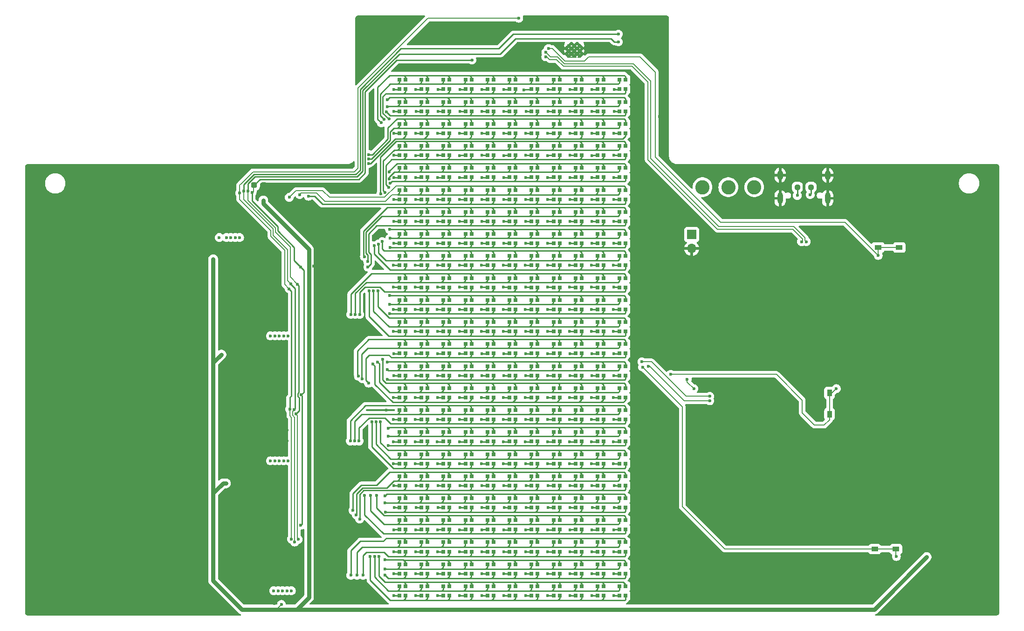
<source format=gtl>
%TF.GenerationSoftware,KiCad,Pcbnew,8.0.6*%
%TF.CreationDate,2024-12-17T00:00:42+05:30*%
%TF.ProjectId,FF1-LP-Badge,4646312d-4c50-42d4-9261-6467652e6b69,rev?*%
%TF.SameCoordinates,Original*%
%TF.FileFunction,Copper,L1,Top*%
%TF.FilePolarity,Positive*%
%FSLAX46Y46*%
G04 Gerber Fmt 4.6, Leading zero omitted, Abs format (unit mm)*
G04 Created by KiCad (PCBNEW 8.0.6) date 2024-12-17 00:00:42*
%MOMM*%
%LPD*%
G01*
G04 APERTURE LIST*
G04 Aperture macros list*
%AMRoundRect*
0 Rectangle with rounded corners*
0 $1 Rounding radius*
0 $2 $3 $4 $5 $6 $7 $8 $9 X,Y pos of 4 corners*
0 Add a 4 corners polygon primitive as box body*
4,1,4,$2,$3,$4,$5,$6,$7,$8,$9,$2,$3,0*
0 Add four circle primitives for the rounded corners*
1,1,$1+$1,$2,$3*
1,1,$1+$1,$4,$5*
1,1,$1+$1,$6,$7*
1,1,$1+$1,$8,$9*
0 Add four rect primitives between the rounded corners*
20,1,$1+$1,$2,$3,$4,$5,0*
20,1,$1+$1,$4,$5,$6,$7,0*
20,1,$1+$1,$6,$7,$8,$9,0*
20,1,$1+$1,$8,$9,$2,$3,0*%
G04 Aperture macros list end*
%TA.AperFunction,SMDPad,CuDef*%
%ADD10R,0.700000X0.800000*%
%TD*%
%TA.AperFunction,SMDPad,CuDef*%
%ADD11RoundRect,0.237500X-0.300000X-0.237500X0.300000X-0.237500X0.300000X0.237500X-0.300000X0.237500X0*%
%TD*%
%TA.AperFunction,SMDPad,CuDef*%
%ADD12R,0.900000X1.250000*%
%TD*%
%TA.AperFunction,SMDPad,CuDef*%
%ADD13RoundRect,0.237500X0.250000X0.237500X-0.250000X0.237500X-0.250000X-0.237500X0.250000X-0.237500X0*%
%TD*%
%TA.AperFunction,SMDPad,CuDef*%
%ADD14RoundRect,0.237500X-0.250000X-0.237500X0.250000X-0.237500X0.250000X0.237500X-0.250000X0.237500X0*%
%TD*%
%TA.AperFunction,SMDPad,CuDef*%
%ADD15R,1.250000X0.900000*%
%TD*%
%TA.AperFunction,ComponentPad*%
%ADD16O,1.000000X1.800000*%
%TD*%
%TA.AperFunction,ComponentPad*%
%ADD17O,1.000000X2.100000*%
%TD*%
%TA.AperFunction,HeatsinkPad*%
%ADD18C,0.600000*%
%TD*%
%TA.AperFunction,ComponentPad*%
%ADD19C,2.590000*%
%TD*%
%TA.AperFunction,ComponentPad*%
%ADD20R,1.700000X1.700000*%
%TD*%
%TA.AperFunction,ComponentPad*%
%ADD21O,1.700000X1.700000*%
%TD*%
%TA.AperFunction,ViaPad*%
%ADD22C,0.600000*%
%TD*%
%TA.AperFunction,Conductor*%
%ADD23C,0.762000*%
%TD*%
%TA.AperFunction,Conductor*%
%ADD24C,0.200000*%
%TD*%
%TA.AperFunction,Conductor*%
%ADD25C,0.254000*%
%TD*%
G04 APERTURE END LIST*
D10*
%TO.P,D194,1,RK*%
%TO.N,/LED Matrix Part-3/CS16*%
X205624984Y-59200904D03*
%TO.P,D194,2,BK*%
%TO.N,/LED Matrix Part-3/CS18*%
X205624984Y-60900904D03*
%TO.P,D194,3,A*%
%TO.N,/LED Matrix Part-3/SW9*%
X204524984Y-60900904D03*
%TO.P,D194,4,GK*%
%TO.N,/LED Matrix Part-3/CS17*%
X204524984Y-59200904D03*
%TD*%
%TO.P,D30,1,RK*%
%TO.N,/LED Matrix Part-1/CS10*%
X185624985Y-115200902D03*
%TO.P,D30,2,BK*%
%TO.N,/LED Matrix Part-1/CS12*%
X185624985Y-116900902D03*
%TO.P,D30,3,A*%
%TO.N,/LED Matrix Part-1/SW4*%
X184524985Y-116900902D03*
%TO.P,D30,4,GK*%
%TO.N,/LED Matrix Part-1/CS11*%
X184524985Y-115200902D03*
%TD*%
%TO.P,D89,1,RK*%
%TO.N,/LED Matrix Part-2/CS7*%
X181624987Y-95200905D03*
%TO.P,D89,2,BK*%
%TO.N,/LED Matrix Part-2/CS9*%
X181624987Y-96900905D03*
%TO.P,D89,3,A*%
%TO.N,/LED Matrix Part-2/SW3*%
X180524987Y-96900905D03*
%TO.P,D89,4,GK*%
%TO.N,/LED Matrix Part-2/CS8*%
X180524987Y-95200905D03*
%TD*%
%TO.P,D168,1,RK*%
%TO.N,/LED Matrix Part-3/CS10*%
X189624984Y-67200905D03*
%TO.P,D168,2,BK*%
%TO.N,/LED Matrix Part-3/CS12*%
X189624984Y-68900905D03*
%TO.P,D168,3,A*%
%TO.N,/LED Matrix Part-3/SW5*%
X188524984Y-68900905D03*
%TO.P,D168,4,GK*%
%TO.N,/LED Matrix Part-3/CS11*%
X188524984Y-67200905D03*
%TD*%
%TO.P,D167,1,RK*%
%TO.N,/LED Matrix Part-3/CS7*%
X189624983Y-71200904D03*
%TO.P,D167,2,BK*%
%TO.N,/LED Matrix Part-3/CS9*%
X189624983Y-72900904D03*
%TO.P,D167,3,A*%
%TO.N,/LED Matrix Part-3/SW5*%
X188524983Y-72900904D03*
%TO.P,D167,4,GK*%
%TO.N,/LED Matrix Part-3/CS8*%
X188524983Y-71200904D03*
%TD*%
%TO.P,D52,1,RK*%
%TO.N,/LED Matrix Part-1/CS4*%
X201624985Y-123200904D03*
%TO.P,D52,2,BK*%
%TO.N,/LED Matrix Part-1/CS6*%
X201624985Y-124900904D03*
%TO.P,D52,3,A*%
%TO.N,/LED Matrix Part-1/SW8*%
X200524985Y-124900904D03*
%TO.P,D52,4,GK*%
%TO.N,/LED Matrix Part-1/CS5*%
X200524985Y-123200904D03*
%TD*%
%TO.P,D33,1,RK*%
%TO.N,/LED Matrix Part-1/CS0*%
X189624987Y-127200905D03*
%TO.P,D33,2,BK*%
%TO.N,/LED Matrix Part-1/CS3*%
X189624987Y-128900905D03*
%TO.P,D33,3,A*%
%TO.N,/LED Matrix Part-1/SW5*%
X188524987Y-128900905D03*
%TO.P,D33,4,GK*%
%TO.N,/LED Matrix Part-1/CS1*%
X188524987Y-127200905D03*
%TD*%
%TO.P,D127,1,RK*%
%TO.N,/LED Matrix Part-2/CS13*%
X205624983Y-87200904D03*
%TO.P,D127,2,BK*%
%TO.N,/LED Matrix Part-2/CS15*%
X205624983Y-88900904D03*
%TO.P,D127,3,A*%
%TO.N,/LED Matrix Part-2/SW9*%
X204524983Y-88900904D03*
%TO.P,D127,4,GK*%
%TO.N,/LED Matrix Part-2/CS14*%
X204524983Y-87200904D03*
%TD*%
%TO.P,D146,1,RK*%
%TO.N,/LED Matrix Part-3/CS16*%
X173624984Y-59200904D03*
%TO.P,D146,2,BK*%
%TO.N,/LED Matrix Part-3/CS18*%
X173624984Y-60900904D03*
%TO.P,D146,3,A*%
%TO.N,/LED Matrix Part-3/SW1*%
X172524984Y-60900904D03*
%TO.P,D146,4,GK*%
%TO.N,/LED Matrix Part-3/CS17*%
X172524984Y-59200904D03*
%TD*%
%TO.P,D215,1,RK*%
%TO.N,/LED Matrix Part-4/CS7*%
X177624985Y-47200905D03*
%TO.P,D215,2,BK*%
%TO.N,/LED Matrix Part-4/CS9*%
X177624985Y-48900905D03*
%TO.P,D215,3,A*%
%TO.N,/LED Matrix Part-4/SW2*%
X176524985Y-48900905D03*
%TO.P,D215,4,GK*%
%TO.N,/LED Matrix Part-4/CS8*%
X176524985Y-47200905D03*
%TD*%
%TO.P,D110,1,RK*%
%TO.N,/LED Matrix Part-2/CS16*%
X193624986Y-83200905D03*
%TO.P,D110,2,BK*%
%TO.N,/LED Matrix Part-2/CS18*%
X193624986Y-84900905D03*
%TO.P,D110,3,A*%
%TO.N,/LED Matrix Part-2/SW6*%
X192524986Y-84900905D03*
%TO.P,D110,4,GK*%
%TO.N,/LED Matrix Part-2/CS17*%
X192524986Y-83200905D03*
%TD*%
%TO.P,D90,1,RK*%
%TO.N,/LED Matrix Part-2/CS10*%
X181624986Y-91200906D03*
%TO.P,D90,2,BK*%
%TO.N,/LED Matrix Part-2/CS12*%
X181624986Y-92900906D03*
%TO.P,D90,3,A*%
%TO.N,/LED Matrix Part-2/SW3*%
X180524986Y-92900906D03*
%TO.P,D90,4,GK*%
%TO.N,/LED Matrix Part-2/CS11*%
X180524986Y-91200906D03*
%TD*%
%TO.P,D148,1,RK*%
%TO.N,/LED Matrix Part-3/CS4*%
X177624986Y-75200904D03*
%TO.P,D148,2,BK*%
%TO.N,/LED Matrix Part-3/CS6*%
X177624986Y-76900904D03*
%TO.P,D148,3,A*%
%TO.N,/LED Matrix Part-3/SW2*%
X176524986Y-76900904D03*
%TO.P,D148,4,GK*%
%TO.N,/LED Matrix Part-3/CS5*%
X176524986Y-75200904D03*
%TD*%
%TO.P,D18,1,RK*%
%TO.N,/LED Matrix Part-1/CS10*%
X177624985Y-115200905D03*
%TO.P,D18,2,BK*%
%TO.N,/LED Matrix Part-1/CS12*%
X177624985Y-116900905D03*
%TO.P,D18,3,A*%
%TO.N,/LED Matrix Part-1/SW2*%
X176524985Y-116900905D03*
%TO.P,D18,4,GK*%
%TO.N,/LED Matrix Part-1/CS11*%
X176524985Y-115200905D03*
%TD*%
%TO.P,D108,1,RK*%
%TO.N,/LED Matrix Part-2/CS10*%
X193624986Y-91200904D03*
%TO.P,D108,2,BK*%
%TO.N,/LED Matrix Part-2/CS12*%
X193624986Y-92900904D03*
%TO.P,D108,3,A*%
%TO.N,/LED Matrix Part-2/SW6*%
X192524986Y-92900904D03*
%TO.P,D108,4,GK*%
%TO.N,/LED Matrix Part-2/CS11*%
X192524986Y-91200904D03*
%TD*%
%TO.P,D137,1,RK*%
%TO.N,/LED Matrix Part-3/CS7*%
X169624985Y-71200904D03*
%TO.P,D137,2,BK*%
%TO.N,/LED Matrix Part-3/CS9*%
X169624985Y-72900904D03*
%TO.P,D137,3,A*%
%TO.N,/LED Matrix Part-3/SW0*%
X168524985Y-72900904D03*
%TO.P,D137,4,GK*%
%TO.N,/LED Matrix Part-3/CS8*%
X168524985Y-71200904D03*
%TD*%
%TO.P,D27,1,RK*%
%TO.N,/LED Matrix Part-1/CS0*%
X185624985Y-127200905D03*
%TO.P,D27,2,BK*%
%TO.N,/LED Matrix Part-1/CS3*%
X185624985Y-128900905D03*
%TO.P,D27,3,A*%
%TO.N,/LED Matrix Part-1/SW4*%
X184524985Y-128900905D03*
%TO.P,D27,4,GK*%
%TO.N,/LED Matrix Part-1/CS1*%
X184524985Y-127200905D03*
%TD*%
%TO.P,D72,1,RK*%
%TO.N,/LED Matrix Part-2/CS10*%
X169624985Y-91200904D03*
%TO.P,D72,2,BK*%
%TO.N,/LED Matrix Part-2/CS12*%
X169624985Y-92900904D03*
%TO.P,D72,3,A*%
%TO.N,/LED Matrix Part-2/SW0*%
X168524985Y-92900904D03*
%TO.P,D72,4,GK*%
%TO.N,/LED Matrix Part-2/CS11*%
X168524985Y-91200904D03*
%TD*%
%TO.P,D45,1,RK*%
%TO.N,/LED Matrix Part-1/CS0*%
X197624986Y-127200903D03*
%TO.P,D45,2,BK*%
%TO.N,/LED Matrix Part-1/CS3*%
X197624986Y-128900903D03*
%TO.P,D45,3,A*%
%TO.N,/LED Matrix Part-1/SW7*%
X196524986Y-128900903D03*
%TO.P,D45,4,GK*%
%TO.N,/LED Matrix Part-1/CS1*%
X196524986Y-127200903D03*
%TD*%
%TO.P,D99,1,RK*%
%TO.N,/LED Matrix Part-2/CS0*%
X189624983Y-103200904D03*
%TO.P,D99,2,BK*%
%TO.N,/LED Matrix Part-2/CS3*%
X189624983Y-104900904D03*
%TO.P,D99,3,A*%
%TO.N,/LED Matrix Part-2/SW5*%
X188524983Y-104900904D03*
%TO.P,D99,4,GK*%
%TO.N,/LED Matrix Part-2/CS1*%
X188524983Y-103200904D03*
%TD*%
%TO.P,D213,1,RK*%
%TO.N,/LED Matrix Part-4/CS0*%
X177624984Y-55200904D03*
%TO.P,D213,2,BK*%
%TO.N,/LED Matrix Part-4/CS3*%
X177624984Y-56900904D03*
%TO.P,D213,3,A*%
%TO.N,/LED Matrix Part-4/SW2*%
X176524984Y-56900904D03*
%TO.P,D213,4,GK*%
%TO.N,/LED Matrix Part-4/CS1*%
X176524984Y-55200904D03*
%TD*%
%TO.P,D100,1,RK*%
%TO.N,/LED Matrix Part-2/CS4*%
X189624984Y-99200905D03*
%TO.P,D100,2,BK*%
%TO.N,/LED Matrix Part-2/CS6*%
X189624984Y-100900905D03*
%TO.P,D100,3,A*%
%TO.N,/LED Matrix Part-2/SW5*%
X188524984Y-100900905D03*
%TO.P,D100,4,GK*%
%TO.N,/LED Matrix Part-2/CS5*%
X188524984Y-99200905D03*
%TD*%
%TO.P,D50,1,RK*%
%TO.N,/LED Matrix Part-1/CS16*%
X197624986Y-107200906D03*
%TO.P,D50,2,BK*%
%TO.N,/LED Matrix Part-1/CS18*%
X197624986Y-108900906D03*
%TO.P,D50,3,A*%
%TO.N,/LED Matrix Part-1/SW7*%
X196524986Y-108900906D03*
%TO.P,D50,4,GK*%
%TO.N,/LED Matrix Part-1/CS17*%
X196524986Y-107200906D03*
%TD*%
%TO.P,D6,1,RK*%
%TO.N,/LED Matrix Part-1/CS10*%
X169624985Y-115200905D03*
%TO.P,D6,2,BK*%
%TO.N,/LED Matrix Part-1/CS12*%
X169624985Y-116900905D03*
%TO.P,D6,3,A*%
%TO.N,/LED Matrix Part-1/SW0*%
X168524985Y-116900905D03*
%TO.P,D6,4,GK*%
%TO.N,/LED Matrix Part-1/CS11*%
X168524985Y-115200905D03*
%TD*%
%TO.P,D175,1,RK*%
%TO.N,/LED Matrix Part-3/CS13*%
X193624985Y-63200905D03*
%TO.P,D175,2,BK*%
%TO.N,/LED Matrix Part-3/CS15*%
X193624985Y-64900905D03*
%TO.P,D175,3,A*%
%TO.N,/LED Matrix Part-3/SW6*%
X192524985Y-64900905D03*
%TO.P,D175,4,GK*%
%TO.N,/LED Matrix Part-3/CS14*%
X192524985Y-63200905D03*
%TD*%
%TO.P,D118,1,RK*%
%TO.N,/LED Matrix Part-2/CS4*%
X201624985Y-99200902D03*
%TO.P,D118,2,BK*%
%TO.N,/LED Matrix Part-2/CS6*%
X201624985Y-100900902D03*
%TO.P,D118,3,A*%
%TO.N,/LED Matrix Part-2/SW8*%
X200524985Y-100900902D03*
%TO.P,D118,4,GK*%
%TO.N,/LED Matrix Part-2/CS5*%
X200524985Y-99200902D03*
%TD*%
%TO.P,D103,1,RK*%
%TO.N,/LED Matrix Part-2/CS13*%
X189624987Y-87200904D03*
%TO.P,D103,2,BK*%
%TO.N,/LED Matrix Part-2/CS15*%
X189624987Y-88900904D03*
%TO.P,D103,3,A*%
%TO.N,/LED Matrix Part-2/SW5*%
X188524987Y-88900904D03*
%TO.P,D103,4,GK*%
%TO.N,/LED Matrix Part-2/CS14*%
X188524987Y-87200904D03*
%TD*%
%TO.P,D151,1,RK*%
%TO.N,/LED Matrix Part-3/CS13*%
X177624986Y-63200905D03*
%TO.P,D151,2,BK*%
%TO.N,/LED Matrix Part-3/CS15*%
X177624986Y-64900905D03*
%TO.P,D151,3,A*%
%TO.N,/LED Matrix Part-3/SW2*%
X176524986Y-64900905D03*
%TO.P,D151,4,GK*%
%TO.N,/LED Matrix Part-3/CS14*%
X176524986Y-63200905D03*
%TD*%
%TO.P,D260,1,RK*%
%TO.N,/LED Matrix Part-4/CS16*%
X205624987Y-35200905D03*
%TO.P,D260,2,BK*%
%TO.N,/LED Matrix Part-4/CS18*%
X205624987Y-36900905D03*
%TO.P,D260,3,A*%
%TO.N,/LED Matrix Part-4/SW9*%
X204524987Y-36900905D03*
%TO.P,D260,4,GK*%
%TO.N,/LED Matrix Part-4/CS17*%
X204524987Y-35200905D03*
%TD*%
%TO.P,D172,1,RK*%
%TO.N,/LED Matrix Part-3/CS4*%
X193624984Y-75200904D03*
%TO.P,D172,2,BK*%
%TO.N,/LED Matrix Part-3/CS6*%
X193624984Y-76900904D03*
%TO.P,D172,3,A*%
%TO.N,/LED Matrix Part-3/SW6*%
X192524984Y-76900904D03*
%TO.P,D172,4,GK*%
%TO.N,/LED Matrix Part-3/CS5*%
X192524984Y-75200904D03*
%TD*%
%TO.P,D233,1,RK*%
%TO.N,/LED Matrix Part-4/CS7*%
X189624984Y-47200903D03*
%TO.P,D233,2,BK*%
%TO.N,/LED Matrix Part-4/CS9*%
X189624984Y-48900903D03*
%TO.P,D233,3,A*%
%TO.N,/LED Matrix Part-4/SW5*%
X188524984Y-48900903D03*
%TO.P,D233,4,GK*%
%TO.N,/LED Matrix Part-4/CS8*%
X188524984Y-47200903D03*
%TD*%
%TO.P,D241,1,RK*%
%TO.N,/LED Matrix Part-4/CS13*%
X193624984Y-39200904D03*
%TO.P,D241,2,BK*%
%TO.N,/LED Matrix Part-4/CS15*%
X193624984Y-40900904D03*
%TO.P,D241,3,A*%
%TO.N,/LED Matrix Part-4/SW6*%
X192524984Y-40900904D03*
%TO.P,D241,4,GK*%
%TO.N,/LED Matrix Part-4/CS14*%
X192524984Y-39200904D03*
%TD*%
%TO.P,D75,1,RK*%
%TO.N,/LED Matrix Part-2/CS0*%
X173624987Y-103200904D03*
%TO.P,D75,2,BK*%
%TO.N,/LED Matrix Part-2/CS3*%
X173624987Y-104900904D03*
%TO.P,D75,3,A*%
%TO.N,/LED Matrix Part-2/SW1*%
X172524987Y-104900904D03*
%TO.P,D75,4,GK*%
%TO.N,/LED Matrix Part-2/CS1*%
X172524987Y-103200904D03*
%TD*%
%TO.P,D51,1,RK*%
%TO.N,/LED Matrix Part-1/CS0*%
X201624985Y-127200903D03*
%TO.P,D51,2,BK*%
%TO.N,/LED Matrix Part-1/CS3*%
X201624985Y-128900903D03*
%TO.P,D51,3,A*%
%TO.N,/LED Matrix Part-1/SW8*%
X200524985Y-128900903D03*
%TO.P,D51,4,GK*%
%TO.N,/LED Matrix Part-1/CS1*%
X200524985Y-127200903D03*
%TD*%
%TO.P,D102,1,RK*%
%TO.N,/LED Matrix Part-2/CS10*%
X189624986Y-91200906D03*
%TO.P,D102,2,BK*%
%TO.N,/LED Matrix Part-2/CS12*%
X189624986Y-92900906D03*
%TO.P,D102,3,A*%
%TO.N,/LED Matrix Part-2/SW5*%
X188524986Y-92900906D03*
%TO.P,D102,4,GK*%
%TO.N,/LED Matrix Part-2/CS11*%
X188524986Y-91200906D03*
%TD*%
%TO.P,D25,1,RK*%
%TO.N,/LED Matrix Part-1/CS13*%
X181624986Y-111200903D03*
%TO.P,D25,2,BK*%
%TO.N,/LED Matrix Part-1/CS15*%
X181624986Y-112900903D03*
%TO.P,D25,3,A*%
%TO.N,/LED Matrix Part-1/SW3*%
X180524986Y-112900903D03*
%TO.P,D25,4,GK*%
%TO.N,/LED Matrix Part-1/CS14*%
X180524986Y-111200903D03*
%TD*%
%TO.P,D63,1,RK*%
%TO.N,/LED Matrix Part-1/CS0*%
X209624986Y-127200905D03*
%TO.P,D63,2,BK*%
%TO.N,/LED Matrix Part-1/CS3*%
X209624986Y-128900905D03*
%TO.P,D63,3,A*%
%TO.N,/LED Matrix Part-1/SW10*%
X208524986Y-128900905D03*
%TO.P,D63,4,GK*%
%TO.N,/LED Matrix Part-1/CS1*%
X208524986Y-127200905D03*
%TD*%
%TO.P,D9,1,RK*%
%TO.N,/LED Matrix Part-1/CS0*%
X173624984Y-127200903D03*
%TO.P,D9,2,BK*%
%TO.N,/LED Matrix Part-1/CS3*%
X173624984Y-128900903D03*
%TO.P,D9,3,A*%
%TO.N,/LED Matrix Part-1/SW1*%
X172524984Y-128900903D03*
%TO.P,D9,4,GK*%
%TO.N,/LED Matrix Part-1/CS1*%
X172524984Y-127200903D03*
%TD*%
%TO.P,D221,1,RK*%
%TO.N,/LED Matrix Part-4/CS7*%
X181624986Y-47200903D03*
%TO.P,D221,2,BK*%
%TO.N,/LED Matrix Part-4/CS9*%
X181624986Y-48900903D03*
%TO.P,D221,3,A*%
%TO.N,/LED Matrix Part-4/SW3*%
X180524986Y-48900903D03*
%TO.P,D221,4,GK*%
%TO.N,/LED Matrix Part-4/CS8*%
X180524986Y-47200903D03*
%TD*%
%TO.P,D109,1,RK*%
%TO.N,/LED Matrix Part-2/CS13*%
X193624986Y-87200904D03*
%TO.P,D109,2,BK*%
%TO.N,/LED Matrix Part-2/CS15*%
X193624986Y-88900904D03*
%TO.P,D109,3,A*%
%TO.N,/LED Matrix Part-2/SW6*%
X192524986Y-88900904D03*
%TO.P,D109,4,GK*%
%TO.N,/LED Matrix Part-2/CS14*%
X192524986Y-87200904D03*
%TD*%
%TO.P,D212,1,RK*%
%TO.N,/LED Matrix Part-4/CS16*%
X173624987Y-35200905D03*
%TO.P,D212,2,BK*%
%TO.N,/LED Matrix Part-4/CS18*%
X173624987Y-36900905D03*
%TO.P,D212,3,A*%
%TO.N,/LED Matrix Part-4/SW1*%
X172524987Y-36900905D03*
%TO.P,D212,4,GK*%
%TO.N,/LED Matrix Part-4/CS17*%
X172524987Y-35200905D03*
%TD*%
%TO.P,D214,1,RK*%
%TO.N,/LED Matrix Part-4/CS4*%
X177624985Y-51200905D03*
%TO.P,D214,2,BK*%
%TO.N,/LED Matrix Part-4/CS6*%
X177624985Y-52900905D03*
%TO.P,D214,3,A*%
%TO.N,/LED Matrix Part-4/SW2*%
X176524985Y-52900905D03*
%TO.P,D214,4,GK*%
%TO.N,/LED Matrix Part-4/CS5*%
X176524985Y-51200905D03*
%TD*%
%TO.P,D220,1,RK*%
%TO.N,/LED Matrix Part-4/CS4*%
X181624986Y-51200905D03*
%TO.P,D220,2,BK*%
%TO.N,/LED Matrix Part-4/CS6*%
X181624986Y-52900905D03*
%TO.P,D220,3,A*%
%TO.N,/LED Matrix Part-4/SW3*%
X180524986Y-52900905D03*
%TO.P,D220,4,GK*%
%TO.N,/LED Matrix Part-4/CS5*%
X180524986Y-51200905D03*
%TD*%
%TO.P,D94,1,RK*%
%TO.N,/LED Matrix Part-2/CS4*%
X185624985Y-99200905D03*
%TO.P,D94,2,BK*%
%TO.N,/LED Matrix Part-2/CS6*%
X185624985Y-100900905D03*
%TO.P,D94,3,A*%
%TO.N,/LED Matrix Part-2/SW4*%
X184524985Y-100900905D03*
%TO.P,D94,4,GK*%
%TO.N,/LED Matrix Part-2/CS5*%
X184524985Y-99200905D03*
%TD*%
%TO.P,D53,1,RK*%
%TO.N,/LED Matrix Part-1/CS7*%
X201624985Y-119200904D03*
%TO.P,D53,2,BK*%
%TO.N,/LED Matrix Part-1/CS9*%
X201624985Y-120900904D03*
%TO.P,D53,3,A*%
%TO.N,/LED Matrix Part-1/SW8*%
X200524985Y-120900904D03*
%TO.P,D53,4,GK*%
%TO.N,/LED Matrix Part-1/CS8*%
X200524985Y-119200904D03*
%TD*%
%TO.P,D59,1,RK*%
%TO.N,/LED Matrix Part-1/CS7*%
X205624983Y-119200904D03*
%TO.P,D59,2,BK*%
%TO.N,/LED Matrix Part-1/CS9*%
X205624983Y-120900904D03*
%TO.P,D59,3,A*%
%TO.N,/LED Matrix Part-1/SW9*%
X204524983Y-120900904D03*
%TO.P,D59,4,GK*%
%TO.N,/LED Matrix Part-1/CS8*%
X204524983Y-119200904D03*
%TD*%
%TO.P,D139,1,RK*%
%TO.N,/LED Matrix Part-3/CS13*%
X169624985Y-63200903D03*
%TO.P,D139,2,BK*%
%TO.N,/LED Matrix Part-3/CS15*%
X169624985Y-64900903D03*
%TO.P,D139,3,A*%
%TO.N,/LED Matrix Part-3/SW0*%
X168524985Y-64900903D03*
%TO.P,D139,4,GK*%
%TO.N,/LED Matrix Part-3/CS14*%
X168524985Y-63200903D03*
%TD*%
%TO.P,D179,1,RK*%
%TO.N,/LED Matrix Part-3/CS7*%
X197624986Y-71200904D03*
%TO.P,D179,2,BK*%
%TO.N,/LED Matrix Part-3/CS9*%
X197624986Y-72900904D03*
%TO.P,D179,3,A*%
%TO.N,/LED Matrix Part-3/SW7*%
X196524986Y-72900904D03*
%TO.P,D179,4,GK*%
%TO.N,/LED Matrix Part-3/CS8*%
X196524986Y-71200904D03*
%TD*%
D11*
%TO.P,C31,1*%
%TO.N,VIO_EN*%
X142137499Y-54300000D03*
%TO.P,C31,2*%
%TO.N,GND*%
X143862501Y-54300000D03*
%TD*%
D10*
%TO.P,D46,1,RK*%
%TO.N,/LED Matrix Part-1/CS4*%
X197624986Y-123200904D03*
%TO.P,D46,2,BK*%
%TO.N,/LED Matrix Part-1/CS6*%
X197624986Y-124900904D03*
%TO.P,D46,3,A*%
%TO.N,/LED Matrix Part-1/SW7*%
X196524986Y-124900904D03*
%TO.P,D46,4,GK*%
%TO.N,/LED Matrix Part-1/CS5*%
X196524986Y-123200904D03*
%TD*%
%TO.P,D209,1,RK*%
%TO.N,/LED Matrix Part-4/CS7*%
X173624987Y-47200905D03*
%TO.P,D209,2,BK*%
%TO.N,/LED Matrix Part-4/CS9*%
X173624987Y-48900905D03*
%TO.P,D209,3,A*%
%TO.N,/LED Matrix Part-4/SW1*%
X172524987Y-48900905D03*
%TO.P,D209,4,GK*%
%TO.N,/LED Matrix Part-4/CS8*%
X172524987Y-47200905D03*
%TD*%
%TO.P,D211,1,RK*%
%TO.N,/LED Matrix Part-4/CS13*%
X173624987Y-39200904D03*
%TO.P,D211,2,BK*%
%TO.N,/LED Matrix Part-4/CS15*%
X173624987Y-40900904D03*
%TO.P,D211,3,A*%
%TO.N,/LED Matrix Part-4/SW1*%
X172524987Y-40900904D03*
%TO.P,D211,4,GK*%
%TO.N,/LED Matrix Part-4/CS14*%
X172524987Y-39200904D03*
%TD*%
%TO.P,D116,1,RK*%
%TO.N,/LED Matrix Part-2/CS16*%
X197624986Y-83200905D03*
%TO.P,D116,2,BK*%
%TO.N,/LED Matrix Part-2/CS18*%
X197624986Y-84900905D03*
%TO.P,D116,3,A*%
%TO.N,/LED Matrix Part-2/SW7*%
X196524986Y-84900905D03*
%TO.P,D116,4,GK*%
%TO.N,/LED Matrix Part-2/CS17*%
X196524986Y-83200905D03*
%TD*%
%TO.P,D196,1,RK*%
%TO.N,/LED Matrix Part-3/CS4*%
X209624986Y-75200904D03*
%TO.P,D196,2,BK*%
%TO.N,/LED Matrix Part-3/CS6*%
X209624986Y-76900904D03*
%TO.P,D196,3,A*%
%TO.N,/LED Matrix Part-3/SW10*%
X208524986Y-76900904D03*
%TO.P,D196,4,GK*%
%TO.N,/LED Matrix Part-3/CS5*%
X208524986Y-75200904D03*
%TD*%
%TO.P,D208,1,RK*%
%TO.N,/LED Matrix Part-4/CS4*%
X173624984Y-51200905D03*
%TO.P,D208,2,BK*%
%TO.N,/LED Matrix Part-4/CS6*%
X173624984Y-52900905D03*
%TO.P,D208,3,A*%
%TO.N,/LED Matrix Part-4/SW1*%
X172524984Y-52900905D03*
%TO.P,D208,4,GK*%
%TO.N,/LED Matrix Part-4/CS5*%
X172524984Y-51200905D03*
%TD*%
%TO.P,D28,1,RK*%
%TO.N,/LED Matrix Part-1/CS4*%
X185624985Y-123200904D03*
%TO.P,D28,2,BK*%
%TO.N,/LED Matrix Part-1/CS6*%
X185624985Y-124900904D03*
%TO.P,D28,3,A*%
%TO.N,/LED Matrix Part-1/SW4*%
X184524985Y-124900904D03*
%TO.P,D28,4,GK*%
%TO.N,/LED Matrix Part-1/CS5*%
X184524985Y-123200904D03*
%TD*%
%TO.P,D93,1,RK*%
%TO.N,/LED Matrix Part-2/CS0*%
X185624985Y-103200904D03*
%TO.P,D93,2,BK*%
%TO.N,/LED Matrix Part-2/CS3*%
X185624985Y-104900904D03*
%TO.P,D93,3,A*%
%TO.N,/LED Matrix Part-2/SW4*%
X184524985Y-104900904D03*
%TO.P,D93,4,GK*%
%TO.N,/LED Matrix Part-2/CS1*%
X184524985Y-103200904D03*
%TD*%
%TO.P,D161,1,RK*%
%TO.N,/LED Matrix Part-3/CS7*%
X185624985Y-71200904D03*
%TO.P,D161,2,BK*%
%TO.N,/LED Matrix Part-3/CS9*%
X185624985Y-72900904D03*
%TO.P,D161,3,A*%
%TO.N,/LED Matrix Part-3/SW4*%
X184524985Y-72900904D03*
%TO.P,D161,4,GK*%
%TO.N,/LED Matrix Part-3/CS8*%
X184524985Y-71200904D03*
%TD*%
%TO.P,D222,1,RK*%
%TO.N,/LED Matrix Part-4/CS10*%
X181624986Y-43200904D03*
%TO.P,D222,2,BK*%
%TO.N,/LED Matrix Part-4/CS12*%
X181624986Y-44900904D03*
%TO.P,D222,3,A*%
%TO.N,/LED Matrix Part-4/SW3*%
X180524986Y-44900904D03*
%TO.P,D222,4,GK*%
%TO.N,/LED Matrix Part-4/CS11*%
X180524986Y-43200904D03*
%TD*%
%TO.P,D136,1,RK*%
%TO.N,/LED Matrix Part-3/CS4*%
X169624985Y-75200904D03*
%TO.P,D136,2,BK*%
%TO.N,/LED Matrix Part-3/CS6*%
X169624985Y-76900904D03*
%TO.P,D136,3,A*%
%TO.N,/LED Matrix Part-3/SW0*%
X168524985Y-76900904D03*
%TO.P,D136,4,GK*%
%TO.N,/LED Matrix Part-3/CS5*%
X168524985Y-75200904D03*
%TD*%
%TO.P,D170,1,RK*%
%TO.N,/LED Matrix Part-3/CS16*%
X189624986Y-59200906D03*
%TO.P,D170,2,BK*%
%TO.N,/LED Matrix Part-3/CS18*%
X189624986Y-60900906D03*
%TO.P,D170,3,A*%
%TO.N,/LED Matrix Part-3/SW5*%
X188524986Y-60900906D03*
%TO.P,D170,4,GK*%
%TO.N,/LED Matrix Part-3/CS17*%
X188524986Y-59200906D03*
%TD*%
%TO.P,D188,1,RK*%
%TO.N,/LED Matrix Part-3/CS16*%
X201624985Y-59200904D03*
%TO.P,D188,2,BK*%
%TO.N,/LED Matrix Part-3/CS18*%
X201624985Y-60900904D03*
%TO.P,D188,3,A*%
%TO.N,/LED Matrix Part-3/SW8*%
X200524985Y-60900904D03*
%TO.P,D188,4,GK*%
%TO.N,/LED Matrix Part-3/CS17*%
X200524985Y-59200904D03*
%TD*%
%TO.P,D195,1,RK*%
%TO.N,/LED Matrix Part-3/CS0*%
X209624985Y-79200905D03*
%TO.P,D195,2,BK*%
%TO.N,/LED Matrix Part-3/CS3*%
X209624985Y-80900905D03*
%TO.P,D195,3,A*%
%TO.N,/LED Matrix Part-3/SW10*%
X208524985Y-80900905D03*
%TO.P,D195,4,GK*%
%TO.N,/LED Matrix Part-3/CS1*%
X208524985Y-79200905D03*
%TD*%
%TO.P,D87,1,RK*%
%TO.N,/LED Matrix Part-2/CS0*%
X181624988Y-103200904D03*
%TO.P,D87,2,BK*%
%TO.N,/LED Matrix Part-2/CS3*%
X181624988Y-104900904D03*
%TO.P,D87,3,A*%
%TO.N,/LED Matrix Part-2/SW3*%
X180524988Y-104900904D03*
%TO.P,D87,4,GK*%
%TO.N,/LED Matrix Part-2/CS1*%
X180524988Y-103200904D03*
%TD*%
%TO.P,D37,1,RK*%
%TO.N,/LED Matrix Part-1/CS13*%
X189624984Y-111200903D03*
%TO.P,D37,2,BK*%
%TO.N,/LED Matrix Part-1/CS15*%
X189624984Y-112900903D03*
%TO.P,D37,3,A*%
%TO.N,/LED Matrix Part-1/SW5*%
X188524984Y-112900903D03*
%TO.P,D37,4,GK*%
%TO.N,/LED Matrix Part-1/CS14*%
X188524984Y-111200903D03*
%TD*%
D12*
%TO.P,SW4,1,1*%
%TO.N,GND*%
X245149999Y-95925000D03*
X245149999Y-92075000D03*
%TO.P,SW4,2,2*%
%TO.N,GPIO9*%
X246650001Y-95925000D03*
X246650001Y-92075000D03*
%TD*%
D10*
%TO.P,D158,1,RK*%
%TO.N,/LED Matrix Part-3/CS16*%
X181624986Y-59200906D03*
%TO.P,D158,2,BK*%
%TO.N,/LED Matrix Part-3/CS18*%
X181624986Y-60900906D03*
%TO.P,D158,3,A*%
%TO.N,/LED Matrix Part-3/SW3*%
X180524986Y-60900906D03*
%TO.P,D158,4,GK*%
%TO.N,/LED Matrix Part-3/CS17*%
X180524986Y-59200906D03*
%TD*%
%TO.P,D124,1,RK*%
%TO.N,/LED Matrix Part-2/CS4*%
X205624987Y-99200905D03*
%TO.P,D124,2,BK*%
%TO.N,/LED Matrix Part-2/CS6*%
X205624987Y-100900905D03*
%TO.P,D124,3,A*%
%TO.N,/LED Matrix Part-2/SW9*%
X204524987Y-100900905D03*
%TO.P,D124,4,GK*%
%TO.N,/LED Matrix Part-2/CS5*%
X204524987Y-99200905D03*
%TD*%
%TO.P,D128,1,RK*%
%TO.N,/LED Matrix Part-2/CS16*%
X205624984Y-83200905D03*
%TO.P,D128,2,BK*%
%TO.N,/LED Matrix Part-2/CS18*%
X205624984Y-84900905D03*
%TO.P,D128,3,A*%
%TO.N,/LED Matrix Part-2/SW9*%
X204524984Y-84900905D03*
%TO.P,D128,4,GK*%
%TO.N,/LED Matrix Part-2/CS17*%
X204524984Y-83200905D03*
%TD*%
%TO.P,D95,1,RK*%
%TO.N,/LED Matrix Part-2/CS7*%
X185624985Y-95200905D03*
%TO.P,D95,2,BK*%
%TO.N,/LED Matrix Part-2/CS9*%
X185624985Y-96900905D03*
%TO.P,D95,3,A*%
%TO.N,/LED Matrix Part-2/SW4*%
X184524985Y-96900905D03*
%TO.P,D95,4,GK*%
%TO.N,/LED Matrix Part-2/CS8*%
X184524985Y-95200905D03*
%TD*%
%TO.P,D48,1,RK*%
%TO.N,/LED Matrix Part-1/CS10*%
X197624986Y-115200905D03*
%TO.P,D48,2,BK*%
%TO.N,/LED Matrix Part-1/CS12*%
X197624986Y-116900905D03*
%TO.P,D48,3,A*%
%TO.N,/LED Matrix Part-1/SW7*%
X196524986Y-116900905D03*
%TO.P,D48,4,GK*%
%TO.N,/LED Matrix Part-1/CS11*%
X196524986Y-115200905D03*
%TD*%
%TO.P,D152,1,RK*%
%TO.N,/LED Matrix Part-3/CS16*%
X177624984Y-59200904D03*
%TO.P,D152,2,BK*%
%TO.N,/LED Matrix Part-3/CS18*%
X177624984Y-60900904D03*
%TO.P,D152,3,A*%
%TO.N,/LED Matrix Part-3/SW2*%
X176524984Y-60900904D03*
%TO.P,D152,4,GK*%
%TO.N,/LED Matrix Part-3/CS17*%
X176524984Y-59200904D03*
%TD*%
%TO.P,D68,1,RK*%
%TO.N,/LED Matrix Part-1/CS16*%
X209624986Y-107200904D03*
%TO.P,D68,2,BK*%
%TO.N,/LED Matrix Part-1/CS18*%
X209624986Y-108900904D03*
%TO.P,D68,3,A*%
%TO.N,/LED Matrix Part-1/SW10*%
X208524986Y-108900904D03*
%TO.P,D68,4,GK*%
%TO.N,/LED Matrix Part-1/CS17*%
X208524986Y-107200904D03*
%TD*%
%TO.P,D47,1,RK*%
%TO.N,/LED Matrix Part-1/CS7*%
X197624988Y-119200904D03*
%TO.P,D47,2,BK*%
%TO.N,/LED Matrix Part-1/CS9*%
X197624988Y-120900904D03*
%TO.P,D47,3,A*%
%TO.N,/LED Matrix Part-1/SW7*%
X196524988Y-120900904D03*
%TO.P,D47,4,GK*%
%TO.N,/LED Matrix Part-1/CS8*%
X196524988Y-119200904D03*
%TD*%
%TO.P,D7,1,RK*%
%TO.N,/LED Matrix Part-1/CS13*%
X169624985Y-111200905D03*
%TO.P,D7,2,BK*%
%TO.N,/LED Matrix Part-1/CS15*%
X169624985Y-112900905D03*
%TO.P,D7,3,A*%
%TO.N,/LED Matrix Part-1/SW0*%
X168524985Y-112900905D03*
%TO.P,D7,4,GK*%
%TO.N,/LED Matrix Part-1/CS14*%
X168524985Y-111200905D03*
%TD*%
%TO.P,D229,1,RK*%
%TO.N,/LED Matrix Part-4/CS13*%
X185624985Y-39200904D03*
%TO.P,D229,2,BK*%
%TO.N,/LED Matrix Part-4/CS15*%
X185624985Y-40900904D03*
%TO.P,D229,3,A*%
%TO.N,/LED Matrix Part-4/SW4*%
X184524985Y-40900904D03*
%TO.P,D229,4,GK*%
%TO.N,/LED Matrix Part-4/CS14*%
X184524985Y-39200904D03*
%TD*%
%TO.P,D198,1,RK*%
%TO.N,/LED Matrix Part-3/CS10*%
X209624986Y-67200905D03*
%TO.P,D198,2,BK*%
%TO.N,/LED Matrix Part-3/CS12*%
X209624986Y-68900905D03*
%TO.P,D198,3,A*%
%TO.N,/LED Matrix Part-3/SW10*%
X208524986Y-68900905D03*
%TO.P,D198,4,GK*%
%TO.N,/LED Matrix Part-3/CS11*%
X208524986Y-67200905D03*
%TD*%
%TO.P,D204,1,RK*%
%TO.N,/LED Matrix Part-4/CS10*%
X169624985Y-43200904D03*
%TO.P,D204,2,BK*%
%TO.N,/LED Matrix Part-4/CS12*%
X169624985Y-44900904D03*
%TO.P,D204,3,A*%
%TO.N,/LED Matrix Part-4/SW0*%
X168524985Y-44900904D03*
%TO.P,D204,4,GK*%
%TO.N,/LED Matrix Part-4/CS11*%
X168524985Y-43200904D03*
%TD*%
%TO.P,D239,1,RK*%
%TO.N,/LED Matrix Part-4/CS7*%
X193624986Y-47200905D03*
%TO.P,D239,2,BK*%
%TO.N,/LED Matrix Part-4/CS9*%
X193624986Y-48900905D03*
%TO.P,D239,3,A*%
%TO.N,/LED Matrix Part-4/SW6*%
X192524986Y-48900905D03*
%TO.P,D239,4,GK*%
%TO.N,/LED Matrix Part-4/CS8*%
X192524986Y-47200905D03*
%TD*%
%TO.P,D153,1,RK*%
%TO.N,/LED Matrix Part-3/CS0*%
X181624986Y-79200903D03*
%TO.P,D153,2,BK*%
%TO.N,/LED Matrix Part-3/CS3*%
X181624986Y-80900903D03*
%TO.P,D153,3,A*%
%TO.N,/LED Matrix Part-3/SW3*%
X180524986Y-80900903D03*
%TO.P,D153,4,GK*%
%TO.N,/LED Matrix Part-3/CS1*%
X180524986Y-79200903D03*
%TD*%
%TO.P,D240,1,RK*%
%TO.N,/LED Matrix Part-4/CS10*%
X193624984Y-43200904D03*
%TO.P,D240,2,BK*%
%TO.N,/LED Matrix Part-4/CS12*%
X193624984Y-44900904D03*
%TO.P,D240,3,A*%
%TO.N,/LED Matrix Part-4/SW6*%
X192524984Y-44900904D03*
%TO.P,D240,4,GK*%
%TO.N,/LED Matrix Part-4/CS11*%
X192524984Y-43200904D03*
%TD*%
%TO.P,D64,1,RK*%
%TO.N,/LED Matrix Part-1/CS4*%
X209624984Y-123200904D03*
%TO.P,D64,2,BK*%
%TO.N,/LED Matrix Part-1/CS6*%
X209624984Y-124900904D03*
%TO.P,D64,3,A*%
%TO.N,/LED Matrix Part-1/SW10*%
X208524984Y-124900904D03*
%TO.P,D64,4,GK*%
%TO.N,/LED Matrix Part-1/CS5*%
X208524984Y-123200904D03*
%TD*%
%TO.P,D44,1,RK*%
%TO.N,/LED Matrix Part-1/CS16*%
X193624984Y-107200904D03*
%TO.P,D44,2,BK*%
%TO.N,/LED Matrix Part-1/CS18*%
X193624984Y-108900904D03*
%TO.P,D44,3,A*%
%TO.N,/LED Matrix Part-1/SW6*%
X192524984Y-108900904D03*
%TO.P,D44,4,GK*%
%TO.N,/LED Matrix Part-1/CS17*%
X192524984Y-107200904D03*
%TD*%
%TO.P,D111,1,RK*%
%TO.N,/LED Matrix Part-2/CS0*%
X197624986Y-103200904D03*
%TO.P,D111,2,BK*%
%TO.N,/LED Matrix Part-2/CS3*%
X197624986Y-104900904D03*
%TO.P,D111,3,A*%
%TO.N,/LED Matrix Part-2/SW7*%
X196524986Y-104900904D03*
%TO.P,D111,4,GK*%
%TO.N,/LED Matrix Part-2/CS1*%
X196524986Y-103200904D03*
%TD*%
%TO.P,D17,1,RK*%
%TO.N,/LED Matrix Part-1/CS7*%
X177624984Y-119200904D03*
%TO.P,D17,2,BK*%
%TO.N,/LED Matrix Part-1/CS9*%
X177624984Y-120900904D03*
%TO.P,D17,3,A*%
%TO.N,/LED Matrix Part-1/SW2*%
X176524984Y-120900904D03*
%TO.P,D17,4,GK*%
%TO.N,/LED Matrix Part-1/CS8*%
X176524984Y-119200904D03*
%TD*%
%TO.P,D22,1,RK*%
%TO.N,/LED Matrix Part-1/CS4*%
X181624986Y-123200906D03*
%TO.P,D22,2,BK*%
%TO.N,/LED Matrix Part-1/CS6*%
X181624986Y-124900906D03*
%TO.P,D22,3,A*%
%TO.N,/LED Matrix Part-1/SW3*%
X180524986Y-124900906D03*
%TO.P,D22,4,GK*%
%TO.N,/LED Matrix Part-1/CS5*%
X180524986Y-123200906D03*
%TD*%
%TO.P,D245,1,RK*%
%TO.N,/LED Matrix Part-4/CS7*%
X197624987Y-47200905D03*
%TO.P,D245,2,BK*%
%TO.N,/LED Matrix Part-4/CS9*%
X197624987Y-48900905D03*
%TO.P,D245,3,A*%
%TO.N,/LED Matrix Part-4/SW7*%
X196524987Y-48900905D03*
%TO.P,D245,4,GK*%
%TO.N,/LED Matrix Part-4/CS8*%
X196524987Y-47200905D03*
%TD*%
%TO.P,D49,1,RK*%
%TO.N,/LED Matrix Part-1/CS13*%
X197624987Y-111200905D03*
%TO.P,D49,2,BK*%
%TO.N,/LED Matrix Part-1/CS15*%
X197624987Y-112900905D03*
%TO.P,D49,3,A*%
%TO.N,/LED Matrix Part-1/SW7*%
X196524987Y-112900905D03*
%TO.P,D49,4,GK*%
%TO.N,/LED Matrix Part-1/CS14*%
X196524987Y-111200905D03*
%TD*%
%TO.P,D243,1,RK*%
%TO.N,/LED Matrix Part-4/CS0*%
X197624988Y-55200904D03*
%TO.P,D243,2,BK*%
%TO.N,/LED Matrix Part-4/CS3*%
X197624988Y-56900904D03*
%TO.P,D243,3,A*%
%TO.N,/LED Matrix Part-4/SW7*%
X196524988Y-56900904D03*
%TO.P,D243,4,GK*%
%TO.N,/LED Matrix Part-4/CS1*%
X196524988Y-55200904D03*
%TD*%
%TO.P,D216,1,RK*%
%TO.N,/LED Matrix Part-4/CS10*%
X177624986Y-43200904D03*
%TO.P,D216,2,BK*%
%TO.N,/LED Matrix Part-4/CS12*%
X177624986Y-44900904D03*
%TO.P,D216,3,A*%
%TO.N,/LED Matrix Part-4/SW2*%
X176524986Y-44900904D03*
%TO.P,D216,4,GK*%
%TO.N,/LED Matrix Part-4/CS11*%
X176524986Y-43200904D03*
%TD*%
%TO.P,D82,1,RK*%
%TO.N,/LED Matrix Part-2/CS4*%
X177624986Y-99200905D03*
%TO.P,D82,2,BK*%
%TO.N,/LED Matrix Part-2/CS6*%
X177624986Y-100900905D03*
%TO.P,D82,3,A*%
%TO.N,/LED Matrix Part-2/SW2*%
X176524986Y-100900905D03*
%TO.P,D82,4,GK*%
%TO.N,/LED Matrix Part-2/CS5*%
X176524986Y-99200905D03*
%TD*%
%TO.P,D58,1,RK*%
%TO.N,/LED Matrix Part-1/CS4*%
X205624984Y-123200904D03*
%TO.P,D58,2,BK*%
%TO.N,/LED Matrix Part-1/CS6*%
X205624984Y-124900904D03*
%TO.P,D58,3,A*%
%TO.N,/LED Matrix Part-1/SW9*%
X204524984Y-124900904D03*
%TO.P,D58,4,GK*%
%TO.N,/LED Matrix Part-1/CS5*%
X204524984Y-123200904D03*
%TD*%
%TO.P,D192,1,RK*%
%TO.N,/LED Matrix Part-3/CS10*%
X205624987Y-67200905D03*
%TO.P,D192,2,BK*%
%TO.N,/LED Matrix Part-3/CS12*%
X205624987Y-68900905D03*
%TO.P,D192,3,A*%
%TO.N,/LED Matrix Part-3/SW9*%
X204524987Y-68900905D03*
%TO.P,D192,4,GK*%
%TO.N,/LED Matrix Part-3/CS11*%
X204524987Y-67200905D03*
%TD*%
%TO.P,D236,1,RK*%
%TO.N,/LED Matrix Part-4/CS16*%
X189624984Y-35200905D03*
%TO.P,D236,2,BK*%
%TO.N,/LED Matrix Part-4/CS18*%
X189624984Y-36900905D03*
%TO.P,D236,3,A*%
%TO.N,/LED Matrix Part-4/SW5*%
X188524984Y-36900905D03*
%TO.P,D236,4,GK*%
%TO.N,/LED Matrix Part-4/CS17*%
X188524984Y-35200905D03*
%TD*%
%TO.P,D262,1,RK*%
%TO.N,/LED Matrix Part-4/CS4*%
X209624985Y-51200905D03*
%TO.P,D262,2,BK*%
%TO.N,/LED Matrix Part-4/CS6*%
X209624985Y-52900905D03*
%TO.P,D262,3,A*%
%TO.N,/LED Matrix Part-4/SW10*%
X208524985Y-52900905D03*
%TO.P,D262,4,GK*%
%TO.N,/LED Matrix Part-4/CS5*%
X208524985Y-51200905D03*
%TD*%
%TO.P,D67,1,RK*%
%TO.N,/LED Matrix Part-1/CS13*%
X209624985Y-111200905D03*
%TO.P,D67,2,BK*%
%TO.N,/LED Matrix Part-1/CS15*%
X209624985Y-112900905D03*
%TO.P,D67,3,A*%
%TO.N,/LED Matrix Part-1/SW10*%
X208524985Y-112900905D03*
%TO.P,D67,4,GK*%
%TO.N,/LED Matrix Part-1/CS14*%
X208524985Y-111200905D03*
%TD*%
%TO.P,D250,1,RK*%
%TO.N,/LED Matrix Part-4/CS4*%
X201624985Y-51200905D03*
%TO.P,D250,2,BK*%
%TO.N,/LED Matrix Part-4/CS6*%
X201624985Y-52900905D03*
%TO.P,D250,3,A*%
%TO.N,/LED Matrix Part-4/SW8*%
X200524985Y-52900905D03*
%TO.P,D250,4,GK*%
%TO.N,/LED Matrix Part-4/CS5*%
X200524985Y-51200905D03*
%TD*%
%TO.P,D193,1,RK*%
%TO.N,/LED Matrix Part-3/CS13*%
X205624984Y-63200903D03*
%TO.P,D193,2,BK*%
%TO.N,/LED Matrix Part-3/CS15*%
X205624984Y-64900903D03*
%TO.P,D193,3,A*%
%TO.N,/LED Matrix Part-3/SW9*%
X204524984Y-64900903D03*
%TO.P,D193,4,GK*%
%TO.N,/LED Matrix Part-3/CS14*%
X204524984Y-63200903D03*
%TD*%
%TO.P,D206,1,RK*%
%TO.N,/LED Matrix Part-4/CS16*%
X169624985Y-35200902D03*
%TO.P,D206,2,BK*%
%TO.N,/LED Matrix Part-4/CS18*%
X169624985Y-36900902D03*
%TO.P,D206,3,A*%
%TO.N,/LED Matrix Part-4/SW0*%
X168524985Y-36900902D03*
%TO.P,D206,4,GK*%
%TO.N,/LED Matrix Part-4/CS17*%
X168524985Y-35200902D03*
%TD*%
%TO.P,D242,1,RK*%
%TO.N,/LED Matrix Part-4/CS16*%
X193624985Y-35200905D03*
%TO.P,D242,2,BK*%
%TO.N,/LED Matrix Part-4/CS18*%
X193624985Y-36900905D03*
%TO.P,D242,3,A*%
%TO.N,/LED Matrix Part-4/SW6*%
X192524985Y-36900905D03*
%TO.P,D242,4,GK*%
%TO.N,/LED Matrix Part-4/CS17*%
X192524985Y-35200905D03*
%TD*%
%TO.P,D144,1,RK*%
%TO.N,/LED Matrix Part-3/CS10*%
X173624987Y-67200905D03*
%TO.P,D144,2,BK*%
%TO.N,/LED Matrix Part-3/CS12*%
X173624987Y-68900905D03*
%TO.P,D144,3,A*%
%TO.N,/LED Matrix Part-3/SW1*%
X172524987Y-68900905D03*
%TO.P,D144,4,GK*%
%TO.N,/LED Matrix Part-3/CS11*%
X172524987Y-67200905D03*
%TD*%
%TO.P,D34,1,RK*%
%TO.N,/LED Matrix Part-1/CS4*%
X189624986Y-123200906D03*
%TO.P,D34,2,BK*%
%TO.N,/LED Matrix Part-1/CS6*%
X189624986Y-124900906D03*
%TO.P,D34,3,A*%
%TO.N,/LED Matrix Part-1/SW5*%
X188524986Y-124900906D03*
%TO.P,D34,4,GK*%
%TO.N,/LED Matrix Part-1/CS5*%
X188524986Y-123200906D03*
%TD*%
%TO.P,D210,1,RK*%
%TO.N,/LED Matrix Part-4/CS10*%
X173624986Y-43200906D03*
%TO.P,D210,2,BK*%
%TO.N,/LED Matrix Part-4/CS12*%
X173624986Y-44900906D03*
%TO.P,D210,3,A*%
%TO.N,/LED Matrix Part-4/SW1*%
X172524986Y-44900906D03*
%TO.P,D210,4,GK*%
%TO.N,/LED Matrix Part-4/CS11*%
X172524986Y-43200906D03*
%TD*%
%TO.P,D255,1,RK*%
%TO.N,/LED Matrix Part-4/CS0*%
X205624983Y-55200904D03*
%TO.P,D255,2,BK*%
%TO.N,/LED Matrix Part-4/CS3*%
X205624983Y-56900904D03*
%TO.P,D255,3,A*%
%TO.N,/LED Matrix Part-4/SW9*%
X204524983Y-56900904D03*
%TO.P,D255,4,GK*%
%TO.N,/LED Matrix Part-4/CS1*%
X204524983Y-55200904D03*
%TD*%
%TO.P,D114,1,RK*%
%TO.N,/LED Matrix Part-2/CS10*%
X197624986Y-91200904D03*
%TO.P,D114,2,BK*%
%TO.N,/LED Matrix Part-2/CS12*%
X197624986Y-92900904D03*
%TO.P,D114,3,A*%
%TO.N,/LED Matrix Part-2/SW7*%
X196524986Y-92900904D03*
%TO.P,D114,4,GK*%
%TO.N,/LED Matrix Part-2/CS11*%
X196524986Y-91200904D03*
%TD*%
%TO.P,D155,1,RK*%
%TO.N,/LED Matrix Part-3/CS7*%
X181624988Y-71200904D03*
%TO.P,D155,2,BK*%
%TO.N,/LED Matrix Part-3/CS9*%
X181624988Y-72900904D03*
%TO.P,D155,3,A*%
%TO.N,/LED Matrix Part-3/SW3*%
X180524988Y-72900904D03*
%TO.P,D155,4,GK*%
%TO.N,/LED Matrix Part-3/CS8*%
X180524988Y-71200904D03*
%TD*%
%TO.P,D180,1,RK*%
%TO.N,/LED Matrix Part-3/CS10*%
X197624986Y-67200905D03*
%TO.P,D180,2,BK*%
%TO.N,/LED Matrix Part-3/CS12*%
X197624986Y-68900905D03*
%TO.P,D180,3,A*%
%TO.N,/LED Matrix Part-3/SW7*%
X196524986Y-68900905D03*
%TO.P,D180,4,GK*%
%TO.N,/LED Matrix Part-3/CS11*%
X196524986Y-67200905D03*
%TD*%
%TO.P,D19,1,RK*%
%TO.N,/LED Matrix Part-1/CS13*%
X177624985Y-111200905D03*
%TO.P,D19,2,BK*%
%TO.N,/LED Matrix Part-1/CS15*%
X177624985Y-112900905D03*
%TO.P,D19,3,A*%
%TO.N,/LED Matrix Part-1/SW2*%
X176524985Y-112900905D03*
%TO.P,D19,4,GK*%
%TO.N,/LED Matrix Part-1/CS14*%
X176524985Y-111200905D03*
%TD*%
%TO.P,D183,1,RK*%
%TO.N,/LED Matrix Part-3/CS0*%
X201624985Y-79200905D03*
%TO.P,D183,2,BK*%
%TO.N,/LED Matrix Part-3/CS3*%
X201624985Y-80900905D03*
%TO.P,D183,3,A*%
%TO.N,/LED Matrix Part-3/SW8*%
X200524985Y-80900905D03*
%TO.P,D183,4,GK*%
%TO.N,/LED Matrix Part-3/CS1*%
X200524985Y-79200905D03*
%TD*%
%TO.P,D237,1,RK*%
%TO.N,/LED Matrix Part-4/CS0*%
X193624986Y-55200904D03*
%TO.P,D237,2,BK*%
%TO.N,/LED Matrix Part-4/CS3*%
X193624986Y-56900904D03*
%TO.P,D237,3,A*%
%TO.N,/LED Matrix Part-4/SW6*%
X192524986Y-56900904D03*
%TO.P,D237,4,GK*%
%TO.N,/LED Matrix Part-4/CS1*%
X192524986Y-55200904D03*
%TD*%
%TO.P,D225,1,RK*%
%TO.N,/LED Matrix Part-4/CS0*%
X185624985Y-55200904D03*
%TO.P,D225,2,BK*%
%TO.N,/LED Matrix Part-4/CS3*%
X185624985Y-56900904D03*
%TO.P,D225,3,A*%
%TO.N,/LED Matrix Part-4/SW4*%
X184524985Y-56900904D03*
%TO.P,D225,4,GK*%
%TO.N,/LED Matrix Part-4/CS1*%
X184524985Y-55200904D03*
%TD*%
%TO.P,D21,1,RK*%
%TO.N,/LED Matrix Part-1/CS0*%
X181624987Y-127200905D03*
%TO.P,D21,2,BK*%
%TO.N,/LED Matrix Part-1/CS3*%
X181624987Y-128900905D03*
%TO.P,D21,3,A*%
%TO.N,/LED Matrix Part-1/SW3*%
X180524987Y-128900905D03*
%TO.P,D21,4,GK*%
%TO.N,/LED Matrix Part-1/CS1*%
X180524987Y-127200905D03*
%TD*%
%TO.P,D256,1,RK*%
%TO.N,/LED Matrix Part-4/CS4*%
X205624984Y-51200905D03*
%TO.P,D256,2,BK*%
%TO.N,/LED Matrix Part-4/CS6*%
X205624984Y-52900905D03*
%TO.P,D256,3,A*%
%TO.N,/LED Matrix Part-4/SW9*%
X204524984Y-52900905D03*
%TO.P,D256,4,GK*%
%TO.N,/LED Matrix Part-4/CS5*%
X204524984Y-51200905D03*
%TD*%
%TO.P,D190,1,RK*%
%TO.N,/LED Matrix Part-3/CS4*%
X205624986Y-75200906D03*
%TO.P,D190,2,BK*%
%TO.N,/LED Matrix Part-3/CS6*%
X205624986Y-76900906D03*
%TO.P,D190,3,A*%
%TO.N,/LED Matrix Part-3/SW9*%
X204524986Y-76900906D03*
%TO.P,D190,4,GK*%
%TO.N,/LED Matrix Part-3/CS5*%
X204524986Y-75200906D03*
%TD*%
%TO.P,D235,1,RK*%
%TO.N,/LED Matrix Part-4/CS13*%
X189624983Y-39200904D03*
%TO.P,D235,2,BK*%
%TO.N,/LED Matrix Part-4/CS15*%
X189624983Y-40900904D03*
%TO.P,D235,3,A*%
%TO.N,/LED Matrix Part-4/SW5*%
X188524983Y-40900904D03*
%TO.P,D235,4,GK*%
%TO.N,/LED Matrix Part-4/CS14*%
X188524983Y-39200904D03*
%TD*%
%TO.P,D207,1,RK*%
%TO.N,/LED Matrix Part-4/CS0*%
X173624983Y-55200904D03*
%TO.P,D207,2,BK*%
%TO.N,/LED Matrix Part-4/CS3*%
X173624983Y-56900904D03*
%TO.P,D207,3,A*%
%TO.N,/LED Matrix Part-4/SW1*%
X172524983Y-56900904D03*
%TO.P,D207,4,GK*%
%TO.N,/LED Matrix Part-4/CS1*%
X172524983Y-55200904D03*
%TD*%
%TO.P,D266,1,RK*%
%TO.N,/LED Matrix Part-4/CS16*%
X209624986Y-35200905D03*
%TO.P,D266,2,BK*%
%TO.N,/LED Matrix Part-4/CS18*%
X209624986Y-36900905D03*
%TO.P,D266,3,A*%
%TO.N,/LED Matrix Part-4/SW10*%
X208524986Y-36900905D03*
%TO.P,D266,4,GK*%
%TO.N,/LED Matrix Part-4/CS17*%
X208524986Y-35200905D03*
%TD*%
%TO.P,D80,1,RK*%
%TO.N,/LED Matrix Part-2/CS16*%
X173624984Y-83200905D03*
%TO.P,D80,2,BK*%
%TO.N,/LED Matrix Part-2/CS18*%
X173624984Y-84900905D03*
%TO.P,D80,3,A*%
%TO.N,/LED Matrix Part-2/SW1*%
X172524984Y-84900905D03*
%TO.P,D80,4,GK*%
%TO.N,/LED Matrix Part-2/CS17*%
X172524984Y-83200905D03*
%TD*%
%TO.P,D125,1,RK*%
%TO.N,/LED Matrix Part-2/CS7*%
X205624984Y-95200903D03*
%TO.P,D125,2,BK*%
%TO.N,/LED Matrix Part-2/CS9*%
X205624984Y-96900903D03*
%TO.P,D125,3,A*%
%TO.N,/LED Matrix Part-2/SW9*%
X204524984Y-96900903D03*
%TO.P,D125,4,GK*%
%TO.N,/LED Matrix Part-2/CS8*%
X204524984Y-95200903D03*
%TD*%
%TO.P,D141,1,RK*%
%TO.N,/LED Matrix Part-3/CS0*%
X173624987Y-79200905D03*
%TO.P,D141,2,BK*%
%TO.N,/LED Matrix Part-3/CS3*%
X173624987Y-80900905D03*
%TO.P,D141,3,A*%
%TO.N,/LED Matrix Part-3/SW1*%
X172524987Y-80900905D03*
%TO.P,D141,4,GK*%
%TO.N,/LED Matrix Part-3/CS1*%
X172524987Y-79200905D03*
%TD*%
%TO.P,D84,1,RK*%
%TO.N,/LED Matrix Part-2/CS10*%
X177624984Y-91200904D03*
%TO.P,D84,2,BK*%
%TO.N,/LED Matrix Part-2/CS12*%
X177624984Y-92900904D03*
%TO.P,D84,3,A*%
%TO.N,/LED Matrix Part-2/SW2*%
X176524984Y-92900904D03*
%TO.P,D84,4,GK*%
%TO.N,/LED Matrix Part-2/CS11*%
X176524984Y-91200904D03*
%TD*%
%TO.P,D130,1,RK*%
%TO.N,/LED Matrix Part-2/CS4*%
X209624986Y-99200905D03*
%TO.P,D130,2,BK*%
%TO.N,/LED Matrix Part-2/CS6*%
X209624986Y-100900905D03*
%TO.P,D130,3,A*%
%TO.N,/LED Matrix Part-2/SW10*%
X208524986Y-100900905D03*
%TO.P,D130,4,GK*%
%TO.N,/LED Matrix Part-2/CS5*%
X208524986Y-99200905D03*
%TD*%
%TO.P,D164,1,RK*%
%TO.N,/LED Matrix Part-3/CS16*%
X185624985Y-59200904D03*
%TO.P,D164,2,BK*%
%TO.N,/LED Matrix Part-3/CS18*%
X185624985Y-60900904D03*
%TO.P,D164,3,A*%
%TO.N,/LED Matrix Part-3/SW4*%
X184524985Y-60900904D03*
%TO.P,D164,4,GK*%
%TO.N,/LED Matrix Part-3/CS17*%
X184524985Y-59200904D03*
%TD*%
%TO.P,D234,1,RK*%
%TO.N,/LED Matrix Part-4/CS10*%
X189624984Y-43200904D03*
%TO.P,D234,2,BK*%
%TO.N,/LED Matrix Part-4/CS12*%
X189624984Y-44900904D03*
%TO.P,D234,3,A*%
%TO.N,/LED Matrix Part-4/SW5*%
X188524984Y-44900904D03*
%TO.P,D234,4,GK*%
%TO.N,/LED Matrix Part-4/CS11*%
X188524984Y-43200904D03*
%TD*%
%TO.P,D227,1,RK*%
%TO.N,/LED Matrix Part-4/CS7*%
X185624985Y-47200903D03*
%TO.P,D227,2,BK*%
%TO.N,/LED Matrix Part-4/CS9*%
X185624985Y-48900903D03*
%TO.P,D227,3,A*%
%TO.N,/LED Matrix Part-4/SW4*%
X184524985Y-48900903D03*
%TO.P,D227,4,GK*%
%TO.N,/LED Matrix Part-4/CS8*%
X184524985Y-47200903D03*
%TD*%
%TO.P,D24,1,RK*%
%TO.N,/LED Matrix Part-1/CS10*%
X181624986Y-115200905D03*
%TO.P,D24,2,BK*%
%TO.N,/LED Matrix Part-1/CS12*%
X181624986Y-116900905D03*
%TO.P,D24,3,A*%
%TO.N,/LED Matrix Part-1/SW3*%
X180524986Y-116900905D03*
%TO.P,D24,4,GK*%
%TO.N,/LED Matrix Part-1/CS11*%
X180524986Y-115200905D03*
%TD*%
%TO.P,D163,1,RK*%
%TO.N,/LED Matrix Part-3/CS13*%
X185624985Y-63200905D03*
%TO.P,D163,2,BK*%
%TO.N,/LED Matrix Part-3/CS15*%
X185624985Y-64900905D03*
%TO.P,D163,3,A*%
%TO.N,/LED Matrix Part-3/SW4*%
X184524985Y-64900905D03*
%TO.P,D163,4,GK*%
%TO.N,/LED Matrix Part-3/CS14*%
X184524985Y-63200905D03*
%TD*%
%TO.P,D254,1,RK*%
%TO.N,/LED Matrix Part-4/CS16*%
X201624985Y-35200902D03*
%TO.P,D254,2,BK*%
%TO.N,/LED Matrix Part-4/CS18*%
X201624985Y-36900902D03*
%TO.P,D254,3,A*%
%TO.N,/LED Matrix Part-4/SW8*%
X200524985Y-36900902D03*
%TO.P,D254,4,GK*%
%TO.N,/LED Matrix Part-4/CS17*%
X200524985Y-35200902D03*
%TD*%
%TO.P,D131,1,RK*%
%TO.N,/LED Matrix Part-2/CS7*%
X209624986Y-95200905D03*
%TO.P,D131,2,BK*%
%TO.N,/LED Matrix Part-2/CS9*%
X209624986Y-96900905D03*
%TO.P,D131,3,A*%
%TO.N,/LED Matrix Part-2/SW10*%
X208524986Y-96900905D03*
%TO.P,D131,4,GK*%
%TO.N,/LED Matrix Part-2/CS8*%
X208524986Y-95200905D03*
%TD*%
%TO.P,D201,1,RK*%
%TO.N,/LED Matrix Part-4/CS0*%
X169624985Y-55200904D03*
%TO.P,D201,2,BK*%
%TO.N,/LED Matrix Part-4/CS3*%
X169624985Y-56900904D03*
%TO.P,D201,3,A*%
%TO.N,/LED Matrix Part-4/SW0*%
X168524985Y-56900904D03*
%TO.P,D201,4,GK*%
%TO.N,/LED Matrix Part-4/CS1*%
X168524985Y-55200904D03*
%TD*%
%TO.P,D57,1,RK*%
%TO.N,/LED Matrix Part-1/CS0*%
X205624984Y-127200903D03*
%TO.P,D57,2,BK*%
%TO.N,/LED Matrix Part-1/CS3*%
X205624984Y-128900903D03*
%TO.P,D57,3,A*%
%TO.N,/LED Matrix Part-1/SW9*%
X204524984Y-128900903D03*
%TO.P,D57,4,GK*%
%TO.N,/LED Matrix Part-1/CS1*%
X204524984Y-127200903D03*
%TD*%
%TO.P,D253,1,RK*%
%TO.N,/LED Matrix Part-4/CS13*%
X201624985Y-39200904D03*
%TO.P,D253,2,BK*%
%TO.N,/LED Matrix Part-4/CS15*%
X201624985Y-40900904D03*
%TO.P,D253,3,A*%
%TO.N,/LED Matrix Part-4/SW8*%
X200524985Y-40900904D03*
%TO.P,D253,4,GK*%
%TO.N,/LED Matrix Part-4/CS14*%
X200524985Y-39200904D03*
%TD*%
%TO.P,D145,1,RK*%
%TO.N,/LED Matrix Part-3/CS13*%
X173624984Y-63200903D03*
%TO.P,D145,2,BK*%
%TO.N,/LED Matrix Part-3/CS15*%
X173624984Y-64900903D03*
%TO.P,D145,3,A*%
%TO.N,/LED Matrix Part-3/SW1*%
X172524984Y-64900903D03*
%TO.P,D145,4,GK*%
%TO.N,/LED Matrix Part-3/CS14*%
X172524984Y-63200903D03*
%TD*%
%TO.P,D39,1,RK*%
%TO.N,/LED Matrix Part-1/CS0*%
X193624985Y-127200905D03*
%TO.P,D39,2,BK*%
%TO.N,/LED Matrix Part-1/CS3*%
X193624985Y-128900905D03*
%TO.P,D39,3,A*%
%TO.N,/LED Matrix Part-1/SW6*%
X192524985Y-128900905D03*
%TO.P,D39,4,GK*%
%TO.N,/LED Matrix Part-1/CS1*%
X192524985Y-127200905D03*
%TD*%
%TO.P,D265,1,RK*%
%TO.N,/LED Matrix Part-4/CS13*%
X209624986Y-39200904D03*
%TO.P,D265,2,BK*%
%TO.N,/LED Matrix Part-4/CS15*%
X209624986Y-40900904D03*
%TO.P,D265,3,A*%
%TO.N,/LED Matrix Part-4/SW10*%
X208524986Y-40900904D03*
%TO.P,D265,4,GK*%
%TO.N,/LED Matrix Part-4/CS14*%
X208524986Y-39200904D03*
%TD*%
%TO.P,D20,1,RK*%
%TO.N,/LED Matrix Part-1/CS16*%
X177624986Y-107200904D03*
%TO.P,D20,2,BK*%
%TO.N,/LED Matrix Part-1/CS18*%
X177624986Y-108900904D03*
%TO.P,D20,3,A*%
%TO.N,/LED Matrix Part-1/SW2*%
X176524986Y-108900904D03*
%TO.P,D20,4,GK*%
%TO.N,/LED Matrix Part-1/CS17*%
X176524986Y-107200904D03*
%TD*%
%TO.P,D176,1,RK*%
%TO.N,/LED Matrix Part-3/CS16*%
X193624986Y-59200904D03*
%TO.P,D176,2,BK*%
%TO.N,/LED Matrix Part-3/CS18*%
X193624986Y-60900904D03*
%TO.P,D176,3,A*%
%TO.N,/LED Matrix Part-3/SW6*%
X192524986Y-60900904D03*
%TO.P,D176,4,GK*%
%TO.N,/LED Matrix Part-3/CS17*%
X192524986Y-59200904D03*
%TD*%
%TO.P,D264,1,RK*%
%TO.N,/LED Matrix Part-4/CS10*%
X209624986Y-43200904D03*
%TO.P,D264,2,BK*%
%TO.N,/LED Matrix Part-4/CS12*%
X209624986Y-44900904D03*
%TO.P,D264,3,A*%
%TO.N,/LED Matrix Part-4/SW10*%
X208524986Y-44900904D03*
%TO.P,D264,4,GK*%
%TO.N,/LED Matrix Part-4/CS11*%
X208524986Y-43200904D03*
%TD*%
%TO.P,D238,1,RK*%
%TO.N,/LED Matrix Part-4/CS4*%
X193624986Y-51200905D03*
%TO.P,D238,2,BK*%
%TO.N,/LED Matrix Part-4/CS6*%
X193624986Y-52900905D03*
%TO.P,D238,3,A*%
%TO.N,/LED Matrix Part-4/SW6*%
X192524986Y-52900905D03*
%TO.P,D238,4,GK*%
%TO.N,/LED Matrix Part-4/CS5*%
X192524986Y-51200905D03*
%TD*%
%TO.P,D38,1,RK*%
%TO.N,/LED Matrix Part-1/CS16*%
X189624984Y-107200904D03*
%TO.P,D38,2,BK*%
%TO.N,/LED Matrix Part-1/CS18*%
X189624984Y-108900904D03*
%TO.P,D38,3,A*%
%TO.N,/LED Matrix Part-1/SW5*%
X188524984Y-108900904D03*
%TO.P,D38,4,GK*%
%TO.N,/LED Matrix Part-1/CS17*%
X188524984Y-107200904D03*
%TD*%
%TO.P,D197,1,RK*%
%TO.N,/LED Matrix Part-3/CS7*%
X209624986Y-71200904D03*
%TO.P,D197,2,BK*%
%TO.N,/LED Matrix Part-3/CS9*%
X209624986Y-72900904D03*
%TO.P,D197,3,A*%
%TO.N,/LED Matrix Part-3/SW10*%
X208524986Y-72900904D03*
%TO.P,D197,4,GK*%
%TO.N,/LED Matrix Part-3/CS8*%
X208524986Y-71200904D03*
%TD*%
D13*
%TO.P,R11,1*%
%TO.N,Net-(J2-CC1)*%
X240812500Y-54700000D03*
%TO.P,R11,2*%
%TO.N,GND*%
X238987500Y-54700000D03*
%TD*%
D10*
%TO.P,D78,1,RK*%
%TO.N,/LED Matrix Part-2/CS10*%
X173624984Y-91200904D03*
%TO.P,D78,2,BK*%
%TO.N,/LED Matrix Part-2/CS12*%
X173624984Y-92900904D03*
%TO.P,D78,3,A*%
%TO.N,/LED Matrix Part-2/SW1*%
X172524984Y-92900904D03*
%TO.P,D78,4,GK*%
%TO.N,/LED Matrix Part-2/CS11*%
X172524984Y-91200904D03*
%TD*%
%TO.P,D56,1,RK*%
%TO.N,/LED Matrix Part-1/CS16*%
X201624985Y-107200904D03*
%TO.P,D56,2,BK*%
%TO.N,/LED Matrix Part-1/CS18*%
X201624985Y-108900904D03*
%TO.P,D56,3,A*%
%TO.N,/LED Matrix Part-1/SW8*%
X200524985Y-108900904D03*
%TO.P,D56,4,GK*%
%TO.N,/LED Matrix Part-1/CS17*%
X200524985Y-107200904D03*
%TD*%
%TO.P,D81,1,RK*%
%TO.N,/LED Matrix Part-2/CS0*%
X177624986Y-103200904D03*
%TO.P,D81,2,BK*%
%TO.N,/LED Matrix Part-2/CS3*%
X177624986Y-104900904D03*
%TO.P,D81,3,A*%
%TO.N,/LED Matrix Part-2/SW2*%
X176524986Y-104900904D03*
%TO.P,D81,4,GK*%
%TO.N,/LED Matrix Part-2/CS1*%
X176524986Y-103200904D03*
%TD*%
%TO.P,D16,1,RK*%
%TO.N,/LED Matrix Part-1/CS4*%
X177624984Y-123200904D03*
%TO.P,D16,2,BK*%
%TO.N,/LED Matrix Part-1/CS6*%
X177624984Y-124900904D03*
%TO.P,D16,3,A*%
%TO.N,/LED Matrix Part-1/SW2*%
X176524984Y-124900904D03*
%TO.P,D16,4,GK*%
%TO.N,/LED Matrix Part-1/CS5*%
X176524984Y-123200904D03*
%TD*%
%TO.P,D165,1,RK*%
%TO.N,/LED Matrix Part-3/CS0*%
X189624984Y-79200903D03*
%TO.P,D165,2,BK*%
%TO.N,/LED Matrix Part-3/CS3*%
X189624984Y-80900903D03*
%TO.P,D165,3,A*%
%TO.N,/LED Matrix Part-3/SW5*%
X188524984Y-80900903D03*
%TO.P,D165,4,GK*%
%TO.N,/LED Matrix Part-3/CS1*%
X188524984Y-79200903D03*
%TD*%
%TO.P,D3,1,RK*%
%TO.N,/LED Matrix Part-1/CS0*%
X169624985Y-127200903D03*
%TO.P,D3,2,BK*%
%TO.N,/LED Matrix Part-1/CS3*%
X169624985Y-128900903D03*
%TO.P,D3,3,A*%
%TO.N,/LED Matrix Part-1/SW0*%
X168524985Y-128900903D03*
%TO.P,D3,4,GK*%
%TO.N,/LED Matrix Part-1/CS1*%
X168524985Y-127200903D03*
%TD*%
%TO.P,D142,1,RK*%
%TO.N,/LED Matrix Part-3/CS4*%
X173624986Y-75200906D03*
%TO.P,D142,2,BK*%
%TO.N,/LED Matrix Part-3/CS6*%
X173624986Y-76900906D03*
%TO.P,D142,3,A*%
%TO.N,/LED Matrix Part-3/SW1*%
X172524986Y-76900906D03*
%TO.P,D142,4,GK*%
%TO.N,/LED Matrix Part-3/CS5*%
X172524986Y-75200906D03*
%TD*%
%TO.P,D156,1,RK*%
%TO.N,/LED Matrix Part-3/CS10*%
X181624986Y-67200905D03*
%TO.P,D156,2,BK*%
%TO.N,/LED Matrix Part-3/CS12*%
X181624986Y-68900905D03*
%TO.P,D156,3,A*%
%TO.N,/LED Matrix Part-3/SW3*%
X180524986Y-68900905D03*
%TO.P,D156,4,GK*%
%TO.N,/LED Matrix Part-3/CS11*%
X180524986Y-67200905D03*
%TD*%
%TO.P,D86,1,RK*%
%TO.N,/LED Matrix Part-2/CS16*%
X177624985Y-83200905D03*
%TO.P,D86,2,BK*%
%TO.N,/LED Matrix Part-2/CS18*%
X177624985Y-84900905D03*
%TO.P,D86,3,A*%
%TO.N,/LED Matrix Part-2/SW2*%
X176524985Y-84900905D03*
%TO.P,D86,4,GK*%
%TO.N,/LED Matrix Part-2/CS17*%
X176524985Y-83200905D03*
%TD*%
%TO.P,D119,1,RK*%
%TO.N,/LED Matrix Part-2/CS7*%
X201624985Y-95200903D03*
%TO.P,D119,2,BK*%
%TO.N,/LED Matrix Part-2/CS9*%
X201624985Y-96900903D03*
%TO.P,D119,3,A*%
%TO.N,/LED Matrix Part-2/SW8*%
X200524985Y-96900903D03*
%TO.P,D119,4,GK*%
%TO.N,/LED Matrix Part-2/CS8*%
X200524985Y-95200903D03*
%TD*%
%TO.P,D104,1,RK*%
%TO.N,/LED Matrix Part-2/CS16*%
X189624987Y-83200905D03*
%TO.P,D104,2,BK*%
%TO.N,/LED Matrix Part-2/CS18*%
X189624987Y-84900905D03*
%TO.P,D104,3,A*%
%TO.N,/LED Matrix Part-2/SW5*%
X188524987Y-84900905D03*
%TO.P,D104,4,GK*%
%TO.N,/LED Matrix Part-2/CS17*%
X188524987Y-83200905D03*
%TD*%
%TO.P,D143,1,RK*%
%TO.N,/LED Matrix Part-3/CS7*%
X173624987Y-71200904D03*
%TO.P,D143,2,BK*%
%TO.N,/LED Matrix Part-3/CS9*%
X173624987Y-72900904D03*
%TO.P,D143,3,A*%
%TO.N,/LED Matrix Part-3/SW1*%
X172524987Y-72900904D03*
%TO.P,D143,4,GK*%
%TO.N,/LED Matrix Part-3/CS8*%
X172524987Y-71200904D03*
%TD*%
%TO.P,D106,1,RK*%
%TO.N,/LED Matrix Part-2/CS4*%
X193624985Y-99200905D03*
%TO.P,D106,2,BK*%
%TO.N,/LED Matrix Part-2/CS6*%
X193624985Y-100900905D03*
%TO.P,D106,3,A*%
%TO.N,/LED Matrix Part-2/SW6*%
X192524985Y-100900905D03*
%TO.P,D106,4,GK*%
%TO.N,/LED Matrix Part-2/CS5*%
X192524985Y-99200905D03*
%TD*%
%TO.P,D134,1,RK*%
%TO.N,/LED Matrix Part-2/CS16*%
X209624985Y-83200905D03*
%TO.P,D134,2,BK*%
%TO.N,/LED Matrix Part-2/CS18*%
X209624985Y-84900905D03*
%TO.P,D134,3,A*%
%TO.N,/LED Matrix Part-2/SW10*%
X208524985Y-84900905D03*
%TO.P,D134,4,GK*%
%TO.N,/LED Matrix Part-2/CS17*%
X208524985Y-83200905D03*
%TD*%
%TO.P,D54,1,RK*%
%TO.N,/LED Matrix Part-1/CS10*%
X201624985Y-115200905D03*
%TO.P,D54,2,BK*%
%TO.N,/LED Matrix Part-1/CS12*%
X201624985Y-116900905D03*
%TO.P,D54,3,A*%
%TO.N,/LED Matrix Part-1/SW8*%
X200524985Y-116900905D03*
%TO.P,D54,4,GK*%
%TO.N,/LED Matrix Part-1/CS11*%
X200524985Y-115200905D03*
%TD*%
%TO.P,D181,1,RK*%
%TO.N,/LED Matrix Part-3/CS13*%
X197624986Y-63200903D03*
%TO.P,D181,2,BK*%
%TO.N,/LED Matrix Part-3/CS15*%
X197624986Y-64900903D03*
%TO.P,D181,3,A*%
%TO.N,/LED Matrix Part-3/SW7*%
X196524986Y-64900903D03*
%TO.P,D181,4,GK*%
%TO.N,/LED Matrix Part-3/CS14*%
X196524986Y-63200903D03*
%TD*%
%TO.P,D166,1,RK*%
%TO.N,/LED Matrix Part-3/CS4*%
X189624984Y-75200904D03*
%TO.P,D166,2,BK*%
%TO.N,/LED Matrix Part-3/CS6*%
X189624984Y-76900904D03*
%TO.P,D166,3,A*%
%TO.N,/LED Matrix Part-3/SW5*%
X188524984Y-76900904D03*
%TO.P,D166,4,GK*%
%TO.N,/LED Matrix Part-3/CS5*%
X188524984Y-75200904D03*
%TD*%
%TO.P,D200,1,RK*%
%TO.N,/LED Matrix Part-3/CS16*%
X209624984Y-59200904D03*
%TO.P,D200,2,BK*%
%TO.N,/LED Matrix Part-3/CS18*%
X209624984Y-60900904D03*
%TO.P,D200,3,A*%
%TO.N,/LED Matrix Part-3/SW10*%
X208524984Y-60900904D03*
%TO.P,D200,4,GK*%
%TO.N,/LED Matrix Part-3/CS17*%
X208524984Y-59200904D03*
%TD*%
%TO.P,D177,1,RK*%
%TO.N,/LED Matrix Part-3/CS0*%
X197624987Y-79200905D03*
%TO.P,D177,2,BK*%
%TO.N,/LED Matrix Part-3/CS3*%
X197624987Y-80900905D03*
%TO.P,D177,3,A*%
%TO.N,/LED Matrix Part-3/SW7*%
X196524987Y-80900905D03*
%TO.P,D177,4,GK*%
%TO.N,/LED Matrix Part-3/CS1*%
X196524987Y-79200905D03*
%TD*%
%TO.P,D73,1,RK*%
%TO.N,/LED Matrix Part-2/CS13*%
X169624985Y-87200904D03*
%TO.P,D73,2,BK*%
%TO.N,/LED Matrix Part-2/CS15*%
X169624985Y-88900904D03*
%TO.P,D73,3,A*%
%TO.N,/LED Matrix Part-2/SW0*%
X168524985Y-88900904D03*
%TO.P,D73,4,GK*%
%TO.N,/LED Matrix Part-2/CS14*%
X168524985Y-87200904D03*
%TD*%
%TO.P,D77,1,RK*%
%TO.N,/LED Matrix Part-2/CS7*%
X173624984Y-95200903D03*
%TO.P,D77,2,BK*%
%TO.N,/LED Matrix Part-2/CS9*%
X173624984Y-96900903D03*
%TO.P,D77,3,A*%
%TO.N,/LED Matrix Part-2/SW1*%
X172524984Y-96900903D03*
%TO.P,D77,4,GK*%
%TO.N,/LED Matrix Part-2/CS8*%
X172524984Y-95200903D03*
%TD*%
%TO.P,D55,1,RK*%
%TO.N,/LED Matrix Part-1/CS13*%
X201624985Y-111200905D03*
%TO.P,D55,2,BK*%
%TO.N,/LED Matrix Part-1/CS15*%
X201624985Y-112900905D03*
%TO.P,D55,3,A*%
%TO.N,/LED Matrix Part-1/SW8*%
X200524985Y-112900905D03*
%TO.P,D55,4,GK*%
%TO.N,/LED Matrix Part-1/CS14*%
X200524985Y-111200905D03*
%TD*%
%TO.P,D76,1,RK*%
%TO.N,/LED Matrix Part-2/CS4*%
X173624987Y-99200905D03*
%TO.P,D76,2,BK*%
%TO.N,/LED Matrix Part-2/CS6*%
X173624987Y-100900905D03*
%TO.P,D76,3,A*%
%TO.N,/LED Matrix Part-2/SW1*%
X172524987Y-100900905D03*
%TO.P,D76,4,GK*%
%TO.N,/LED Matrix Part-2/CS5*%
X172524987Y-99200905D03*
%TD*%
D14*
%TO.P,R10,1*%
%TO.N,Net-(J2-CC2)*%
X243287500Y-54700000D03*
%TO.P,R10,2*%
%TO.N,GND*%
X245112500Y-54700000D03*
%TD*%
D10*
%TO.P,D8,1,RK*%
%TO.N,/LED Matrix Part-1/CS16*%
X169624985Y-107200904D03*
%TO.P,D8,2,BK*%
%TO.N,/LED Matrix Part-1/CS18*%
X169624985Y-108900904D03*
%TO.P,D8,3,A*%
%TO.N,/LED Matrix Part-1/SW0*%
X168524985Y-108900904D03*
%TO.P,D8,4,GK*%
%TO.N,/LED Matrix Part-1/CS17*%
X168524985Y-107200904D03*
%TD*%
%TO.P,D247,1,RK*%
%TO.N,/LED Matrix Part-4/CS13*%
X197624986Y-39200904D03*
%TO.P,D247,2,BK*%
%TO.N,/LED Matrix Part-4/CS15*%
X197624986Y-40900904D03*
%TO.P,D247,3,A*%
%TO.N,/LED Matrix Part-4/SW7*%
X196524986Y-40900904D03*
%TO.P,D247,4,GK*%
%TO.N,/LED Matrix Part-4/CS14*%
X196524986Y-39200904D03*
%TD*%
%TO.P,D228,1,RK*%
%TO.N,/LED Matrix Part-4/CS10*%
X185624985Y-43200904D03*
%TO.P,D228,2,BK*%
%TO.N,/LED Matrix Part-4/CS12*%
X185624985Y-44900904D03*
%TO.P,D228,3,A*%
%TO.N,/LED Matrix Part-4/SW4*%
X184524985Y-44900904D03*
%TO.P,D228,4,GK*%
%TO.N,/LED Matrix Part-4/CS11*%
X184524985Y-43200904D03*
%TD*%
%TO.P,D69,1,RK*%
%TO.N,/LED Matrix Part-2/CS0*%
X169624985Y-103200904D03*
%TO.P,D69,2,BK*%
%TO.N,/LED Matrix Part-2/CS3*%
X169624985Y-104900904D03*
%TO.P,D69,3,A*%
%TO.N,/LED Matrix Part-2/SW0*%
X168524985Y-104900904D03*
%TO.P,D69,4,GK*%
%TO.N,/LED Matrix Part-2/CS1*%
X168524985Y-103200904D03*
%TD*%
%TO.P,D26,1,RK*%
%TO.N,/LED Matrix Part-1/CS16*%
X181624986Y-107200904D03*
%TO.P,D26,2,BK*%
%TO.N,/LED Matrix Part-1/CS18*%
X181624986Y-108900904D03*
%TO.P,D26,3,A*%
%TO.N,/LED Matrix Part-1/SW3*%
X180524986Y-108900904D03*
%TO.P,D26,4,GK*%
%TO.N,/LED Matrix Part-1/CS17*%
X180524986Y-107200904D03*
%TD*%
%TO.P,D223,1,RK*%
%TO.N,/LED Matrix Part-4/CS13*%
X181624988Y-39200904D03*
%TO.P,D223,2,BK*%
%TO.N,/LED Matrix Part-4/CS15*%
X181624988Y-40900904D03*
%TO.P,D223,3,A*%
%TO.N,/LED Matrix Part-4/SW3*%
X180524988Y-40900904D03*
%TO.P,D223,4,GK*%
%TO.N,/LED Matrix Part-4/CS14*%
X180524988Y-39200904D03*
%TD*%
%TO.P,D92,1,RK*%
%TO.N,/LED Matrix Part-2/CS16*%
X181624986Y-83200905D03*
%TO.P,D92,2,BK*%
%TO.N,/LED Matrix Part-2/CS18*%
X181624986Y-84900905D03*
%TO.P,D92,3,A*%
%TO.N,/LED Matrix Part-2/SW3*%
X180524986Y-84900905D03*
%TO.P,D92,4,GK*%
%TO.N,/LED Matrix Part-2/CS17*%
X180524986Y-83200905D03*
%TD*%
%TO.P,D261,1,RK*%
%TO.N,/LED Matrix Part-4/CS0*%
X209624984Y-55200904D03*
%TO.P,D261,2,BK*%
%TO.N,/LED Matrix Part-4/CS3*%
X209624984Y-56900904D03*
%TO.P,D261,3,A*%
%TO.N,/LED Matrix Part-4/SW10*%
X208524984Y-56900904D03*
%TO.P,D261,4,GK*%
%TO.N,/LED Matrix Part-4/CS1*%
X208524984Y-55200904D03*
%TD*%
%TO.P,D257,1,RK*%
%TO.N,/LED Matrix Part-4/CS7*%
X205624987Y-47200905D03*
%TO.P,D257,2,BK*%
%TO.N,/LED Matrix Part-4/CS9*%
X205624987Y-48900905D03*
%TO.P,D257,3,A*%
%TO.N,/LED Matrix Part-4/SW9*%
X204524987Y-48900905D03*
%TO.P,D257,4,GK*%
%TO.N,/LED Matrix Part-4/CS8*%
X204524987Y-47200905D03*
%TD*%
%TO.P,D79,1,RK*%
%TO.N,/LED Matrix Part-2/CS13*%
X173624983Y-87200904D03*
%TO.P,D79,2,BK*%
%TO.N,/LED Matrix Part-2/CS15*%
X173624983Y-88900904D03*
%TO.P,D79,3,A*%
%TO.N,/LED Matrix Part-2/SW1*%
X172524983Y-88900904D03*
%TO.P,D79,4,GK*%
%TO.N,/LED Matrix Part-2/CS14*%
X172524983Y-87200904D03*
%TD*%
%TO.P,D232,1,RK*%
%TO.N,/LED Matrix Part-4/CS4*%
X189624987Y-51200905D03*
%TO.P,D232,2,BK*%
%TO.N,/LED Matrix Part-4/CS6*%
X189624987Y-52900905D03*
%TO.P,D232,3,A*%
%TO.N,/LED Matrix Part-4/SW5*%
X188524987Y-52900905D03*
%TO.P,D232,4,GK*%
%TO.N,/LED Matrix Part-4/CS5*%
X188524987Y-51200905D03*
%TD*%
%TO.P,D246,1,RK*%
%TO.N,/LED Matrix Part-4/CS10*%
X197624986Y-43200906D03*
%TO.P,D246,2,BK*%
%TO.N,/LED Matrix Part-4/CS12*%
X197624986Y-44900906D03*
%TO.P,D246,3,A*%
%TO.N,/LED Matrix Part-4/SW7*%
X196524986Y-44900906D03*
%TO.P,D246,4,GK*%
%TO.N,/LED Matrix Part-4/CS11*%
X196524986Y-43200906D03*
%TD*%
%TO.P,D231,1,RK*%
%TO.N,/LED Matrix Part-4/CS0*%
X189624987Y-55200904D03*
%TO.P,D231,2,BK*%
%TO.N,/LED Matrix Part-4/CS3*%
X189624987Y-56900904D03*
%TO.P,D231,3,A*%
%TO.N,/LED Matrix Part-4/SW5*%
X188524987Y-56900904D03*
%TO.P,D231,4,GK*%
%TO.N,/LED Matrix Part-4/CS1*%
X188524987Y-55200904D03*
%TD*%
%TO.P,D10,1,RK*%
%TO.N,/LED Matrix Part-1/CS4*%
X173624984Y-123200904D03*
%TO.P,D10,2,BK*%
%TO.N,/LED Matrix Part-1/CS6*%
X173624984Y-124900904D03*
%TO.P,D10,3,A*%
%TO.N,/LED Matrix Part-1/SW1*%
X172524984Y-124900904D03*
%TO.P,D10,4,GK*%
%TO.N,/LED Matrix Part-1/CS5*%
X172524984Y-123200904D03*
%TD*%
%TO.P,D169,1,RK*%
%TO.N,/LED Matrix Part-3/CS13*%
X189624987Y-63200905D03*
%TO.P,D169,2,BK*%
%TO.N,/LED Matrix Part-3/CS15*%
X189624987Y-64900905D03*
%TO.P,D169,3,A*%
%TO.N,/LED Matrix Part-3/SW5*%
X188524987Y-64900905D03*
%TO.P,D169,4,GK*%
%TO.N,/LED Matrix Part-3/CS14*%
X188524987Y-63200905D03*
%TD*%
%TO.P,D174,1,RK*%
%TO.N,/LED Matrix Part-3/CS10*%
X193624985Y-67200905D03*
%TO.P,D174,2,BK*%
%TO.N,/LED Matrix Part-3/CS12*%
X193624985Y-68900905D03*
%TO.P,D174,3,A*%
%TO.N,/LED Matrix Part-3/SW6*%
X192524985Y-68900905D03*
%TO.P,D174,4,GK*%
%TO.N,/LED Matrix Part-3/CS11*%
X192524985Y-67200905D03*
%TD*%
%TO.P,D62,1,RK*%
%TO.N,/LED Matrix Part-1/CS16*%
X205624986Y-107200906D03*
%TO.P,D62,2,BK*%
%TO.N,/LED Matrix Part-1/CS18*%
X205624986Y-108900906D03*
%TO.P,D62,3,A*%
%TO.N,/LED Matrix Part-1/SW9*%
X204524986Y-108900906D03*
%TO.P,D62,4,GK*%
%TO.N,/LED Matrix Part-1/CS17*%
X204524986Y-107200906D03*
%TD*%
%TO.P,D105,1,RK*%
%TO.N,/LED Matrix Part-2/CS0*%
X193624984Y-103200904D03*
%TO.P,D105,2,BK*%
%TO.N,/LED Matrix Part-2/CS3*%
X193624984Y-104900904D03*
%TO.P,D105,3,A*%
%TO.N,/LED Matrix Part-2/SW6*%
X192524984Y-104900904D03*
%TO.P,D105,4,GK*%
%TO.N,/LED Matrix Part-2/CS1*%
X192524984Y-103200904D03*
%TD*%
%TO.P,D129,1,RK*%
%TO.N,/LED Matrix Part-2/CS0*%
X209624986Y-103200904D03*
%TO.P,D129,2,BK*%
%TO.N,/LED Matrix Part-2/CS3*%
X209624986Y-104900904D03*
%TO.P,D129,3,A*%
%TO.N,/LED Matrix Part-2/SW10*%
X208524986Y-104900904D03*
%TO.P,D129,4,GK*%
%TO.N,/LED Matrix Part-2/CS1*%
X208524986Y-103200904D03*
%TD*%
%TO.P,D182,1,RK*%
%TO.N,/LED Matrix Part-3/CS16*%
X197624986Y-59200904D03*
%TO.P,D182,2,BK*%
%TO.N,/LED Matrix Part-3/CS18*%
X197624986Y-60900904D03*
%TO.P,D182,3,A*%
%TO.N,/LED Matrix Part-3/SW7*%
X196524986Y-60900904D03*
%TO.P,D182,4,GK*%
%TO.N,/LED Matrix Part-3/CS17*%
X196524986Y-59200904D03*
%TD*%
%TO.P,D41,1,RK*%
%TO.N,/LED Matrix Part-1/CS7*%
X193624986Y-119200904D03*
%TO.P,D41,2,BK*%
%TO.N,/LED Matrix Part-1/CS9*%
X193624986Y-120900904D03*
%TO.P,D41,3,A*%
%TO.N,/LED Matrix Part-1/SW6*%
X192524986Y-120900904D03*
%TO.P,D41,4,GK*%
%TO.N,/LED Matrix Part-1/CS8*%
X192524986Y-119200904D03*
%TD*%
%TO.P,D252,1,RK*%
%TO.N,/LED Matrix Part-4/CS10*%
X201624985Y-43200904D03*
%TO.P,D252,2,BK*%
%TO.N,/LED Matrix Part-4/CS12*%
X201624985Y-44900904D03*
%TO.P,D252,3,A*%
%TO.N,/LED Matrix Part-4/SW8*%
X200524985Y-44900904D03*
%TO.P,D252,4,GK*%
%TO.N,/LED Matrix Part-4/CS11*%
X200524985Y-43200904D03*
%TD*%
%TO.P,D263,1,RK*%
%TO.N,/LED Matrix Part-4/CS7*%
X209624985Y-47200905D03*
%TO.P,D263,2,BK*%
%TO.N,/LED Matrix Part-4/CS9*%
X209624985Y-48900905D03*
%TO.P,D263,3,A*%
%TO.N,/LED Matrix Part-4/SW10*%
X208524985Y-48900905D03*
%TO.P,D263,4,GK*%
%TO.N,/LED Matrix Part-4/CS8*%
X208524985Y-47200905D03*
%TD*%
%TO.P,D157,1,RK*%
%TO.N,/LED Matrix Part-3/CS13*%
X181624987Y-63200905D03*
%TO.P,D157,2,BK*%
%TO.N,/LED Matrix Part-3/CS15*%
X181624987Y-64900905D03*
%TO.P,D157,3,A*%
%TO.N,/LED Matrix Part-3/SW3*%
X180524987Y-64900905D03*
%TO.P,D157,4,GK*%
%TO.N,/LED Matrix Part-3/CS14*%
X180524987Y-63200905D03*
%TD*%
%TO.P,D122,1,RK*%
%TO.N,/LED Matrix Part-2/CS16*%
X201624985Y-83200905D03*
%TO.P,D122,2,BK*%
%TO.N,/LED Matrix Part-2/CS18*%
X201624985Y-84900905D03*
%TO.P,D122,3,A*%
%TO.N,/LED Matrix Part-2/SW8*%
X200524985Y-84900905D03*
%TO.P,D122,4,GK*%
%TO.N,/LED Matrix Part-2/CS17*%
X200524985Y-83200905D03*
%TD*%
%TO.P,D61,1,RK*%
%TO.N,/LED Matrix Part-1/CS13*%
X205624987Y-111200905D03*
%TO.P,D61,2,BK*%
%TO.N,/LED Matrix Part-1/CS15*%
X205624987Y-112900905D03*
%TO.P,D61,3,A*%
%TO.N,/LED Matrix Part-1/SW9*%
X204524987Y-112900905D03*
%TO.P,D61,4,GK*%
%TO.N,/LED Matrix Part-1/CS14*%
X204524987Y-111200905D03*
%TD*%
%TO.P,D205,1,RK*%
%TO.N,/LED Matrix Part-4/CS13*%
X169624985Y-39200904D03*
%TO.P,D205,2,BK*%
%TO.N,/LED Matrix Part-4/CS15*%
X169624985Y-40900904D03*
%TO.P,D205,3,A*%
%TO.N,/LED Matrix Part-4/SW0*%
X168524985Y-40900904D03*
%TO.P,D205,4,GK*%
%TO.N,/LED Matrix Part-4/CS14*%
X168524985Y-39200904D03*
%TD*%
%TO.P,D117,1,RK*%
%TO.N,/LED Matrix Part-2/CS0*%
X201624985Y-103200904D03*
%TO.P,D117,2,BK*%
%TO.N,/LED Matrix Part-2/CS3*%
X201624985Y-104900904D03*
%TO.P,D117,3,A*%
%TO.N,/LED Matrix Part-2/SW8*%
X200524985Y-104900904D03*
%TO.P,D117,4,GK*%
%TO.N,/LED Matrix Part-2/CS1*%
X200524985Y-103200904D03*
%TD*%
%TO.P,D85,1,RK*%
%TO.N,/LED Matrix Part-2/CS13*%
X177624984Y-87200904D03*
%TO.P,D85,2,BK*%
%TO.N,/LED Matrix Part-2/CS15*%
X177624984Y-88900904D03*
%TO.P,D85,3,A*%
%TO.N,/LED Matrix Part-2/SW2*%
X176524984Y-88900904D03*
%TO.P,D85,4,GK*%
%TO.N,/LED Matrix Part-2/CS14*%
X176524984Y-87200904D03*
%TD*%
%TO.P,D74,1,RK*%
%TO.N,/LED Matrix Part-2/CS16*%
X169624985Y-83200905D03*
%TO.P,D74,2,BK*%
%TO.N,/LED Matrix Part-2/CS18*%
X169624985Y-84900905D03*
%TO.P,D74,3,A*%
%TO.N,/LED Matrix Part-2/SW0*%
X168524985Y-84900905D03*
%TO.P,D74,4,GK*%
%TO.N,/LED Matrix Part-2/CS17*%
X168524985Y-83200905D03*
%TD*%
%TO.P,D15,1,RK*%
%TO.N,/LED Matrix Part-1/CS0*%
X177624986Y-127200905D03*
%TO.P,D15,2,BK*%
%TO.N,/LED Matrix Part-1/CS3*%
X177624986Y-128900905D03*
%TO.P,D15,3,A*%
%TO.N,/LED Matrix Part-1/SW2*%
X176524986Y-128900905D03*
%TO.P,D15,4,GK*%
%TO.N,/LED Matrix Part-1/CS1*%
X176524986Y-127200905D03*
%TD*%
%TO.P,D147,1,RK*%
%TO.N,/LED Matrix Part-3/CS0*%
X177624985Y-79200905D03*
%TO.P,D147,2,BK*%
%TO.N,/LED Matrix Part-3/CS3*%
X177624985Y-80900905D03*
%TO.P,D147,3,A*%
%TO.N,/LED Matrix Part-3/SW2*%
X176524985Y-80900905D03*
%TO.P,D147,4,GK*%
%TO.N,/LED Matrix Part-3/CS1*%
X176524985Y-79200905D03*
%TD*%
%TO.P,D40,1,RK*%
%TO.N,/LED Matrix Part-1/CS4*%
X193624986Y-123200904D03*
%TO.P,D40,2,BK*%
%TO.N,/LED Matrix Part-1/CS6*%
X193624986Y-124900904D03*
%TO.P,D40,3,A*%
%TO.N,/LED Matrix Part-1/SW6*%
X192524986Y-124900904D03*
%TO.P,D40,4,GK*%
%TO.N,/LED Matrix Part-1/CS5*%
X192524986Y-123200904D03*
%TD*%
%TO.P,D171,1,RK*%
%TO.N,/LED Matrix Part-3/CS0*%
X193624986Y-79200905D03*
%TO.P,D171,2,BK*%
%TO.N,/LED Matrix Part-3/CS3*%
X193624986Y-80900905D03*
%TO.P,D171,3,A*%
%TO.N,/LED Matrix Part-3/SW6*%
X192524986Y-80900905D03*
%TO.P,D171,4,GK*%
%TO.N,/LED Matrix Part-3/CS1*%
X192524986Y-79200905D03*
%TD*%
%TO.P,D230,1,RK*%
%TO.N,/LED Matrix Part-4/CS16*%
X185624985Y-35200905D03*
%TO.P,D230,2,BK*%
%TO.N,/LED Matrix Part-4/CS18*%
X185624985Y-36900905D03*
%TO.P,D230,3,A*%
%TO.N,/LED Matrix Part-4/SW4*%
X184524985Y-36900905D03*
%TO.P,D230,4,GK*%
%TO.N,/LED Matrix Part-4/CS17*%
X184524985Y-35200905D03*
%TD*%
%TO.P,D140,1,RK*%
%TO.N,/LED Matrix Part-3/CS16*%
X169624985Y-59200904D03*
%TO.P,D140,2,BK*%
%TO.N,/LED Matrix Part-3/CS18*%
X169624985Y-60900904D03*
%TO.P,D140,3,A*%
%TO.N,/LED Matrix Part-3/SW0*%
X168524985Y-60900904D03*
%TO.P,D140,4,GK*%
%TO.N,/LED Matrix Part-3/CS17*%
X168524985Y-59200904D03*
%TD*%
%TO.P,D159,1,RK*%
%TO.N,/LED Matrix Part-3/CS0*%
X185624985Y-79200903D03*
%TO.P,D159,2,BK*%
%TO.N,/LED Matrix Part-3/CS3*%
X185624985Y-80900903D03*
%TO.P,D159,3,A*%
%TO.N,/LED Matrix Part-3/SW4*%
X184524985Y-80900903D03*
%TO.P,D159,4,GK*%
%TO.N,/LED Matrix Part-3/CS1*%
X184524985Y-79200903D03*
%TD*%
%TO.P,D13,1,RK*%
%TO.N,/LED Matrix Part-1/CS13*%
X173624987Y-111200905D03*
%TO.P,D13,2,BK*%
%TO.N,/LED Matrix Part-1/CS15*%
X173624987Y-112900905D03*
%TO.P,D13,3,A*%
%TO.N,/LED Matrix Part-1/SW1*%
X172524987Y-112900905D03*
%TO.P,D13,4,GK*%
%TO.N,/LED Matrix Part-1/CS14*%
X172524987Y-111200905D03*
%TD*%
%TO.P,D244,1,RK*%
%TO.N,/LED Matrix Part-4/CS4*%
X197624986Y-51200905D03*
%TO.P,D244,2,BK*%
%TO.N,/LED Matrix Part-4/CS6*%
X197624986Y-52900905D03*
%TO.P,D244,3,A*%
%TO.N,/LED Matrix Part-4/SW7*%
X196524986Y-52900905D03*
%TO.P,D244,4,GK*%
%TO.N,/LED Matrix Part-4/CS5*%
X196524986Y-51200905D03*
%TD*%
%TO.P,D98,1,RK*%
%TO.N,/LED Matrix Part-2/CS16*%
X185624985Y-83200902D03*
%TO.P,D98,2,BK*%
%TO.N,/LED Matrix Part-2/CS18*%
X185624985Y-84900902D03*
%TO.P,D98,3,A*%
%TO.N,/LED Matrix Part-2/SW4*%
X184524985Y-84900902D03*
%TO.P,D98,4,GK*%
%TO.N,/LED Matrix Part-2/CS17*%
X184524985Y-83200902D03*
%TD*%
%TO.P,D5,1,RK*%
%TO.N,/LED Matrix Part-1/CS7*%
X169624985Y-119200904D03*
%TO.P,D5,2,BK*%
%TO.N,/LED Matrix Part-1/CS9*%
X169624985Y-120900904D03*
%TO.P,D5,3,A*%
%TO.N,/LED Matrix Part-1/SW0*%
X168524985Y-120900904D03*
%TO.P,D5,4,GK*%
%TO.N,/LED Matrix Part-1/CS8*%
X168524985Y-119200904D03*
%TD*%
%TO.P,D187,1,RK*%
%TO.N,/LED Matrix Part-3/CS13*%
X201624985Y-63200903D03*
%TO.P,D187,2,BK*%
%TO.N,/LED Matrix Part-3/CS15*%
X201624985Y-64900903D03*
%TO.P,D187,3,A*%
%TO.N,/LED Matrix Part-3/SW8*%
X200524985Y-64900903D03*
%TO.P,D187,4,GK*%
%TO.N,/LED Matrix Part-3/CS14*%
X200524985Y-63200903D03*
%TD*%
%TO.P,D97,1,RK*%
%TO.N,/LED Matrix Part-2/CS13*%
X185624985Y-87200904D03*
%TO.P,D97,2,BK*%
%TO.N,/LED Matrix Part-2/CS15*%
X185624985Y-88900904D03*
%TO.P,D97,3,A*%
%TO.N,/LED Matrix Part-2/SW4*%
X184524985Y-88900904D03*
%TO.P,D97,4,GK*%
%TO.N,/LED Matrix Part-2/CS14*%
X184524985Y-87200904D03*
%TD*%
%TO.P,D66,1,RK*%
%TO.N,/LED Matrix Part-1/CS10*%
X209624985Y-115200905D03*
%TO.P,D66,2,BK*%
%TO.N,/LED Matrix Part-1/CS12*%
X209624985Y-116900905D03*
%TO.P,D66,3,A*%
%TO.N,/LED Matrix Part-1/SW10*%
X208524985Y-116900905D03*
%TO.P,D66,4,GK*%
%TO.N,/LED Matrix Part-1/CS11*%
X208524985Y-115200905D03*
%TD*%
%TO.P,D133,1,RK*%
%TO.N,/LED Matrix Part-2/CS13*%
X209624984Y-87200904D03*
%TO.P,D133,2,BK*%
%TO.N,/LED Matrix Part-2/CS15*%
X209624984Y-88900904D03*
%TO.P,D133,3,A*%
%TO.N,/LED Matrix Part-2/SW10*%
X208524984Y-88900904D03*
%TO.P,D133,4,GK*%
%TO.N,/LED Matrix Part-2/CS14*%
X208524984Y-87200904D03*
%TD*%
%TO.P,D249,1,RK*%
%TO.N,/LED Matrix Part-4/CS0*%
X201624985Y-55200904D03*
%TO.P,D249,2,BK*%
%TO.N,/LED Matrix Part-4/CS3*%
X201624985Y-56900904D03*
%TO.P,D249,3,A*%
%TO.N,/LED Matrix Part-4/SW8*%
X200524985Y-56900904D03*
%TO.P,D249,4,GK*%
%TO.N,/LED Matrix Part-4/CS1*%
X200524985Y-55200904D03*
%TD*%
%TO.P,D150,1,RK*%
%TO.N,/LED Matrix Part-3/CS10*%
X177624986Y-67200905D03*
%TO.P,D150,2,BK*%
%TO.N,/LED Matrix Part-3/CS12*%
X177624986Y-68900905D03*
%TO.P,D150,3,A*%
%TO.N,/LED Matrix Part-3/SW2*%
X176524986Y-68900905D03*
%TO.P,D150,4,GK*%
%TO.N,/LED Matrix Part-3/CS11*%
X176524986Y-67200905D03*
%TD*%
%TO.P,D138,1,RK*%
%TO.N,/LED Matrix Part-3/CS10*%
X169624985Y-67200902D03*
%TO.P,D138,2,BK*%
%TO.N,/LED Matrix Part-3/CS12*%
X169624985Y-68900902D03*
%TO.P,D138,3,A*%
%TO.N,/LED Matrix Part-3/SW0*%
X168524985Y-68900902D03*
%TO.P,D138,4,GK*%
%TO.N,/LED Matrix Part-3/CS11*%
X168524985Y-67200902D03*
%TD*%
%TO.P,D115,1,RK*%
%TO.N,/LED Matrix Part-2/CS13*%
X197624988Y-87200904D03*
%TO.P,D115,2,BK*%
%TO.N,/LED Matrix Part-2/CS15*%
X197624988Y-88900904D03*
%TO.P,D115,3,A*%
%TO.N,/LED Matrix Part-2/SW7*%
X196524988Y-88900904D03*
%TO.P,D115,4,GK*%
%TO.N,/LED Matrix Part-2/CS14*%
X196524988Y-87200904D03*
%TD*%
%TO.P,D160,1,RK*%
%TO.N,/LED Matrix Part-3/CS4*%
X185624985Y-75200904D03*
%TO.P,D160,2,BK*%
%TO.N,/LED Matrix Part-3/CS6*%
X185624985Y-76900904D03*
%TO.P,D160,3,A*%
%TO.N,/LED Matrix Part-3/SW4*%
X184524985Y-76900904D03*
%TO.P,D160,4,GK*%
%TO.N,/LED Matrix Part-3/CS5*%
X184524985Y-75200904D03*
%TD*%
%TO.P,D173,1,RK*%
%TO.N,/LED Matrix Part-3/CS7*%
X193624984Y-71200904D03*
%TO.P,D173,2,BK*%
%TO.N,/LED Matrix Part-3/CS9*%
X193624984Y-72900904D03*
%TO.P,D173,3,A*%
%TO.N,/LED Matrix Part-3/SW6*%
X192524984Y-72900904D03*
%TO.P,D173,4,GK*%
%TO.N,/LED Matrix Part-3/CS8*%
X192524984Y-71200904D03*
%TD*%
%TO.P,D218,1,RK*%
%TO.N,/LED Matrix Part-4/CS16*%
X177624986Y-35200905D03*
%TO.P,D218,2,BK*%
%TO.N,/LED Matrix Part-4/CS18*%
X177624986Y-36900905D03*
%TO.P,D218,3,A*%
%TO.N,/LED Matrix Part-4/SW2*%
X176524986Y-36900905D03*
%TO.P,D218,4,GK*%
%TO.N,/LED Matrix Part-4/CS17*%
X176524986Y-35200905D03*
%TD*%
%TO.P,D224,1,RK*%
%TO.N,/LED Matrix Part-4/CS16*%
X181624986Y-35200905D03*
%TO.P,D224,2,BK*%
%TO.N,/LED Matrix Part-4/CS18*%
X181624986Y-36900905D03*
%TO.P,D224,3,A*%
%TO.N,/LED Matrix Part-4/SW3*%
X180524986Y-36900905D03*
%TO.P,D224,4,GK*%
%TO.N,/LED Matrix Part-4/CS17*%
X180524986Y-35200905D03*
%TD*%
%TO.P,D202,1,RK*%
%TO.N,/LED Matrix Part-4/CS4*%
X169624985Y-51200905D03*
%TO.P,D202,2,BK*%
%TO.N,/LED Matrix Part-4/CS6*%
X169624985Y-52900905D03*
%TO.P,D202,3,A*%
%TO.N,/LED Matrix Part-4/SW0*%
X168524985Y-52900905D03*
%TO.P,D202,4,GK*%
%TO.N,/LED Matrix Part-4/CS5*%
X168524985Y-51200905D03*
%TD*%
%TO.P,D31,1,RK*%
%TO.N,/LED Matrix Part-1/CS13*%
X185624985Y-111200903D03*
%TO.P,D31,2,BK*%
%TO.N,/LED Matrix Part-1/CS15*%
X185624985Y-112900903D03*
%TO.P,D31,3,A*%
%TO.N,/LED Matrix Part-1/SW4*%
X184524985Y-112900903D03*
%TO.P,D31,4,GK*%
%TO.N,/LED Matrix Part-1/CS14*%
X184524985Y-111200903D03*
%TD*%
%TO.P,D83,1,RK*%
%TO.N,/LED Matrix Part-2/CS7*%
X177624986Y-95200905D03*
%TO.P,D83,2,BK*%
%TO.N,/LED Matrix Part-2/CS9*%
X177624986Y-96900905D03*
%TO.P,D83,3,A*%
%TO.N,/LED Matrix Part-2/SW2*%
X176524986Y-96900905D03*
%TO.P,D83,4,GK*%
%TO.N,/LED Matrix Part-2/CS8*%
X176524986Y-95200905D03*
%TD*%
%TO.P,D65,1,RK*%
%TO.N,/LED Matrix Part-1/CS7*%
X209624984Y-119200904D03*
%TO.P,D65,2,BK*%
%TO.N,/LED Matrix Part-1/CS9*%
X209624984Y-120900904D03*
%TO.P,D65,3,A*%
%TO.N,/LED Matrix Part-1/SW10*%
X208524984Y-120900904D03*
%TO.P,D65,4,GK*%
%TO.N,/LED Matrix Part-1/CS8*%
X208524984Y-119200904D03*
%TD*%
%TO.P,D35,1,RK*%
%TO.N,/LED Matrix Part-1/CS7*%
X189624987Y-119200904D03*
%TO.P,D35,2,BK*%
%TO.N,/LED Matrix Part-1/CS9*%
X189624987Y-120900904D03*
%TO.P,D35,3,A*%
%TO.N,/LED Matrix Part-1/SW5*%
X188524987Y-120900904D03*
%TO.P,D35,4,GK*%
%TO.N,/LED Matrix Part-1/CS8*%
X188524987Y-119200904D03*
%TD*%
%TO.P,D107,1,RK*%
%TO.N,/LED Matrix Part-2/CS7*%
X193624985Y-95200905D03*
%TO.P,D107,2,BK*%
%TO.N,/LED Matrix Part-2/CS9*%
X193624985Y-96900905D03*
%TO.P,D107,3,A*%
%TO.N,/LED Matrix Part-2/SW6*%
X192524985Y-96900905D03*
%TO.P,D107,4,GK*%
%TO.N,/LED Matrix Part-2/CS8*%
X192524985Y-95200905D03*
%TD*%
%TO.P,D23,1,RK*%
%TO.N,/LED Matrix Part-1/CS7*%
X181624986Y-119200904D03*
%TO.P,D23,2,BK*%
%TO.N,/LED Matrix Part-1/CS9*%
X181624986Y-120900904D03*
%TO.P,D23,3,A*%
%TO.N,/LED Matrix Part-1/SW3*%
X180524986Y-120900904D03*
%TO.P,D23,4,GK*%
%TO.N,/LED Matrix Part-1/CS8*%
X180524986Y-119200904D03*
%TD*%
%TO.P,D219,1,RK*%
%TO.N,/LED Matrix Part-4/CS0*%
X181624986Y-55200904D03*
%TO.P,D219,2,BK*%
%TO.N,/LED Matrix Part-4/CS3*%
X181624986Y-56900904D03*
%TO.P,D219,3,A*%
%TO.N,/LED Matrix Part-4/SW3*%
X180524986Y-56900904D03*
%TO.P,D219,4,GK*%
%TO.N,/LED Matrix Part-4/CS1*%
X180524986Y-55200904D03*
%TD*%
%TO.P,D123,1,RK*%
%TO.N,/LED Matrix Part-2/CS0*%
X205624987Y-103200904D03*
%TO.P,D123,2,BK*%
%TO.N,/LED Matrix Part-2/CS3*%
X205624987Y-104900904D03*
%TO.P,D123,3,A*%
%TO.N,/LED Matrix Part-2/SW9*%
X204524987Y-104900904D03*
%TO.P,D123,4,GK*%
%TO.N,/LED Matrix Part-2/CS1*%
X204524987Y-103200904D03*
%TD*%
%TO.P,D71,1,RK*%
%TO.N,/LED Matrix Part-2/CS7*%
X169624985Y-95200903D03*
%TO.P,D71,2,BK*%
%TO.N,/LED Matrix Part-2/CS9*%
X169624985Y-96900903D03*
%TO.P,D71,3,A*%
%TO.N,/LED Matrix Part-2/SW0*%
X168524985Y-96900903D03*
%TO.P,D71,4,GK*%
%TO.N,/LED Matrix Part-2/CS8*%
X168524985Y-95200903D03*
%TD*%
D15*
%TO.P,SW2,1,1*%
%TO.N,GND*%
X254875000Y-118950000D03*
X258725000Y-118950000D03*
%TO.P,SW2,2,2*%
%TO.N,GPIO8*%
X254875000Y-120450000D03*
X258725000Y-120450000D03*
%TD*%
D10*
%TO.P,D258,1,RK*%
%TO.N,/LED Matrix Part-4/CS10*%
X205624986Y-43200906D03*
%TO.P,D258,2,BK*%
%TO.N,/LED Matrix Part-4/CS12*%
X205624986Y-44900906D03*
%TO.P,D258,3,A*%
%TO.N,/LED Matrix Part-4/SW9*%
X204524986Y-44900906D03*
%TO.P,D258,4,GK*%
%TO.N,/LED Matrix Part-4/CS11*%
X204524986Y-43200906D03*
%TD*%
D15*
%TO.P,SW3,1,1*%
%TO.N,GND*%
X255475000Y-64150000D03*
X259325000Y-64150000D03*
%TO.P,SW3,2,2*%
%TO.N,GPIO3*%
X255475000Y-65650000D03*
X259325000Y-65650000D03*
%TD*%
D10*
%TO.P,D14,1,RK*%
%TO.N,/LED Matrix Part-1/CS16*%
X173624986Y-107200906D03*
%TO.P,D14,2,BK*%
%TO.N,/LED Matrix Part-1/CS18*%
X173624986Y-108900906D03*
%TO.P,D14,3,A*%
%TO.N,/LED Matrix Part-1/SW1*%
X172524986Y-108900906D03*
%TO.P,D14,4,GK*%
%TO.N,/LED Matrix Part-1/CS17*%
X172524986Y-107200906D03*
%TD*%
%TO.P,D162,1,RK*%
%TO.N,/LED Matrix Part-3/CS10*%
X185624985Y-67200905D03*
%TO.P,D162,2,BK*%
%TO.N,/LED Matrix Part-3/CS12*%
X185624985Y-68900905D03*
%TO.P,D162,3,A*%
%TO.N,/LED Matrix Part-3/SW4*%
X184524985Y-68900905D03*
%TO.P,D162,4,GK*%
%TO.N,/LED Matrix Part-3/CS11*%
X184524985Y-67200905D03*
%TD*%
%TO.P,D121,1,RK*%
%TO.N,/LED Matrix Part-2/CS13*%
X201624985Y-87200904D03*
%TO.P,D121,2,BK*%
%TO.N,/LED Matrix Part-2/CS15*%
X201624985Y-88900904D03*
%TO.P,D121,3,A*%
%TO.N,/LED Matrix Part-2/SW8*%
X200524985Y-88900904D03*
%TO.P,D121,4,GK*%
%TO.N,/LED Matrix Part-2/CS14*%
X200524985Y-87200904D03*
%TD*%
%TO.P,D4,1,RK*%
%TO.N,/LED Matrix Part-1/CS4*%
X169624985Y-123200904D03*
%TO.P,D4,2,BK*%
%TO.N,/LED Matrix Part-1/CS6*%
X169624985Y-124900904D03*
%TO.P,D4,3,A*%
%TO.N,/LED Matrix Part-1/SW0*%
X168524985Y-124900904D03*
%TO.P,D4,4,GK*%
%TO.N,/LED Matrix Part-1/CS5*%
X168524985Y-123200904D03*
%TD*%
%TO.P,D12,1,RK*%
%TO.N,/LED Matrix Part-1/CS10*%
X173624984Y-115200905D03*
%TO.P,D12,2,BK*%
%TO.N,/LED Matrix Part-1/CS12*%
X173624984Y-116900905D03*
%TO.P,D12,3,A*%
%TO.N,/LED Matrix Part-1/SW1*%
X172524984Y-116900905D03*
%TO.P,D12,4,GK*%
%TO.N,/LED Matrix Part-1/CS11*%
X172524984Y-115200905D03*
%TD*%
%TO.P,D70,1,RK*%
%TO.N,/LED Matrix Part-2/CS4*%
X169624985Y-99200902D03*
%TO.P,D70,2,BK*%
%TO.N,/LED Matrix Part-2/CS6*%
X169624985Y-100900902D03*
%TO.P,D70,3,A*%
%TO.N,/LED Matrix Part-2/SW0*%
X168524985Y-100900902D03*
%TO.P,D70,4,GK*%
%TO.N,/LED Matrix Part-2/CS5*%
X168524985Y-99200902D03*
%TD*%
%TO.P,D154,1,RK*%
%TO.N,/LED Matrix Part-3/CS4*%
X181624986Y-75200904D03*
%TO.P,D154,2,BK*%
%TO.N,/LED Matrix Part-3/CS6*%
X181624986Y-76900904D03*
%TO.P,D154,3,A*%
%TO.N,/LED Matrix Part-3/SW3*%
X180524986Y-76900904D03*
%TO.P,D154,4,GK*%
%TO.N,/LED Matrix Part-3/CS5*%
X180524986Y-75200904D03*
%TD*%
%TO.P,D101,1,RK*%
%TO.N,/LED Matrix Part-2/CS7*%
X189624987Y-95200905D03*
%TO.P,D101,2,BK*%
%TO.N,/LED Matrix Part-2/CS9*%
X189624987Y-96900905D03*
%TO.P,D101,3,A*%
%TO.N,/LED Matrix Part-2/SW5*%
X188524987Y-96900905D03*
%TO.P,D101,4,GK*%
%TO.N,/LED Matrix Part-2/CS8*%
X188524987Y-95200905D03*
%TD*%
%TO.P,D186,1,RK*%
%TO.N,/LED Matrix Part-3/CS10*%
X201624985Y-67200902D03*
%TO.P,D186,2,BK*%
%TO.N,/LED Matrix Part-3/CS12*%
X201624985Y-68900902D03*
%TO.P,D186,3,A*%
%TO.N,/LED Matrix Part-3/SW8*%
X200524985Y-68900902D03*
%TO.P,D186,4,GK*%
%TO.N,/LED Matrix Part-3/CS11*%
X200524985Y-67200902D03*
%TD*%
%TO.P,D43,1,RK*%
%TO.N,/LED Matrix Part-1/CS13*%
X193624986Y-111200905D03*
%TO.P,D43,2,BK*%
%TO.N,/LED Matrix Part-1/CS15*%
X193624986Y-112900905D03*
%TO.P,D43,3,A*%
%TO.N,/LED Matrix Part-1/SW6*%
X192524986Y-112900905D03*
%TO.P,D43,4,GK*%
%TO.N,/LED Matrix Part-1/CS14*%
X192524986Y-111200905D03*
%TD*%
%TO.P,D135,1,RK*%
%TO.N,/LED Matrix Part-3/CS0*%
X169624985Y-79200905D03*
%TO.P,D135,2,BK*%
%TO.N,/LED Matrix Part-3/CS3*%
X169624985Y-80900905D03*
%TO.P,D135,3,A*%
%TO.N,/LED Matrix Part-3/SW0*%
X168524985Y-80900905D03*
%TO.P,D135,4,GK*%
%TO.N,/LED Matrix Part-3/CS1*%
X168524985Y-79200905D03*
%TD*%
%TO.P,D184,1,RK*%
%TO.N,/LED Matrix Part-3/CS4*%
X201624985Y-75200904D03*
%TO.P,D184,2,BK*%
%TO.N,/LED Matrix Part-3/CS6*%
X201624985Y-76900904D03*
%TO.P,D184,3,A*%
%TO.N,/LED Matrix Part-3/SW8*%
X200524985Y-76900904D03*
%TO.P,D184,4,GK*%
%TO.N,/LED Matrix Part-3/CS5*%
X200524985Y-75200904D03*
%TD*%
%TO.P,D132,1,RK*%
%TO.N,/LED Matrix Part-2/CS10*%
X209624984Y-91200904D03*
%TO.P,D132,2,BK*%
%TO.N,/LED Matrix Part-2/CS12*%
X209624984Y-92900904D03*
%TO.P,D132,3,A*%
%TO.N,/LED Matrix Part-2/SW10*%
X208524984Y-92900904D03*
%TO.P,D132,4,GK*%
%TO.N,/LED Matrix Part-2/CS11*%
X208524984Y-91200904D03*
%TD*%
%TO.P,D251,1,RK*%
%TO.N,/LED Matrix Part-4/CS7*%
X201624985Y-47200905D03*
%TO.P,D251,2,BK*%
%TO.N,/LED Matrix Part-4/CS9*%
X201624985Y-48900905D03*
%TO.P,D251,3,A*%
%TO.N,/LED Matrix Part-4/SW8*%
X200524985Y-48900905D03*
%TO.P,D251,4,GK*%
%TO.N,/LED Matrix Part-4/CS8*%
X200524985Y-47200905D03*
%TD*%
%TO.P,D29,1,RK*%
%TO.N,/LED Matrix Part-1/CS7*%
X185624985Y-119200904D03*
%TO.P,D29,2,BK*%
%TO.N,/LED Matrix Part-1/CS9*%
X185624985Y-120900904D03*
%TO.P,D29,3,A*%
%TO.N,/LED Matrix Part-1/SW4*%
X184524985Y-120900904D03*
%TO.P,D29,4,GK*%
%TO.N,/LED Matrix Part-1/CS8*%
X184524985Y-119200904D03*
%TD*%
%TO.P,D36,1,RK*%
%TO.N,/LED Matrix Part-1/CS10*%
X189624987Y-115200905D03*
%TO.P,D36,2,BK*%
%TO.N,/LED Matrix Part-1/CS12*%
X189624987Y-116900905D03*
%TO.P,D36,3,A*%
%TO.N,/LED Matrix Part-1/SW5*%
X188524987Y-116900905D03*
%TO.P,D36,4,GK*%
%TO.N,/LED Matrix Part-1/CS11*%
X188524987Y-115200905D03*
%TD*%
%TO.P,D91,1,RK*%
%TO.N,/LED Matrix Part-2/CS13*%
X181624986Y-87200904D03*
%TO.P,D91,2,BK*%
%TO.N,/LED Matrix Part-2/CS15*%
X181624986Y-88900904D03*
%TO.P,D91,3,A*%
%TO.N,/LED Matrix Part-2/SW3*%
X180524986Y-88900904D03*
%TO.P,D91,4,GK*%
%TO.N,/LED Matrix Part-2/CS14*%
X180524986Y-87200904D03*
%TD*%
%TO.P,D113,1,RK*%
%TO.N,/LED Matrix Part-2/CS7*%
X197624986Y-95200903D03*
%TO.P,D113,2,BK*%
%TO.N,/LED Matrix Part-2/CS9*%
X197624986Y-96900903D03*
%TO.P,D113,3,A*%
%TO.N,/LED Matrix Part-2/SW7*%
X196524986Y-96900903D03*
%TO.P,D113,4,GK*%
%TO.N,/LED Matrix Part-2/CS8*%
X196524986Y-95200903D03*
%TD*%
%TO.P,D32,1,RK*%
%TO.N,/LED Matrix Part-1/CS16*%
X185624985Y-107200904D03*
%TO.P,D32,2,BK*%
%TO.N,/LED Matrix Part-1/CS18*%
X185624985Y-108900904D03*
%TO.P,D32,3,A*%
%TO.N,/LED Matrix Part-1/SW4*%
X184524985Y-108900904D03*
%TO.P,D32,4,GK*%
%TO.N,/LED Matrix Part-1/CS17*%
X184524985Y-107200904D03*
%TD*%
%TO.P,D42,1,RK*%
%TO.N,/LED Matrix Part-1/CS10*%
X193624986Y-115200905D03*
%TO.P,D42,2,BK*%
%TO.N,/LED Matrix Part-1/CS12*%
X193624986Y-116900905D03*
%TO.P,D42,3,A*%
%TO.N,/LED Matrix Part-1/SW6*%
X192524986Y-116900905D03*
%TO.P,D42,4,GK*%
%TO.N,/LED Matrix Part-1/CS11*%
X192524986Y-115200905D03*
%TD*%
%TO.P,D149,1,RK*%
%TO.N,/LED Matrix Part-3/CS7*%
X177624986Y-71200904D03*
%TO.P,D149,2,BK*%
%TO.N,/LED Matrix Part-3/CS9*%
X177624986Y-72900904D03*
%TO.P,D149,3,A*%
%TO.N,/LED Matrix Part-3/SW2*%
X176524986Y-72900904D03*
%TO.P,D149,4,GK*%
%TO.N,/LED Matrix Part-3/CS8*%
X176524986Y-71200904D03*
%TD*%
%TO.P,D126,1,RK*%
%TO.N,/LED Matrix Part-2/CS10*%
X205624984Y-91200904D03*
%TO.P,D126,2,BK*%
%TO.N,/LED Matrix Part-2/CS12*%
X205624984Y-92900904D03*
%TO.P,D126,3,A*%
%TO.N,/LED Matrix Part-2/SW9*%
X204524984Y-92900904D03*
%TO.P,D126,4,GK*%
%TO.N,/LED Matrix Part-2/CS11*%
X204524984Y-91200904D03*
%TD*%
%TO.P,D203,1,RK*%
%TO.N,/LED Matrix Part-4/CS7*%
X169624985Y-47200905D03*
%TO.P,D203,2,BK*%
%TO.N,/LED Matrix Part-4/CS9*%
X169624985Y-48900905D03*
%TO.P,D203,3,A*%
%TO.N,/LED Matrix Part-4/SW0*%
X168524985Y-48900905D03*
%TO.P,D203,4,GK*%
%TO.N,/LED Matrix Part-4/CS8*%
X168524985Y-47200905D03*
%TD*%
%TO.P,D60,1,RK*%
%TO.N,/LED Matrix Part-1/CS10*%
X205624984Y-115200905D03*
%TO.P,D60,2,BK*%
%TO.N,/LED Matrix Part-1/CS12*%
X205624984Y-116900905D03*
%TO.P,D60,3,A*%
%TO.N,/LED Matrix Part-1/SW9*%
X204524984Y-116900905D03*
%TO.P,D60,4,GK*%
%TO.N,/LED Matrix Part-1/CS11*%
X204524984Y-115200905D03*
%TD*%
%TO.P,D217,1,RK*%
%TO.N,/LED Matrix Part-4/CS13*%
X177624986Y-39200904D03*
%TO.P,D217,2,BK*%
%TO.N,/LED Matrix Part-4/CS15*%
X177624986Y-40900904D03*
%TO.P,D217,3,A*%
%TO.N,/LED Matrix Part-4/SW2*%
X176524986Y-40900904D03*
%TO.P,D217,4,GK*%
%TO.N,/LED Matrix Part-4/CS14*%
X176524986Y-39200904D03*
%TD*%
%TO.P,D88,1,RK*%
%TO.N,/LED Matrix Part-2/CS4*%
X181624986Y-99200905D03*
%TO.P,D88,2,BK*%
%TO.N,/LED Matrix Part-2/CS6*%
X181624986Y-100900905D03*
%TO.P,D88,3,A*%
%TO.N,/LED Matrix Part-2/SW3*%
X180524986Y-100900905D03*
%TO.P,D88,4,GK*%
%TO.N,/LED Matrix Part-2/CS5*%
X180524986Y-99200905D03*
%TD*%
%TO.P,D11,1,RK*%
%TO.N,/LED Matrix Part-1/CS7*%
X173624983Y-119200904D03*
%TO.P,D11,2,BK*%
%TO.N,/LED Matrix Part-1/CS9*%
X173624983Y-120900904D03*
%TO.P,D11,3,A*%
%TO.N,/LED Matrix Part-1/SW1*%
X172524983Y-120900904D03*
%TO.P,D11,4,GK*%
%TO.N,/LED Matrix Part-1/CS8*%
X172524983Y-119200904D03*
%TD*%
%TO.P,D120,1,RK*%
%TO.N,/LED Matrix Part-2/CS10*%
X201624985Y-91200904D03*
%TO.P,D120,2,BK*%
%TO.N,/LED Matrix Part-2/CS12*%
X201624985Y-92900904D03*
%TO.P,D120,3,A*%
%TO.N,/LED Matrix Part-2/SW8*%
X200524985Y-92900904D03*
%TO.P,D120,4,GK*%
%TO.N,/LED Matrix Part-2/CS11*%
X200524985Y-91200904D03*
%TD*%
%TO.P,D191,1,RK*%
%TO.N,/LED Matrix Part-3/CS7*%
X205624987Y-71200904D03*
%TO.P,D191,2,BK*%
%TO.N,/LED Matrix Part-3/CS9*%
X205624987Y-72900904D03*
%TO.P,D191,3,A*%
%TO.N,/LED Matrix Part-3/SW9*%
X204524987Y-72900904D03*
%TO.P,D191,4,GK*%
%TO.N,/LED Matrix Part-3/CS8*%
X204524987Y-71200904D03*
%TD*%
%TO.P,D112,1,RK*%
%TO.N,/LED Matrix Part-2/CS4*%
X197624986Y-99200905D03*
%TO.P,D112,2,BK*%
%TO.N,/LED Matrix Part-2/CS6*%
X197624986Y-100900905D03*
%TO.P,D112,3,A*%
%TO.N,/LED Matrix Part-2/SW7*%
X196524986Y-100900905D03*
%TO.P,D112,4,GK*%
%TO.N,/LED Matrix Part-2/CS5*%
X196524986Y-99200905D03*
%TD*%
%TO.P,D178,1,RK*%
%TO.N,/LED Matrix Part-3/CS4*%
X197624986Y-75200906D03*
%TO.P,D178,2,BK*%
%TO.N,/LED Matrix Part-3/CS6*%
X197624986Y-76900906D03*
%TO.P,D178,3,A*%
%TO.N,/LED Matrix Part-3/SW7*%
X196524986Y-76900906D03*
%TO.P,D178,4,GK*%
%TO.N,/LED Matrix Part-3/CS5*%
X196524986Y-75200906D03*
%TD*%
%TO.P,D226,1,RK*%
%TO.N,/LED Matrix Part-4/CS4*%
X185624985Y-51200902D03*
%TO.P,D226,2,BK*%
%TO.N,/LED Matrix Part-4/CS6*%
X185624985Y-52900902D03*
%TO.P,D226,3,A*%
%TO.N,/LED Matrix Part-4/SW4*%
X184524985Y-52900902D03*
%TO.P,D226,4,GK*%
%TO.N,/LED Matrix Part-4/CS5*%
X184524985Y-51200902D03*
%TD*%
%TO.P,D248,1,RK*%
%TO.N,/LED Matrix Part-4/CS16*%
X197624986Y-35200905D03*
%TO.P,D248,2,BK*%
%TO.N,/LED Matrix Part-4/CS18*%
X197624986Y-36900905D03*
%TO.P,D248,3,A*%
%TO.N,/LED Matrix Part-4/SW7*%
X196524986Y-36900905D03*
%TO.P,D248,4,GK*%
%TO.N,/LED Matrix Part-4/CS17*%
X196524986Y-35200905D03*
%TD*%
%TO.P,D199,1,RK*%
%TO.N,/LED Matrix Part-3/CS13*%
X209624986Y-63200905D03*
%TO.P,D199,2,BK*%
%TO.N,/LED Matrix Part-3/CS15*%
X209624986Y-64900905D03*
%TO.P,D199,3,A*%
%TO.N,/LED Matrix Part-3/SW10*%
X208524986Y-64900905D03*
%TO.P,D199,4,GK*%
%TO.N,/LED Matrix Part-3/CS14*%
X208524986Y-63200905D03*
%TD*%
%TO.P,D259,1,RK*%
%TO.N,/LED Matrix Part-4/CS13*%
X205624987Y-39200904D03*
%TO.P,D259,2,BK*%
%TO.N,/LED Matrix Part-4/CS15*%
X205624987Y-40900904D03*
%TO.P,D259,3,A*%
%TO.N,/LED Matrix Part-4/SW9*%
X204524987Y-40900904D03*
%TO.P,D259,4,GK*%
%TO.N,/LED Matrix Part-4/CS14*%
X204524987Y-39200904D03*
%TD*%
%TO.P,D96,1,RK*%
%TO.N,/LED Matrix Part-2/CS10*%
X185624985Y-91200904D03*
%TO.P,D96,2,BK*%
%TO.N,/LED Matrix Part-2/CS12*%
X185624985Y-92900904D03*
%TO.P,D96,3,A*%
%TO.N,/LED Matrix Part-2/SW4*%
X184524985Y-92900904D03*
%TO.P,D96,4,GK*%
%TO.N,/LED Matrix Part-2/CS11*%
X184524985Y-91200904D03*
%TD*%
%TO.P,D189,1,RK*%
%TO.N,/LED Matrix Part-3/CS0*%
X205624987Y-79200905D03*
%TO.P,D189,2,BK*%
%TO.N,/LED Matrix Part-3/CS3*%
X205624987Y-80900905D03*
%TO.P,D189,3,A*%
%TO.N,/LED Matrix Part-3/SW9*%
X204524987Y-80900905D03*
%TO.P,D189,4,GK*%
%TO.N,/LED Matrix Part-3/CS1*%
X204524987Y-79200905D03*
%TD*%
%TO.P,D185,1,RK*%
%TO.N,/LED Matrix Part-3/CS7*%
X201624985Y-71200904D03*
%TO.P,D185,2,BK*%
%TO.N,/LED Matrix Part-3/CS9*%
X201624985Y-72900904D03*
%TO.P,D185,3,A*%
%TO.N,/LED Matrix Part-3/SW8*%
X200524985Y-72900904D03*
%TO.P,D185,4,GK*%
%TO.N,/LED Matrix Part-3/CS8*%
X200524985Y-71200904D03*
%TD*%
D16*
%TO.P,J2,S1,SHIELD*%
%TO.N,GND*%
X237680000Y-52535000D03*
D17*
X237680000Y-56715000D03*
D16*
X246320000Y-52535000D03*
D17*
X246320000Y-56715000D03*
%TD*%
D18*
%TO.P,U1,19,GND*%
%TO.N,GND*%
X201310000Y-30900000D03*
X201310000Y-29950000D03*
X201310000Y-29000000D03*
X200260000Y-30900000D03*
X200260000Y-29950000D03*
X200260000Y-29000000D03*
X199260000Y-30900000D03*
X199260000Y-29950000D03*
X199260000Y-29000000D03*
%TD*%
D19*
%TO.P,SW5,1,NC*%
%TO.N,unconnected-(SW5-NC-Pad1)*%
X223575000Y-54700000D03*
%TO.P,SW5,2,COM*%
%TO.N,Net-(BT1-+)*%
X228275000Y-54700000D03*
%TO.P,SW5,3,NO*%
%TO.N,+VBAT*%
X232975000Y-54700000D03*
%TD*%
D20*
%TO.P,BT1,1,+*%
%TO.N,Net-(BT1-+)*%
X221625000Y-63300000D03*
D21*
%TO.P,BT1,2,-*%
%TO.N,GND*%
X221625000Y-65840000D03*
%TD*%
D22*
%TO.N,GND*%
X195100000Y-25500000D03*
X146500000Y-117000000D03*
X140600000Y-114500000D03*
X203300000Y-29400000D03*
X148000000Y-76200000D03*
X205000000Y-25500000D03*
X162900000Y-103700000D03*
X215800000Y-41900000D03*
X145300000Y-56800000D03*
X161200000Y-81600000D03*
X137800000Y-62100000D03*
X157600000Y-108600000D03*
X145800000Y-130300000D03*
X165000000Y-45000000D03*
X188800000Y-31100000D03*
X164700000Y-31300000D03*
X149500000Y-123711297D03*
X136100000Y-66200000D03*
X140350000Y-59611297D03*
X206000000Y-29400000D03*
X166200000Y-95200000D03*
X165800000Y-24700000D03*
X153700000Y-115700000D03*
X145400000Y-70700000D03*
X200050000Y-25500000D03*
X135100000Y-55800000D03*
X215900000Y-29100000D03*
X152981000Y-69000000D03*
X216600000Y-64800000D03*
X146300000Y-121200000D03*
X148000000Y-78600000D03*
X138700000Y-90100000D03*
X163800000Y-117200000D03*
X143100000Y-128400000D03*
X162800000Y-128500000D03*
X230500000Y-93000000D03*
X163100000Y-59600000D03*
X148100000Y-98800000D03*
X162200000Y-31300000D03*
X145600000Y-93200000D03*
X204650000Y-29400000D03*
X242000000Y-59000000D03*
X165000000Y-63300000D03*
X143200000Y-62300000D03*
X256400000Y-70800000D03*
X258600000Y-61200000D03*
X164800000Y-69300000D03*
X148100000Y-100800000D03*
X220800000Y-69000000D03*
%TO.N,+3V3*%
X134700000Y-67800000D03*
X264300000Y-121900000D03*
X143800000Y-57100000D03*
X147100000Y-130500000D03*
X136200000Y-85100000D03*
X137000000Y-108500000D03*
X152100000Y-120900000D03*
X152100000Y-96800000D03*
X152100000Y-74400000D03*
%TO.N,GPIO8*%
X258800000Y-121800000D03*
X212700000Y-87400000D03*
%TO.N,GPIO3*%
X255500000Y-67100000D03*
X195600000Y-29500000D03*
%TO.N,GPIO9*%
X217800000Y-88700000D03*
X247900000Y-91300000D03*
%TO.N,VIO_EN*%
X181700000Y-31600000D03*
X150700001Y-92442702D03*
X150600000Y-116111297D03*
X141760111Y-55695340D03*
X150600000Y-69200000D03*
%TO.N,/LED Matrix Part-1/CS1*%
X164000000Y-121784297D03*
%TO.N,/LED Matrix Part-1/SW0*%
X167507295Y-120911297D03*
X167496901Y-116921691D03*
X167557295Y-112911297D03*
X167546901Y-108921691D03*
X167489606Y-124921691D03*
X167500000Y-128911297D03*
%TO.N,/LED Matrix Part-1/CS0*%
X164800000Y-121784297D03*
%TO.N,/LED Matrix Part-1/CS3*%
X163200000Y-121784297D03*
%TO.N,/LED Matrix Part-1/CS4*%
X165900000Y-122411297D03*
%TO.N,/LED Matrix Part-1/CS6*%
X165900000Y-125211297D03*
%TO.N,/LED Matrix Part-1/CS5*%
X165900000Y-124067689D03*
%TO.N,/LED Matrix Part-1/CS8*%
X160800000Y-125211297D03*
%TO.N,/LED Matrix Part-1/CS9*%
X161900000Y-125211297D03*
%TO.N,/LED Matrix Part-1/CS7*%
X159700000Y-125211297D03*
%TO.N,/LED Matrix Part-1/CS10*%
X164400000Y-110711297D03*
%TO.N,/LED Matrix Part-1/CS12*%
X162200000Y-110711297D03*
%TO.N,/LED Matrix Part-1/CS11*%
X163300000Y-110711297D03*
%TO.N,/LED Matrix Part-1/CS14*%
X165900000Y-112011297D03*
%TO.N,/LED Matrix Part-1/CS15*%
X166000000Y-113711297D03*
%TO.N,/LED Matrix Part-1/CS13*%
X165900000Y-110811297D03*
%TO.N,/LED Matrix Part-1/CS18*%
X161300000Y-114999952D03*
%TO.N,/LED Matrix Part-1/CS16*%
X160073000Y-113411297D03*
%TO.N,/LED Matrix Part-1/CS17*%
X160673000Y-114211297D03*
%TO.N,/LED Matrix Part-1/SW1*%
X171489606Y-128921691D03*
X171536507Y-108932085D03*
X171479212Y-124932085D03*
X171486507Y-116932085D03*
X171496901Y-120921691D03*
X171546901Y-112921691D03*
%TO.N,/LED Matrix Part-1/SW2*%
X175489605Y-116921691D03*
X175499999Y-120911297D03*
X175539605Y-108921691D03*
X175482310Y-124921691D03*
X175492704Y-128911297D03*
X175549999Y-112911297D03*
%TO.N,/LED Matrix Part-1/SW3*%
X179479211Y-116932085D03*
X179529211Y-108932085D03*
X179482310Y-128921691D03*
X179471916Y-124932085D03*
X179489605Y-120921691D03*
X179539605Y-112921691D03*
%TO.N,/LED Matrix Part-1/SW4*%
X183539606Y-108921691D03*
X183550000Y-112911297D03*
X183482311Y-124921691D03*
X183489606Y-116921691D03*
X183492705Y-128911297D03*
X183500000Y-120911297D03*
%TO.N,/LED Matrix Part-1/SW5*%
X187529212Y-108932085D03*
X187489606Y-120921691D03*
X187471917Y-124932085D03*
X187479212Y-116932085D03*
X187539606Y-112921691D03*
X187482311Y-128921691D03*
%TO.N,/LED Matrix Part-1/SW6*%
X191485409Y-128911297D03*
X191475015Y-124921691D03*
X148900000Y-128011297D03*
X191542704Y-112911297D03*
X191532310Y-108921691D03*
X191482310Y-116921691D03*
X191492704Y-120911297D03*
%TO.N,/LED Matrix Part-1/SW7*%
X148099997Y-128011297D03*
X195471916Y-116932085D03*
X195464621Y-124932085D03*
X195532310Y-112921691D03*
X195475015Y-128921691D03*
X195482310Y-120921691D03*
X195521916Y-108932085D03*
%TO.N,/LED Matrix Part-1/SW8*%
X199500000Y-120911297D03*
X147299994Y-128011297D03*
X199550000Y-112911297D03*
X199482311Y-124921691D03*
X199492705Y-128911297D03*
X199539606Y-108921691D03*
X199489606Y-116921691D03*
%TO.N,/LED Matrix Part-1/SW9*%
X146499991Y-128011297D03*
X203482311Y-128921691D03*
X203479212Y-116932085D03*
X203471917Y-124932085D03*
X203539606Y-112921691D03*
X203529212Y-108932085D03*
X203489606Y-120921691D03*
%TO.N,/LED Matrix Part-1/SW10*%
X207532310Y-108921691D03*
X207482310Y-116921691D03*
X207542704Y-112911297D03*
X145699988Y-128011297D03*
X207485409Y-128911297D03*
X207492704Y-120911297D03*
X207475015Y-124921691D03*
%TO.N,/LED Matrix Part-2/CS1*%
X164300000Y-97311297D03*
%TO.N,/LED Matrix Part-2/CS0*%
X165100000Y-97311297D03*
%TO.N,/LED Matrix Part-2/SW0*%
X167493803Y-84932085D03*
X167504197Y-88921691D03*
X167436508Y-100932085D03*
X167443803Y-92932085D03*
X167446902Y-104921691D03*
X167454197Y-96921691D03*
%TO.N,/LED Matrix Part-2/CS3*%
X163500000Y-97311297D03*
%TO.N,/LED Matrix Part-2/CS6*%
X166500000Y-101611297D03*
%TO.N,/LED Matrix Part-2/CS5*%
X166500000Y-99967689D03*
%TO.N,/LED Matrix Part-2/CS4*%
X166500000Y-98511297D03*
%TO.N,/LED Matrix Part-2/CS8*%
X160400003Y-100811297D03*
%TO.N,/LED Matrix Part-2/CS9*%
X161200006Y-100811297D03*
%TO.N,/LED Matrix Part-2/CS7*%
X159600000Y-100811297D03*
%TO.N,/LED Matrix Part-2/CS10*%
X165500000Y-86011297D03*
%TO.N,/LED Matrix Part-2/CS12*%
X163700000Y-86830297D03*
%TO.N,/LED Matrix Part-2/CS11*%
X164564706Y-86435294D03*
%TO.N,/LED Matrix Part-2/CS15*%
X166300000Y-89611297D03*
%TO.N,/LED Matrix Part-2/CS13*%
X166300000Y-86511297D03*
%TO.N,/LED Matrix Part-2/CS14*%
X166350000Y-87861297D03*
%TO.N,/LED Matrix Part-2/CS16*%
X161073000Y-89030297D03*
%TO.N,/LED Matrix Part-2/CS17*%
X161773000Y-89484297D03*
%TO.N,/LED Matrix Part-2/CS18*%
X162915955Y-90295342D03*
%TO.N,/LED Matrix Part-2/SW1*%
X171436508Y-104932085D03*
X171426114Y-100942479D03*
X171493803Y-88932085D03*
X171483409Y-84942479D03*
X171443803Y-96932085D03*
X171433409Y-92942479D03*
%TO.N,/LED Matrix Part-2/SW2*%
X175439606Y-104921691D03*
X175429212Y-100932085D03*
X175486507Y-84932085D03*
X175436507Y-92932085D03*
X175496901Y-88921691D03*
X175446901Y-96921691D03*
%TO.N,/LED Matrix Part-2/SW3*%
X179436507Y-96932085D03*
X179486507Y-88932085D03*
X179426113Y-92942479D03*
X179429212Y-104932085D03*
X179476113Y-84942479D03*
X179418818Y-100942479D03*
%TO.N,/LED Matrix Part-2/SW4*%
X183436508Y-92932085D03*
X183439607Y-104921691D03*
X183496902Y-88921691D03*
X183486508Y-84932085D03*
X183429213Y-100932085D03*
X183446902Y-96921691D03*
%TO.N,/LED Matrix Part-2/SW5*%
X187429213Y-104932085D03*
X187418819Y-100942479D03*
X187426114Y-92942479D03*
X187486508Y-88932085D03*
X187436508Y-96932085D03*
X187476114Y-84942479D03*
%TO.N,/LED Matrix Part-2/SW6*%
X191479212Y-84932085D03*
X191439606Y-96921691D03*
X191429212Y-92932085D03*
X191421917Y-100932085D03*
X191489606Y-88921691D03*
X191432311Y-104921691D03*
X148300000Y-104411297D03*
%TO.N,/LED Matrix Part-2/SW7*%
X195411523Y-100942479D03*
X195429212Y-96932085D03*
X195468818Y-84942479D03*
X195418818Y-92942479D03*
X195479212Y-88932085D03*
X147499997Y-104411297D03*
X195421917Y-104932085D03*
%TO.N,/LED Matrix Part-2/SW8*%
X199446902Y-96921691D03*
X146699994Y-104411297D03*
X199496902Y-88921691D03*
X199429213Y-100932085D03*
X199439607Y-104921691D03*
X199486508Y-84932085D03*
X199436508Y-92932085D03*
%TO.N,/LED Matrix Part-2/SW9*%
X203426114Y-92942479D03*
X203429213Y-104932085D03*
X203436508Y-96932085D03*
X203418819Y-100942479D03*
X203476114Y-84942479D03*
X203486508Y-88932085D03*
X145899991Y-104411297D03*
%TO.N,/LED Matrix Part-2/SW10*%
X207479212Y-84932085D03*
X207489606Y-88921691D03*
X207421917Y-100932085D03*
X207432311Y-104921691D03*
X207429212Y-92932085D03*
X145099988Y-104411297D03*
X207439606Y-96921691D03*
%TO.N,/LED Matrix Part-3/CS3*%
X163000000Y-73511297D03*
%TO.N,/LED Matrix Part-3/SW0*%
X167454197Y-72871691D03*
X167443803Y-68882085D03*
X167436508Y-76882085D03*
X167446902Y-80871691D03*
X167504197Y-64871691D03*
X167493803Y-60882085D03*
%TO.N,/LED Matrix Part-3/CS0*%
X164600006Y-73511297D03*
%TO.N,/LED Matrix Part-3/CS1*%
X163800003Y-73511297D03*
%TO.N,/LED Matrix Part-3/CS5*%
X166743608Y-75967689D03*
%TO.N,/LED Matrix Part-3/CS6*%
X166743608Y-77667689D03*
%TO.N,/LED Matrix Part-3/CS4*%
X166743608Y-74367689D03*
%TO.N,/LED Matrix Part-3/CS7*%
X159700000Y-77811297D03*
%TO.N,/LED Matrix Part-3/CS9*%
X161300000Y-77811297D03*
%TO.N,/LED Matrix Part-3/CS8*%
X160500000Y-77811297D03*
%TO.N,/LED Matrix Part-3/CS11*%
X164737429Y-65035366D03*
%TO.N,/LED Matrix Part-3/CS12*%
X163924473Y-65311297D03*
%TO.N,/LED Matrix Part-3/CS10*%
X165400000Y-64587032D03*
%TO.N,/LED Matrix Part-3/CS13*%
X166743608Y-62367689D03*
%TO.N,/LED Matrix Part-3/CS15*%
X166819902Y-65640689D03*
%TO.N,/LED Matrix Part-3/CS14*%
X166800000Y-63967689D03*
%TO.N,/LED Matrix Part-3/CS17*%
X162773000Y-68211297D03*
%TO.N,/LED Matrix Part-3/CS18*%
X162800000Y-69211297D03*
%TO.N,/LED Matrix Part-3/CS16*%
X162173000Y-67311297D03*
%TO.N,/LED Matrix Part-3/SW1*%
X171433409Y-68892479D03*
X171436508Y-80882085D03*
X171493803Y-64882085D03*
X171483409Y-60892479D03*
X171426114Y-76892479D03*
X171443803Y-72882085D03*
%TO.N,/LED Matrix Part-3/SW2*%
X175486507Y-60882085D03*
X175446901Y-72871691D03*
X175496901Y-64871691D03*
X175436507Y-68882085D03*
X175429212Y-76882085D03*
X175439606Y-80871691D03*
%TO.N,/LED Matrix Part-3/SW3*%
X179486507Y-64882085D03*
X179418818Y-76892479D03*
X179426113Y-68892479D03*
X179429212Y-80882085D03*
X179476113Y-60892479D03*
X179436507Y-72882085D03*
%TO.N,/LED Matrix Part-3/SW4*%
X183486508Y-60882085D03*
X183496902Y-64871691D03*
X183439607Y-80871691D03*
X183436508Y-68882085D03*
X183446902Y-72871691D03*
X183429213Y-76882085D03*
%TO.N,/LED Matrix Part-3/SW5*%
X187429213Y-80882085D03*
X187426114Y-68892479D03*
X187418819Y-76892479D03*
X187476114Y-60892479D03*
X187486508Y-64882085D03*
X187436508Y-72882085D03*
%TO.N,/LED Matrix Part-3/SW6*%
X191432311Y-80871691D03*
X191479212Y-60882085D03*
X191439606Y-72871691D03*
X148300000Y-81711297D03*
X191489606Y-64871691D03*
X191429212Y-68882085D03*
X191421917Y-76882085D03*
%TO.N,/LED Matrix Part-3/SW7*%
X195421917Y-80882085D03*
X195468818Y-60892479D03*
X195479212Y-64882085D03*
X195418818Y-68892479D03*
X195429212Y-72882085D03*
X147499997Y-81711297D03*
X195411523Y-76892479D03*
%TO.N,/LED Matrix Part-3/SW8*%
X146699994Y-81711297D03*
X199436508Y-68882085D03*
X199486508Y-60882085D03*
X199496902Y-64871691D03*
X199439607Y-80871691D03*
X199429213Y-76882085D03*
X199446902Y-72871691D03*
%TO.N,/LED Matrix Part-3/SW9*%
X145899991Y-81711297D03*
X203436508Y-72882085D03*
X203426114Y-68892479D03*
X203486508Y-64882085D03*
X203476114Y-60892479D03*
X203429213Y-80882085D03*
X203418819Y-76892479D03*
%TO.N,/LED Matrix Part-3/SW10*%
X207421917Y-76882085D03*
X207432311Y-80871691D03*
X207429212Y-68882085D03*
X207439606Y-72871691D03*
X207479212Y-60882085D03*
X145099988Y-81711297D03*
X207489606Y-64871691D03*
%TO.N,/LED Matrix Part-4/SW0*%
X167543803Y-36932085D03*
X167486508Y-52932085D03*
X167554197Y-40921691D03*
X167493803Y-44932085D03*
X167504197Y-48921691D03*
X167496902Y-56921691D03*
%TO.N,/LED Matrix Part-4/CS1*%
X150400001Y-56042702D03*
%TO.N,/LED Matrix Part-4/CS0*%
X148512501Y-56542702D03*
%TO.N,/LED Matrix Part-4/CS3*%
X152000000Y-56342702D03*
%TO.N,/LED Matrix Part-4/CS5*%
X166681000Y-53212226D03*
%TO.N,/LED Matrix Part-4/CS4*%
X166680999Y-51964170D03*
%TO.N,/LED Matrix Part-4/CS6*%
X166869902Y-53989605D03*
%TO.N,/LED Matrix Part-4/CS9*%
X166600001Y-54742702D03*
%TO.N,/LED Matrix Part-4/CS7*%
X165125736Y-55942702D03*
%TO.N,/LED Matrix Part-4/CS8*%
X165892329Y-55635030D03*
%TO.N,/LED Matrix Part-4/CS11*%
X162965000Y-49577995D03*
%TO.N,/LED Matrix Part-4/CS12*%
X162965000Y-50377998D03*
%TO.N,/LED Matrix Part-4/CS10*%
X162965000Y-48777992D03*
%TO.N,/LED Matrix Part-4/CS13*%
X166300001Y-38842702D03*
%TO.N,/LED Matrix Part-4/CS15*%
X166200001Y-41042702D03*
%TO.N,/LED Matrix Part-4/CS14*%
X166300001Y-40042702D03*
%TO.N,/LED Matrix Part-4/CS18*%
X166700000Y-42300000D03*
%TO.N,/LED Matrix Part-4/CS17*%
X165748581Y-42364707D03*
%TO.N,/LED Matrix Part-4/CS16*%
X165219000Y-42989162D03*
%TO.N,/LED Matrix Part-4/SW1*%
X171493803Y-48932085D03*
X171476114Y-52942479D03*
X171533409Y-36942479D03*
X171543803Y-40932085D03*
X171486508Y-56932085D03*
X171483409Y-44942479D03*
%TO.N,/LED Matrix Part-4/SW2*%
X175496901Y-48921691D03*
X175479212Y-52932085D03*
X175546901Y-40921691D03*
X175536507Y-36932085D03*
X175489606Y-56921691D03*
X175486507Y-44932085D03*
%TO.N,/LED Matrix Part-4/SW3*%
X179486507Y-48932085D03*
X179526113Y-36942479D03*
X179536507Y-40932085D03*
X179468818Y-52942479D03*
X179476113Y-44942479D03*
X179479212Y-56932085D03*
%TO.N,/LED Matrix Part-4/SW4*%
X183536508Y-36932085D03*
X183496902Y-48921691D03*
X183479213Y-52932085D03*
X183486508Y-44932085D03*
X183489607Y-56921691D03*
X183546902Y-40921691D03*
%TO.N,/LED Matrix Part-4/SW5*%
X187536508Y-40932085D03*
X187486508Y-48932085D03*
X187526114Y-36942479D03*
X187479213Y-56932085D03*
X187476114Y-44942479D03*
X187468819Y-52942479D03*
%TO.N,/LED Matrix Part-4/SW6*%
X191539606Y-40921691D03*
X191489606Y-48921691D03*
X191479212Y-44932085D03*
X191471917Y-52932085D03*
X191482311Y-56921691D03*
X191100000Y-37000000D03*
X139500001Y-63842702D03*
%TO.N,/LED Matrix Part-4/SW7*%
X195468818Y-44942479D03*
X195461523Y-52942479D03*
X195471917Y-56932085D03*
X195479212Y-48932085D03*
X195518818Y-36942479D03*
X195529212Y-40932085D03*
X138699998Y-63842702D03*
%TO.N,/LED Matrix Part-4/SW8*%
X199486508Y-44932085D03*
X199536508Y-36932085D03*
X199546902Y-40921691D03*
X199489607Y-56921691D03*
X137899995Y-63842702D03*
X199479213Y-52932085D03*
X199496902Y-48921691D03*
%TO.N,/LED Matrix Part-4/SW9*%
X203476114Y-44942479D03*
X137099992Y-63842702D03*
X203536508Y-40932085D03*
X203468819Y-52942479D03*
X203479213Y-56932085D03*
X203526114Y-36942479D03*
X203486508Y-48932085D03*
%TO.N,/LED Matrix Part-4/SW10*%
X207471917Y-52932085D03*
X207529212Y-36932085D03*
X207539606Y-40921691D03*
X207482311Y-56921691D03*
X135800001Y-63842702D03*
X207489606Y-48921691D03*
X207479212Y-44932085D03*
%TO.N,Net-(J2-CC2)*%
X243143356Y-56056644D03*
%TO.N,Net-(J2-CC1)*%
X240800000Y-56200000D03*
%TO.N,SDA*%
X208300000Y-28300000D03*
X150131984Y-118686473D03*
X149994796Y-72316967D03*
X141030278Y-55367702D03*
X149700000Y-95911297D03*
%TO.N,SCL*%
X149391962Y-95124434D03*
X149500000Y-119176984D03*
X148800001Y-72242702D03*
X140213962Y-55367702D03*
X208300000Y-26900000D03*
%TO.N,SPI_MISO*%
X220800000Y-89600000D03*
X222000000Y-91300000D03*
%TO.N,SPI_MOSI*%
X224900000Y-92700000D03*
X212574265Y-86425735D03*
%TO.N,USB_D_N*%
X195104222Y-31015161D03*
X241575000Y-64600000D03*
%TO.N,USB_D_P*%
X195116259Y-30178669D03*
X242425000Y-64600000D03*
%TO.N,VSYNC*%
X148600000Y-95011297D03*
X148900000Y-118611297D03*
X190200000Y-24000000D03*
X139528151Y-55779603D03*
X148500001Y-73142702D03*
%TO.N,SPI_SCLK*%
X224900000Y-93500000D03*
X213700000Y-87200000D03*
%TD*%
D23*
%TO.N,+3V3*%
X136500000Y-108500000D02*
X134700000Y-110300000D01*
X152100000Y-120900000D02*
X152100000Y-96800000D01*
X134700000Y-110300000D02*
X134700000Y-86800000D01*
X136200000Y-85100000D02*
X134700000Y-86600000D01*
X134700000Y-126200000D02*
X134700000Y-110300000D01*
X152100000Y-129200000D02*
X149900000Y-131400000D01*
X254800000Y-131400000D02*
X148000000Y-131400000D01*
X143800000Y-57100000D02*
X143800000Y-57700000D01*
X139900000Y-131400000D02*
X134700000Y-126200000D01*
X146100000Y-131400000D02*
X139900000Y-131400000D01*
D24*
X147100000Y-130500000D02*
X146200000Y-131400000D01*
D23*
X149900000Y-131400000D02*
X148000000Y-131400000D01*
X134700000Y-86800000D02*
X134700000Y-67800000D01*
D24*
X146200000Y-131400000D02*
X146100000Y-131400000D01*
D23*
X143800000Y-57700000D02*
X152100000Y-66000000D01*
X152100000Y-120900000D02*
X152100000Y-129200000D01*
X148000000Y-131400000D02*
X146100000Y-131400000D01*
X152100000Y-96800000D02*
X152100000Y-74400000D01*
X134700000Y-86600000D02*
X134700000Y-86800000D01*
X152100000Y-66000000D02*
X152100000Y-74400000D01*
X264300000Y-121900000D02*
X254800000Y-131400000D01*
X137000000Y-108500000D02*
X136500000Y-108500000D01*
D24*
%TO.N,GPIO8*%
X258725000Y-120450000D02*
X258725000Y-121725000D01*
X212700000Y-87400000D02*
X219900000Y-94600000D01*
X219900000Y-112700000D02*
X227650000Y-120450000D01*
X227650000Y-120450000D02*
X254875000Y-120450000D01*
X258725000Y-121725000D02*
X258800000Y-121800000D01*
X254875000Y-120450000D02*
X258725000Y-120450000D01*
X219900000Y-94600000D02*
X219900000Y-112700000D01*
%TO.N,GPIO3*%
X215000000Y-49200000D02*
X226900000Y-61100000D01*
X259325000Y-65650000D02*
X255475000Y-65650000D01*
X195600000Y-29500000D02*
X196283886Y-29500000D01*
X255475000Y-65650000D02*
X255475000Y-67075000D01*
X196283886Y-29500000D02*
X198583886Y-31800000D01*
X202900000Y-31000000D02*
X212200000Y-31000000D01*
X249500000Y-61100000D02*
X255500000Y-67100000D01*
X226900000Y-61100000D02*
X249500000Y-61100000D01*
X212200000Y-31000000D02*
X215000000Y-33800000D01*
X255475000Y-67075000D02*
X255500000Y-67100000D01*
X215000000Y-33800000D02*
X215000000Y-49200000D01*
X198583886Y-31800000D02*
X202100000Y-31800000D01*
X202100000Y-31800000D02*
X202900000Y-31000000D01*
%TO.N,GPIO9*%
X245700000Y-97900000D02*
X246650001Y-96949999D01*
X241700000Y-93400000D02*
X241700000Y-95700000D01*
X246650001Y-96949999D02*
X246650001Y-95925000D01*
X217800000Y-88700000D02*
X237000000Y-88700000D01*
X246650001Y-95925000D02*
X246650001Y-92075000D01*
X243900000Y-97900000D02*
X245700000Y-97900000D01*
X237000000Y-88700000D02*
X241700000Y-93400000D01*
X247125000Y-92075000D02*
X247900000Y-91300000D01*
X246650001Y-92075000D02*
X247125000Y-92075000D01*
X241700000Y-95700000D02*
X243900000Y-97900000D01*
D25*
%TO.N,VIO_EN*%
X168042052Y-31600000D02*
X181700000Y-31600000D01*
X149400001Y-65642702D02*
X146400000Y-62642701D01*
X150800001Y-115911296D02*
X150600000Y-116111297D01*
X151200001Y-91942702D02*
X150700001Y-92442702D01*
X162300000Y-37342052D02*
X168042052Y-31600000D01*
X143183499Y-53254000D02*
X161146000Y-53254000D01*
X149400001Y-68000001D02*
X149400001Y-65642702D01*
X146400000Y-61800000D02*
X141760111Y-57160111D01*
X151200001Y-69800001D02*
X151200001Y-91942702D01*
X150600000Y-69200000D02*
X151200001Y-69800001D01*
D24*
X142000000Y-54437499D02*
X142137499Y-54300000D01*
D25*
X142137499Y-54300000D02*
X143183499Y-53254000D01*
X150700001Y-92442702D02*
X150800001Y-92542702D01*
D24*
X141760111Y-55695340D02*
X142000000Y-55455451D01*
X142000000Y-55455451D02*
X142000000Y-54437499D01*
D25*
X146400000Y-62642701D02*
X146400000Y-61800000D01*
X141760111Y-57160111D02*
X141760111Y-55695340D01*
X162300000Y-52100000D02*
X162300000Y-37342052D01*
X150600000Y-69200000D02*
X149400001Y-68000001D01*
X150800001Y-92542702D02*
X150800001Y-115911296D01*
X161146000Y-53254000D02*
X162300000Y-52100000D01*
%TO.N,/LED Matrix Part-1/CS1*%
X180200000Y-128011297D02*
X176200000Y-128011297D01*
X188524987Y-127686310D02*
X188200000Y-128011297D01*
X180524987Y-127200905D02*
X180524987Y-127686310D01*
X188524987Y-127200905D02*
X188524987Y-127686310D01*
X196524986Y-127200903D02*
X196524986Y-127686311D01*
X168524985Y-127686312D02*
X168200000Y-128011297D01*
X200524985Y-127200903D02*
X200524985Y-127686312D01*
X176200000Y-128011297D02*
X172200000Y-128011297D01*
X188200000Y-128011297D02*
X184200000Y-128011297D01*
X200200000Y-128011297D02*
X196200000Y-128011297D01*
X184524985Y-127686312D02*
X184200000Y-128011297D01*
X196524986Y-127686311D02*
X196200000Y-128011297D01*
X164000000Y-125511297D02*
X166500000Y-128011297D01*
X172524984Y-127686313D02*
X172200000Y-128011297D01*
X176524986Y-127200905D02*
X176524986Y-127686311D01*
X164000000Y-121784297D02*
X164000000Y-125511297D01*
X176524986Y-127686311D02*
X176200000Y-128011297D01*
X208300000Y-128011297D02*
X204200000Y-128011297D01*
X184200000Y-128011297D02*
X180200000Y-128011297D01*
X172524984Y-127200903D02*
X172524984Y-127686313D01*
X172200000Y-128011297D02*
X168200000Y-128011297D01*
X192200000Y-128011297D02*
X188200000Y-128011297D01*
X208524986Y-127200905D02*
X208524986Y-127786311D01*
X180524987Y-127686310D02*
X180200000Y-128011297D01*
X166500000Y-128011297D02*
X168200000Y-128011297D01*
X196200000Y-128011297D02*
X192200000Y-128011297D01*
X168524985Y-127200903D02*
X168524985Y-127686312D01*
X184524985Y-127200905D02*
X184524985Y-127686312D01*
X192524985Y-127200905D02*
X192524985Y-127686312D01*
X204524984Y-127200903D02*
X204524984Y-127686313D01*
X200524985Y-127686312D02*
X200200000Y-128011297D01*
X204200000Y-128011297D02*
X200200000Y-128011297D01*
X208524986Y-127786311D02*
X208300000Y-128011297D01*
X204524984Y-127686313D02*
X204200000Y-128011297D01*
X192524985Y-127686312D02*
X192200000Y-128011297D01*
%TO.N,/LED Matrix Part-1/SW0*%
X168571886Y-108911297D02*
X167557295Y-108911297D01*
X167510394Y-128900903D02*
X167500000Y-128911297D01*
X167507295Y-116911297D02*
X167496901Y-116921691D01*
X167517689Y-120900903D02*
X167507295Y-120911297D01*
X168514591Y-124911297D02*
X167500000Y-124911297D01*
X168524985Y-128900903D02*
X167510394Y-128900903D01*
X167567689Y-112900903D02*
X167557295Y-112911297D01*
X167557295Y-108911297D02*
X167546901Y-108921691D01*
X168582280Y-112900903D02*
X167567689Y-112900903D01*
X167500000Y-124911297D02*
X167489606Y-124921691D01*
X168532280Y-120900903D02*
X167517689Y-120900903D01*
X168521886Y-116911297D02*
X167507295Y-116911297D01*
%TO.N,/LED Matrix Part-1/CS0*%
X201624985Y-127200903D02*
X201624985Y-126736282D01*
X185624985Y-127200905D02*
X185624985Y-126736282D01*
X197624986Y-127200903D02*
X197624986Y-126636283D01*
X209624986Y-127200905D02*
X209624986Y-126896905D01*
X177300000Y-126411297D02*
X173300000Y-126411297D01*
X181300000Y-126411297D02*
X177300000Y-126411297D01*
X189624987Y-127200905D02*
X189624987Y-126736284D01*
X169624985Y-126736282D02*
X169300000Y-126411297D01*
X201300000Y-126411297D02*
X197400000Y-126411297D01*
X193624985Y-126736282D02*
X193300000Y-126411297D01*
X164800000Y-121784297D02*
X164800000Y-125311297D01*
X169624985Y-127200903D02*
X169624985Y-126736282D01*
X209139378Y-126411297D02*
X205300000Y-126411297D01*
X177624986Y-126736283D02*
X177300000Y-126411297D01*
X193300000Y-126411297D02*
X189300000Y-126411297D01*
X177624986Y-127200905D02*
X177624986Y-126736283D01*
X164800000Y-125311297D02*
X165900000Y-126411297D01*
X197624986Y-126636283D02*
X197400000Y-126411297D01*
X181624987Y-126736284D02*
X181300000Y-126411297D01*
X189624987Y-126736284D02*
X189300000Y-126411297D01*
X197400000Y-126411297D02*
X193300000Y-126411297D01*
X209624986Y-126896905D02*
X209139378Y-126411297D01*
X205300000Y-126411297D02*
X201300000Y-126411297D01*
X185624985Y-126736282D02*
X185300000Y-126411297D01*
X173300000Y-126411297D02*
X169300000Y-126411297D01*
X193624985Y-127200905D02*
X193624985Y-126736282D01*
X165900000Y-126411297D02*
X169300000Y-126411297D01*
X173624984Y-126736281D02*
X173300000Y-126411297D01*
X201624985Y-126736282D02*
X201300000Y-126411297D01*
X189300000Y-126411297D02*
X185300000Y-126411297D01*
X205624984Y-127200903D02*
X205624984Y-126736281D01*
X173624984Y-127200903D02*
X173624984Y-126736281D01*
X205624984Y-126736281D02*
X205300000Y-126411297D01*
X181624987Y-127200905D02*
X181624987Y-126736284D01*
X185300000Y-126411297D02*
X181300000Y-126411297D01*
%TO.N,/LED Matrix Part-1/CS3*%
X209624986Y-129554905D02*
X209468594Y-129711297D01*
X177624986Y-128900905D02*
X177624986Y-129386311D01*
X185624985Y-129386312D02*
X185300000Y-129711297D01*
X163200000Y-126095402D02*
X166815895Y-129711297D01*
X173624984Y-128900903D02*
X173624984Y-129386313D01*
X209624986Y-128900905D02*
X209624986Y-129554905D01*
X166815895Y-129711297D02*
X169300000Y-129711297D01*
X193300000Y-129711297D02*
X189300000Y-129711297D01*
X181624987Y-128900905D02*
X181624987Y-129386310D01*
X185300000Y-129711297D02*
X181300000Y-129711297D01*
X207900000Y-129711297D02*
X205300000Y-129711297D01*
X169624985Y-128900903D02*
X169624985Y-129386312D01*
X197624986Y-128900903D02*
X197624986Y-129386311D01*
X209468594Y-129711297D02*
X207900000Y-129711297D01*
X189624987Y-128900905D02*
X189624987Y-129386310D01*
X169624985Y-129386312D02*
X169300000Y-129711297D01*
X205624984Y-128900903D02*
X205624984Y-129386313D01*
X177300000Y-129711297D02*
X173300000Y-129711297D01*
X177624986Y-129386311D02*
X177300000Y-129711297D01*
X181300000Y-129711297D02*
X177300000Y-129711297D01*
X193624985Y-128900905D02*
X193624985Y-129386312D01*
X205624984Y-129386313D02*
X205300000Y-129711297D01*
X201624985Y-128900903D02*
X201624985Y-129386312D01*
X181624987Y-129386310D02*
X181300000Y-129711297D01*
X201300000Y-129711297D02*
X197300000Y-129711297D01*
X193624985Y-129386312D02*
X193300000Y-129711297D01*
X201624985Y-129386312D02*
X201300000Y-129711297D01*
X205300000Y-129711297D02*
X201300000Y-129711297D01*
X197300000Y-129711297D02*
X193300000Y-129711297D01*
X163200000Y-121784297D02*
X163200000Y-126095402D01*
X173300000Y-129711297D02*
X169300000Y-129711297D01*
X185624985Y-128900905D02*
X185624985Y-129386312D01*
X197624986Y-129386311D02*
X197300000Y-129711297D01*
X173624984Y-129386313D02*
X173300000Y-129711297D01*
X189300000Y-129711297D02*
X185300000Y-129711297D01*
X189624987Y-129386310D02*
X189300000Y-129711297D01*
%TO.N,/LED Matrix Part-1/CS4*%
X193275014Y-122467689D02*
X189275014Y-122467689D01*
X173599998Y-123257295D02*
X173599998Y-122792673D01*
X197600000Y-123257295D02*
X197600000Y-122692675D01*
X185599999Y-122792674D02*
X185275014Y-122467689D01*
X181600001Y-122792676D02*
X181275014Y-122467689D01*
X201275014Y-122467689D02*
X197375014Y-122467689D01*
X181275014Y-122467689D02*
X177275014Y-122467689D01*
X197600000Y-122692675D02*
X197375014Y-122467689D01*
X193599999Y-123257297D02*
X193599999Y-122792674D01*
X177600000Y-123257297D02*
X177600000Y-122792675D01*
X177275014Y-122467689D02*
X173275014Y-122467689D01*
X201599999Y-122792674D02*
X201275014Y-122467689D01*
X169599999Y-123257295D02*
X169599999Y-122792674D01*
X189275014Y-122467689D02*
X185275014Y-122467689D01*
X177600000Y-122792675D02*
X177275014Y-122467689D01*
X189600001Y-123257297D02*
X189600001Y-122792676D01*
X197375014Y-122467689D02*
X193275014Y-122467689D01*
X201599999Y-123257295D02*
X201599999Y-122792674D01*
X205275014Y-122467689D02*
X201275014Y-122467689D01*
X173599998Y-122792673D02*
X173275014Y-122467689D01*
X169218622Y-122411297D02*
X169275014Y-122467689D01*
X185275014Y-122467689D02*
X181275014Y-122467689D01*
X205599998Y-123257295D02*
X205599998Y-122792673D01*
X193599999Y-122792674D02*
X193275014Y-122467689D01*
X209600000Y-122711297D02*
X209356392Y-122467689D01*
X165900000Y-122411297D02*
X169218622Y-122411297D01*
X209356392Y-122467689D02*
X205275014Y-122467689D01*
X185599999Y-123257297D02*
X185599999Y-122792674D01*
X205599998Y-122792673D02*
X205275014Y-122467689D01*
X209600000Y-123257297D02*
X209600000Y-122711297D01*
X189600001Y-122792676D02*
X189275014Y-122467689D01*
X181600001Y-123257297D02*
X181600001Y-122792676D01*
X169599999Y-122792674D02*
X169275014Y-122467689D01*
X173275014Y-122467689D02*
X169275014Y-122467689D01*
%TO.N,/LED Matrix Part-1/CS6*%
X197275014Y-125767689D02*
X193275014Y-125767689D01*
X197600000Y-125442703D02*
X197275014Y-125767689D01*
X166456392Y-125767689D02*
X169275014Y-125767689D01*
X173275014Y-125767689D02*
X169275014Y-125767689D01*
X193599999Y-124957297D02*
X193599999Y-125442704D01*
X201599999Y-125442704D02*
X201275014Y-125767689D01*
X177275014Y-125767689D02*
X173275014Y-125767689D01*
X193599999Y-125442704D02*
X193275014Y-125767689D01*
X207875014Y-125767689D02*
X205275014Y-125767689D01*
X185599999Y-125442704D02*
X185275014Y-125767689D01*
X209600000Y-124957297D02*
X209600000Y-125611297D01*
X209443608Y-125767689D02*
X207875014Y-125767689D01*
X189275014Y-125767689D02*
X185275014Y-125767689D01*
X189600001Y-125442702D02*
X189275014Y-125767689D01*
X177600000Y-125442703D02*
X177275014Y-125767689D01*
X197600000Y-124957295D02*
X197600000Y-125442703D01*
X181600001Y-124957297D02*
X181600001Y-125442702D01*
X205599998Y-124957295D02*
X205599998Y-125442705D01*
X205275014Y-125767689D02*
X201275014Y-125767689D01*
X169599999Y-124957295D02*
X169599999Y-125442704D01*
X181600001Y-125442702D02*
X181275014Y-125767689D01*
X173599998Y-124957295D02*
X173599998Y-125442705D01*
X201599999Y-124957295D02*
X201599999Y-125442704D01*
X177600000Y-124957297D02*
X177600000Y-125442703D01*
X181275014Y-125767689D02*
X177275014Y-125767689D01*
X209600000Y-125611297D02*
X209443608Y-125767689D01*
X169599999Y-125442704D02*
X169275014Y-125767689D01*
X173599998Y-125442705D02*
X173275014Y-125767689D01*
X185275014Y-125767689D02*
X181275014Y-125767689D01*
X201275014Y-125767689D02*
X197275014Y-125767689D01*
X193275014Y-125767689D02*
X189275014Y-125767689D01*
X165900000Y-125211297D02*
X166456392Y-125767689D01*
X185599999Y-124957297D02*
X185599999Y-125442704D01*
X189600001Y-124957297D02*
X189600001Y-125442702D01*
X205599998Y-125442705D02*
X205275014Y-125767689D01*
%TO.N,/LED Matrix Part-1/CS5*%
X192175014Y-124067689D02*
X188175014Y-124067689D01*
X204175014Y-124067689D02*
X200175014Y-124067689D01*
X172175014Y-124067689D02*
X168175014Y-124067689D01*
X192499999Y-123257297D02*
X192499999Y-123742704D01*
X188175014Y-124067689D02*
X184175014Y-124067689D01*
X180175014Y-124067689D02*
X176175014Y-124067689D01*
X188500001Y-123257297D02*
X188500001Y-123742702D01*
X208275014Y-124067689D02*
X204175014Y-124067689D01*
X208500000Y-123842703D02*
X208275014Y-124067689D01*
X208500000Y-123257297D02*
X208500000Y-123842703D01*
X172499998Y-123742705D02*
X172175014Y-124067689D01*
X176175014Y-124067689D02*
X172175014Y-124067689D01*
X184499999Y-123257297D02*
X184499999Y-123742704D01*
X172499998Y-123257295D02*
X172499998Y-123742705D01*
X184499999Y-123742704D02*
X184175014Y-124067689D01*
X200499999Y-123742704D02*
X200175014Y-124067689D01*
X165900000Y-124067689D02*
X168175014Y-124067689D01*
X204499998Y-123257295D02*
X204499998Y-123742705D01*
X196175014Y-124067689D02*
X192175014Y-124067689D01*
X200175014Y-124067689D02*
X196175014Y-124067689D01*
X204499998Y-123742705D02*
X204175014Y-124067689D01*
X196500000Y-123742703D02*
X196175014Y-124067689D01*
X180500001Y-123742702D02*
X180175014Y-124067689D01*
X168499999Y-123257295D02*
X168499999Y-123742704D01*
X180500001Y-123257297D02*
X180500001Y-123742702D01*
X168499999Y-123742704D02*
X168175014Y-124067689D01*
X176500000Y-123742703D02*
X176175014Y-124067689D01*
X196500000Y-123257295D02*
X196500000Y-123742703D01*
X188500001Y-123742702D02*
X188175014Y-124067689D01*
X184175014Y-124067689D02*
X180175014Y-124067689D01*
X176500000Y-123257297D02*
X176500000Y-123742703D01*
X200499999Y-123257295D02*
X200499999Y-123742704D01*
X192499999Y-123742704D02*
X192175014Y-124067689D01*
%TO.N,/LED Matrix Part-1/CS8*%
X200499999Y-119742704D02*
X200175014Y-120067689D01*
X196500000Y-119742703D02*
X196175014Y-120067689D01*
X160800000Y-121011297D02*
X161743608Y-120067689D01*
X192499999Y-119742704D02*
X192175014Y-120067689D01*
X188500001Y-119257297D02*
X188500001Y-119742702D01*
X161743608Y-120067689D02*
X168175014Y-120067689D01*
X196175014Y-120067689D02*
X192175014Y-120067689D01*
X184499999Y-119742704D02*
X184175014Y-120067689D01*
X172175014Y-120067689D02*
X168175014Y-120067689D01*
X208500000Y-119842703D02*
X208275014Y-120067689D01*
X208500000Y-119257297D02*
X208500000Y-119842703D01*
X176175014Y-120067689D02*
X172175014Y-120067689D01*
X204499998Y-119257295D02*
X204499998Y-119742705D01*
X200499999Y-119257295D02*
X200499999Y-119742704D01*
X192175014Y-120067689D02*
X188175014Y-120067689D01*
X204499998Y-119742705D02*
X204175014Y-120067689D01*
X188175014Y-120067689D02*
X184175014Y-120067689D01*
X176500000Y-119257297D02*
X176500000Y-119742703D01*
X184175014Y-120067689D02*
X180175014Y-120067689D01*
X196500000Y-119257295D02*
X196500000Y-119742703D01*
X180500001Y-119742702D02*
X180175014Y-120067689D01*
X192499999Y-119257297D02*
X192499999Y-119742704D01*
X160800000Y-125211297D02*
X160800000Y-121011297D01*
X208275014Y-120067689D02*
X204175014Y-120067689D01*
X176500000Y-119742703D02*
X176175014Y-120067689D01*
X188500001Y-119742702D02*
X188175014Y-120067689D01*
X172499998Y-119742705D02*
X172175014Y-120067689D01*
X172499998Y-119257295D02*
X172499998Y-119742705D01*
X204175014Y-120067689D02*
X200175014Y-120067689D01*
X180500001Y-119257297D02*
X180500001Y-119742702D01*
X168499999Y-119257295D02*
X168499999Y-119742704D01*
X168499999Y-119742704D02*
X168175014Y-120067689D01*
X184499999Y-119257297D02*
X184499999Y-119742704D01*
X180175014Y-120067689D02*
X176175014Y-120067689D01*
X200175014Y-120067689D02*
X196175014Y-120067689D01*
%TO.N,/LED Matrix Part-1/CS9*%
X166500000Y-121767689D02*
X169275014Y-121767689D01*
X161900000Y-121611297D02*
X162500000Y-121011297D01*
X185275014Y-121767689D02*
X181275014Y-121767689D01*
X181275014Y-121767689D02*
X177275014Y-121767689D01*
X169599999Y-121442704D02*
X169275014Y-121767689D01*
X177600000Y-121442703D02*
X177275014Y-121767689D01*
X189600001Y-121442702D02*
X189275014Y-121767689D01*
X177600000Y-120957297D02*
X177600000Y-121442703D01*
X197600000Y-121442703D02*
X197275014Y-121767689D01*
X201275014Y-121767689D02*
X197275014Y-121767689D01*
X189275014Y-121767689D02*
X185275014Y-121767689D01*
X193275014Y-121767689D02*
X189275014Y-121767689D01*
X173599998Y-121442705D02*
X173275014Y-121767689D01*
X205275014Y-121767689D02*
X201275014Y-121767689D01*
X161900000Y-125211297D02*
X161900000Y-121611297D01*
X209600000Y-121611297D02*
X209443608Y-121767689D01*
X205599998Y-120957295D02*
X205599998Y-121442705D01*
X197600000Y-120957295D02*
X197600000Y-121442703D01*
X181600001Y-120957297D02*
X181600001Y-121442702D01*
X181600001Y-121442702D02*
X181275014Y-121767689D01*
X205599998Y-121442705D02*
X205275014Y-121767689D01*
X201599999Y-120957295D02*
X201599999Y-121442704D01*
X209600000Y-120957297D02*
X209600000Y-121611297D01*
X197275014Y-121767689D02*
X193275014Y-121767689D01*
X169599999Y-120957295D02*
X169599999Y-121442704D01*
X185599999Y-121442704D02*
X185275014Y-121767689D01*
X173599998Y-120957295D02*
X173599998Y-121442705D01*
X193599999Y-120957297D02*
X193599999Y-121442704D01*
X207875014Y-121767689D02*
X205275014Y-121767689D01*
X165743608Y-121011297D02*
X166500000Y-121767689D01*
X162500000Y-121011297D02*
X165743608Y-121011297D01*
X209443608Y-121767689D02*
X207875014Y-121767689D01*
X201599999Y-121442704D02*
X201275014Y-121767689D01*
X185599999Y-120957297D02*
X185599999Y-121442704D01*
X177275014Y-121767689D02*
X173275014Y-121767689D01*
X173275014Y-121767689D02*
X169275014Y-121767689D01*
X189600001Y-120957297D02*
X189600001Y-121442702D01*
X193599999Y-121442704D02*
X193275014Y-121767689D01*
%TO.N,/LED Matrix Part-1/CS7*%
X181600001Y-118792676D02*
X181275014Y-118467689D01*
X169599999Y-118792674D02*
X169275014Y-118467689D01*
X166143608Y-118467689D02*
X169275014Y-118467689D01*
X201599999Y-119257295D02*
X201599999Y-118792674D01*
X193599999Y-119257297D02*
X193599999Y-118792674D01*
X181600001Y-119257297D02*
X181600001Y-118792676D01*
X193275014Y-118467689D02*
X189275014Y-118467689D01*
X197600000Y-119257295D02*
X197600000Y-118692675D01*
X181275014Y-118467689D02*
X177275014Y-118467689D01*
X159700000Y-125211297D02*
X159700000Y-120711297D01*
X189275014Y-118467689D02*
X185275014Y-118467689D01*
X173275014Y-118467689D02*
X169275014Y-118467689D01*
X201275014Y-118467689D02*
X197375014Y-118467689D01*
X177600000Y-118792675D02*
X177275014Y-118467689D01*
X177600000Y-119257297D02*
X177600000Y-118792675D01*
X177275014Y-118467689D02*
X173275014Y-118467689D01*
X209600000Y-119257297D02*
X209600000Y-118711297D01*
X209600000Y-118711297D02*
X209356392Y-118467689D01*
X209356392Y-118467689D02*
X205275014Y-118467689D01*
X173599998Y-119257295D02*
X173599998Y-118792673D01*
X189600001Y-119257297D02*
X189600001Y-118792676D01*
X169599999Y-119257295D02*
X169599999Y-118792674D01*
X201599999Y-118792674D02*
X201275014Y-118467689D01*
X161400000Y-119011297D02*
X165600000Y-119011297D01*
X165600000Y-119011297D02*
X166143608Y-118467689D01*
X185599999Y-118792674D02*
X185275014Y-118467689D01*
X205599998Y-119257295D02*
X205599998Y-118792673D01*
X197600000Y-118692675D02*
X197375014Y-118467689D01*
X193599999Y-118792674D02*
X193275014Y-118467689D01*
X185599999Y-119257297D02*
X185599999Y-118792674D01*
X189600001Y-118792676D02*
X189275014Y-118467689D01*
X205275014Y-118467689D02*
X201275014Y-118467689D01*
X197375014Y-118467689D02*
X193275014Y-118467689D01*
X173599998Y-118792673D02*
X173275014Y-118467689D01*
X185275014Y-118467689D02*
X181275014Y-118467689D01*
X205599998Y-118792673D02*
X205275014Y-118467689D01*
X159700000Y-120711297D02*
X161400000Y-119011297D01*
%TO.N,/LED Matrix Part-1/CS10*%
X177600000Y-115157297D02*
X177600000Y-114692675D01*
X165769680Y-114367689D02*
X169275014Y-114367689D01*
X177600000Y-114692675D02*
X177275014Y-114367689D01*
X209600000Y-115157297D02*
X209600000Y-114611297D01*
X164400000Y-112998009D02*
X165769680Y-114367689D01*
X189600001Y-114692676D02*
X189275014Y-114367689D01*
X201599999Y-115157295D02*
X201599999Y-114692674D01*
X197375014Y-114367689D02*
X193275014Y-114367689D01*
X205599998Y-115157295D02*
X205599998Y-114692673D01*
X205599998Y-114692673D02*
X205275014Y-114367689D01*
X181600001Y-115157297D02*
X181600001Y-114692676D01*
X173275014Y-114367689D02*
X169275014Y-114367689D01*
X173599998Y-114692673D02*
X173275014Y-114367689D01*
X201275014Y-114367689D02*
X197375014Y-114367689D01*
X173599998Y-115157295D02*
X173599998Y-114692673D01*
X189275014Y-114367689D02*
X185275014Y-114367689D01*
X205275014Y-114367689D02*
X201275014Y-114367689D01*
X193599999Y-114692674D02*
X193275014Y-114367689D01*
X177275014Y-114367689D02*
X173275014Y-114367689D01*
X209356392Y-114367689D02*
X205275014Y-114367689D01*
X185599999Y-115157297D02*
X185599999Y-114692674D01*
X189600001Y-115157297D02*
X189600001Y-114692676D01*
X169599999Y-115157295D02*
X169599999Y-114692674D01*
X201599999Y-114692674D02*
X201275014Y-114367689D01*
X169599999Y-114692674D02*
X169275014Y-114367689D01*
X193275014Y-114367689D02*
X189275014Y-114367689D01*
X197600000Y-115157295D02*
X197600000Y-114592675D01*
X181275014Y-114367689D02*
X177275014Y-114367689D01*
X164400000Y-110711297D02*
X164400000Y-112998009D01*
X197600000Y-114592675D02*
X197375014Y-114367689D01*
X185275014Y-114367689D02*
X181275014Y-114367689D01*
X209600000Y-114611297D02*
X209356392Y-114367689D01*
X193599999Y-115157297D02*
X193599999Y-114692674D01*
X181600001Y-114692676D02*
X181275014Y-114367689D01*
X185599999Y-114692674D02*
X185275014Y-114367689D01*
%TO.N,/LED Matrix Part-1/CS12*%
X173599998Y-117342705D02*
X173275014Y-117667689D01*
X189600001Y-116857297D02*
X189600001Y-117342702D01*
X169599999Y-117342704D02*
X169275014Y-117667689D01*
X181600001Y-117342702D02*
X181275014Y-117667689D01*
X169599999Y-116857295D02*
X169599999Y-117342704D01*
X181275014Y-117667689D02*
X177275014Y-117667689D01*
X185599999Y-117342704D02*
X185275014Y-117667689D01*
X177600000Y-116857297D02*
X177600000Y-117342703D01*
X205599998Y-117342705D02*
X205275014Y-117667689D01*
X209443608Y-117667689D02*
X207875014Y-117667689D01*
X209600000Y-116857297D02*
X209600000Y-117511297D01*
X165656392Y-117667689D02*
X169275014Y-117667689D01*
X201599999Y-116857295D02*
X201599999Y-117342704D01*
X209600000Y-117511297D02*
X209443608Y-117667689D01*
X207875014Y-117667689D02*
X205275014Y-117667689D01*
X185599999Y-116857297D02*
X185599999Y-117342704D01*
X197600000Y-116857295D02*
X197600000Y-117342703D01*
X173275014Y-117667689D02*
X169275014Y-117667689D01*
X201599999Y-117342704D02*
X201275014Y-117667689D01*
X181600001Y-116857297D02*
X181600001Y-117342702D01*
X205599998Y-116857295D02*
X205599998Y-117342705D01*
X205275014Y-117667689D02*
X201275014Y-117667689D01*
X189600001Y-117342702D02*
X189275014Y-117667689D01*
X185275014Y-117667689D02*
X181275014Y-117667689D01*
X162200000Y-110711297D02*
X162200000Y-114211297D01*
X177275014Y-117667689D02*
X173275014Y-117667689D01*
X197275014Y-117667689D02*
X193275014Y-117667689D01*
X201275014Y-117667689D02*
X197275014Y-117667689D01*
X193275014Y-117667689D02*
X189275014Y-117667689D01*
X162200000Y-114211297D02*
X165656392Y-117667689D01*
X173599998Y-116857295D02*
X173599998Y-117342705D01*
X189275014Y-117667689D02*
X185275014Y-117667689D01*
X193599999Y-116857297D02*
X193599999Y-117342704D01*
X193599999Y-117342704D02*
X193275014Y-117667689D01*
X197600000Y-117342703D02*
X197275014Y-117667689D01*
X177600000Y-117342703D02*
X177275014Y-117667689D01*
%TO.N,/LED Matrix Part-1/CS11*%
X184499999Y-115157297D02*
X184499999Y-115642704D01*
X172175014Y-115967689D02*
X168175014Y-115967689D01*
X172499998Y-115642705D02*
X172175014Y-115967689D01*
X192499999Y-115157297D02*
X192499999Y-115642704D01*
X204499998Y-115157295D02*
X204499998Y-115642705D01*
X172499998Y-115157295D02*
X172499998Y-115642705D01*
X163300000Y-110711297D02*
X163300000Y-113511297D01*
X176175014Y-115967689D02*
X172175014Y-115967689D01*
X200175014Y-115967689D02*
X196175014Y-115967689D01*
X188500001Y-115157297D02*
X188500001Y-115642702D01*
X196175014Y-115967689D02*
X192175014Y-115967689D01*
X184499999Y-115642704D02*
X184175014Y-115967689D01*
X208500000Y-115157297D02*
X208500000Y-115742703D01*
X192175014Y-115967689D02*
X188175014Y-115967689D01*
X196500000Y-115157295D02*
X196500000Y-115642703D01*
X200499999Y-115157295D02*
X200499999Y-115642704D01*
X208500000Y-115742703D02*
X208275014Y-115967689D01*
X188500001Y-115642702D02*
X188175014Y-115967689D01*
X204175014Y-115967689D02*
X200175014Y-115967689D01*
X204499998Y-115642705D02*
X204175014Y-115967689D01*
X180500001Y-115642702D02*
X180175014Y-115967689D01*
X176500000Y-115157297D02*
X176500000Y-115642703D01*
X184175014Y-115967689D02*
X180175014Y-115967689D01*
X188175014Y-115967689D02*
X184175014Y-115967689D01*
X180500001Y-115157297D02*
X180500001Y-115642702D01*
X200499999Y-115642704D02*
X200175014Y-115967689D01*
X208275014Y-115967689D02*
X204175014Y-115967689D01*
X176500000Y-115642703D02*
X176175014Y-115967689D01*
X192499999Y-115642704D02*
X192175014Y-115967689D01*
X168499999Y-115642704D02*
X168175014Y-115967689D01*
X180175014Y-115967689D02*
X176175014Y-115967689D01*
X163300000Y-113511297D02*
X165756392Y-115967689D01*
X165756392Y-115967689D02*
X168175014Y-115967689D01*
X168499999Y-115157295D02*
X168499999Y-115642704D01*
X196500000Y-115642703D02*
X196175014Y-115967689D01*
%TO.N,/LED Matrix Part-1/CS14*%
X208275014Y-112067689D02*
X204175014Y-112067689D01*
X196500000Y-111742703D02*
X196175014Y-112067689D01*
X192499999Y-111257297D02*
X192499999Y-111742704D01*
X204499998Y-111742705D02*
X204175014Y-112067689D01*
X188500001Y-111742702D02*
X188175014Y-112067689D01*
X165956392Y-112067689D02*
X168175014Y-112067689D01*
X192175014Y-112067689D02*
X188175014Y-112067689D01*
X196175014Y-112067689D02*
X192175014Y-112067689D01*
X208500000Y-111842703D02*
X208275014Y-112067689D01*
X192499999Y-111742704D02*
X192175014Y-112067689D01*
X204499998Y-111257295D02*
X204499998Y-111742705D01*
X180500001Y-111257297D02*
X180500001Y-111742702D01*
X184175014Y-112067689D02*
X180175014Y-112067689D01*
X172499998Y-111257295D02*
X172499998Y-111742705D01*
X176500000Y-111742703D02*
X176175014Y-112067689D01*
X168499999Y-111257295D02*
X168499999Y-111742704D01*
X165900000Y-112011297D02*
X165956392Y-112067689D01*
X168499999Y-111742704D02*
X168175014Y-112067689D01*
X200499999Y-111257295D02*
X200499999Y-111742704D01*
X176175014Y-112067689D02*
X172175014Y-112067689D01*
X200499999Y-111742704D02*
X200175014Y-112067689D01*
X176500000Y-111257297D02*
X176500000Y-111742703D01*
X184499999Y-111257297D02*
X184499999Y-111742704D01*
X172175014Y-112067689D02*
X168175014Y-112067689D01*
X180175014Y-112067689D02*
X176175014Y-112067689D01*
X200175014Y-112067689D02*
X196175014Y-112067689D01*
X184499999Y-111742704D02*
X184175014Y-112067689D01*
X188175014Y-112067689D02*
X184175014Y-112067689D01*
X196500000Y-111257295D02*
X196500000Y-111742703D01*
X172499998Y-111742705D02*
X172175014Y-112067689D01*
X208500000Y-111257297D02*
X208500000Y-111842703D01*
X204175014Y-112067689D02*
X200175014Y-112067689D01*
X180500001Y-111742702D02*
X180175014Y-112067689D01*
X188500001Y-111257297D02*
X188500001Y-111742702D01*
%TO.N,/LED Matrix Part-1/CS15*%
X166056392Y-113767689D02*
X166000000Y-113711297D01*
X205599998Y-113442705D02*
X205275014Y-113767689D01*
X185599999Y-113442704D02*
X185275014Y-113767689D01*
X173599998Y-112957295D02*
X173599998Y-113442705D01*
X207875014Y-113767689D02*
X205275014Y-113767689D01*
X177600000Y-113442703D02*
X177275014Y-113767689D01*
X177275014Y-113767689D02*
X173275014Y-113767689D01*
X189275014Y-113767689D02*
X185275014Y-113767689D01*
X197600000Y-113442703D02*
X197275014Y-113767689D01*
X193599999Y-113442704D02*
X193275014Y-113767689D01*
X173275014Y-113767689D02*
X169275014Y-113767689D01*
X169275014Y-113767689D02*
X166056392Y-113767689D01*
X185275014Y-113767689D02*
X181275014Y-113767689D01*
X189600001Y-113442702D02*
X189275014Y-113767689D01*
X189600001Y-112957297D02*
X189600001Y-113442702D01*
X197600000Y-112957295D02*
X197600000Y-113442703D01*
X169599999Y-113442704D02*
X169275014Y-113767689D01*
X205599998Y-112957295D02*
X205599998Y-113442705D01*
X205275014Y-113767689D02*
X201275014Y-113767689D01*
X181275014Y-113767689D02*
X177275014Y-113767689D01*
X193599999Y-112957297D02*
X193599999Y-113442704D01*
X209600000Y-113611297D02*
X209443608Y-113767689D01*
X201275014Y-113767689D02*
X197275014Y-113767689D01*
X201599999Y-112957295D02*
X201599999Y-113442704D01*
X209600000Y-112957297D02*
X209600000Y-113611297D01*
X181600001Y-112957297D02*
X181600001Y-113442702D01*
X201599999Y-113442704D02*
X201275014Y-113767689D01*
X173599998Y-113442705D02*
X173275014Y-113767689D01*
X197275014Y-113767689D02*
X193275014Y-113767689D01*
X177600000Y-112957297D02*
X177600000Y-113442703D01*
X169599999Y-112957295D02*
X169599999Y-113442704D01*
X209443608Y-113767689D02*
X207875014Y-113767689D01*
X185599999Y-112957297D02*
X185599999Y-113442704D01*
X181600001Y-113442702D02*
X181275014Y-113767689D01*
X193275014Y-113767689D02*
X189275014Y-113767689D01*
%TO.N,/LED Matrix Part-1/CS13*%
X205599998Y-110792673D02*
X205275014Y-110467689D01*
X173599998Y-111257295D02*
X173599998Y-110792673D01*
X205599998Y-111257295D02*
X205599998Y-110792673D01*
X185599999Y-111257297D02*
X185599999Y-110792674D01*
X185599999Y-110792674D02*
X185275014Y-110467689D01*
X201599999Y-111257295D02*
X201599999Y-110792674D01*
X181275014Y-110467689D02*
X177275014Y-110467689D01*
X169599999Y-111257295D02*
X169599999Y-110792674D01*
X173599998Y-110792673D02*
X173275014Y-110467689D01*
X181600001Y-110792676D02*
X181275014Y-110467689D01*
X189275014Y-110467689D02*
X185275014Y-110467689D01*
X189600001Y-110792676D02*
X189275014Y-110467689D01*
X205275014Y-110467689D02*
X201275014Y-110467689D01*
X177275014Y-110467689D02*
X173275014Y-110467689D01*
X177600000Y-111257297D02*
X177600000Y-110792675D01*
X197375014Y-110467689D02*
X193275014Y-110467689D01*
X201599999Y-110792674D02*
X201275014Y-110467689D01*
X165900000Y-110811297D02*
X166243608Y-110467689D01*
X209356392Y-110467689D02*
X205275014Y-110467689D01*
X197600000Y-110692675D02*
X197375014Y-110467689D01*
X209600000Y-110711297D02*
X209356392Y-110467689D01*
X193275014Y-110467689D02*
X189275014Y-110467689D01*
X169599999Y-110792674D02*
X169275014Y-110467689D01*
X166243608Y-110467689D02*
X169275014Y-110467689D01*
X177600000Y-110792675D02*
X177275014Y-110467689D01*
X173275014Y-110467689D02*
X169275014Y-110467689D01*
X201275014Y-110467689D02*
X197375014Y-110467689D01*
X189600001Y-111257297D02*
X189600001Y-110792676D01*
X181600001Y-111257297D02*
X181600001Y-110792676D01*
X197600000Y-111257295D02*
X197600000Y-110692675D01*
X209600000Y-111257297D02*
X209600000Y-110711297D01*
X193599999Y-111257297D02*
X193599999Y-110792674D01*
X193599999Y-110792674D02*
X193275014Y-110467689D01*
X185275014Y-110467689D02*
X181275014Y-110467689D01*
%TO.N,/LED Matrix Part-1/CS18*%
X173599998Y-109442705D02*
X173275014Y-109767689D01*
X205275014Y-109767689D02*
X201275014Y-109767689D01*
X181275014Y-109767689D02*
X177275014Y-109767689D01*
X185599999Y-108957297D02*
X185599999Y-109442704D01*
X201275014Y-109767689D02*
X197275014Y-109767689D01*
X201599999Y-108957295D02*
X201599999Y-109442704D01*
X201599999Y-109442704D02*
X201275014Y-109767689D01*
X161300000Y-110511297D02*
X162043608Y-109767689D01*
X197600000Y-109442703D02*
X197275014Y-109767689D01*
X181600001Y-108957297D02*
X181600001Y-109442702D01*
X185275014Y-109767689D02*
X181275014Y-109767689D01*
X189275014Y-109767689D02*
X185275014Y-109767689D01*
X209600000Y-109611297D02*
X209443608Y-109767689D01*
X209600000Y-108957297D02*
X209600000Y-109611297D01*
X189600001Y-108957297D02*
X189600001Y-109442702D01*
X169599999Y-109442704D02*
X169275014Y-109767689D01*
X173275014Y-109767689D02*
X169275014Y-109767689D01*
X177600000Y-109442703D02*
X177275014Y-109767689D01*
X161300000Y-114999952D02*
X161300000Y-110511297D01*
X162043608Y-109767689D02*
X169275014Y-109767689D01*
X177600000Y-108957297D02*
X177600000Y-109442703D01*
X197275014Y-109767689D02*
X193275014Y-109767689D01*
X189600001Y-109442702D02*
X189275014Y-109767689D01*
X205599998Y-109442705D02*
X205275014Y-109767689D01*
X207875014Y-109767689D02*
X205275014Y-109767689D01*
X169599999Y-108957295D02*
X169599999Y-109442704D01*
X173599998Y-108957295D02*
X173599998Y-109442705D01*
X197600000Y-108957295D02*
X197600000Y-109442703D01*
X205599998Y-108957295D02*
X205599998Y-109442705D01*
X193275014Y-109767689D02*
X189275014Y-109767689D01*
X193599999Y-108957297D02*
X193599999Y-109442704D01*
X181600001Y-109442702D02*
X181275014Y-109767689D01*
X185599999Y-109442704D02*
X185275014Y-109767689D01*
X209443608Y-109767689D02*
X207875014Y-109767689D01*
X177275014Y-109767689D02*
X173275014Y-109767689D01*
X193599999Y-109442704D02*
X193275014Y-109767689D01*
%TO.N,/LED Matrix Part-1/CS16*%
X193599999Y-106792674D02*
X193275014Y-106467689D01*
X201275014Y-106467689D02*
X197375014Y-106467689D01*
X164400000Y-108811297D02*
X166743608Y-106467689D01*
X197375014Y-106467689D02*
X193275014Y-106467689D01*
X197600000Y-107257295D02*
X197600000Y-106692675D01*
X161600000Y-108811297D02*
X164400000Y-108811297D01*
X181600001Y-107257297D02*
X181600001Y-106792676D01*
X205599998Y-106792673D02*
X205275014Y-106467689D01*
X181600001Y-106792676D02*
X181275014Y-106467689D01*
X201599999Y-107257295D02*
X201599999Y-106792674D01*
X177600000Y-106792675D02*
X177275014Y-106467689D01*
X160073000Y-113411297D02*
X160100000Y-113384297D01*
X189275014Y-106467689D02*
X185275014Y-106467689D01*
X173275014Y-106467689D02*
X169275014Y-106467689D01*
X209600000Y-107257297D02*
X209600000Y-106711297D01*
X185599999Y-106792674D02*
X185275014Y-106467689D01*
X205275014Y-106467689D02*
X201275014Y-106467689D01*
X177600000Y-107257297D02*
X177600000Y-106792675D01*
X193599999Y-107257297D02*
X193599999Y-106792674D01*
X189600001Y-106792676D02*
X189275014Y-106467689D01*
X169599999Y-107257295D02*
X169599999Y-106792674D01*
X205599998Y-107257295D02*
X205599998Y-106792673D01*
X209356392Y-106467689D02*
X205275014Y-106467689D01*
X166743608Y-106467689D02*
X169275014Y-106467689D01*
X169599999Y-106792674D02*
X169275014Y-106467689D01*
X209600000Y-106711297D02*
X209356392Y-106467689D01*
X160100000Y-110311297D02*
X161600000Y-108811297D01*
X173599998Y-107257295D02*
X173599998Y-106792673D01*
X160100000Y-113384297D02*
X160100000Y-110311297D01*
X181275014Y-106467689D02*
X177275014Y-106467689D01*
X185599999Y-107257297D02*
X185599999Y-106792674D01*
X201599999Y-106792674D02*
X201275014Y-106467689D01*
X189600001Y-107257297D02*
X189600001Y-106792676D01*
X197600000Y-106692675D02*
X197375014Y-106467689D01*
X185275014Y-106467689D02*
X181275014Y-106467689D01*
X173599998Y-106792673D02*
X173275014Y-106467689D01*
X193275014Y-106467689D02*
X189275014Y-106467689D01*
X177275014Y-106467689D02*
X173275014Y-106467689D01*
%TO.N,/LED Matrix Part-1/CS17*%
X161800000Y-109311297D02*
X166270583Y-109311297D01*
X196500000Y-107257295D02*
X196500000Y-107742703D01*
X188500001Y-107742702D02*
X188175014Y-108067689D01*
X176175014Y-108067689D02*
X172175014Y-108067689D01*
X192175014Y-108067689D02*
X188175014Y-108067689D01*
X196500000Y-107742703D02*
X196175014Y-108067689D01*
X188500001Y-107257297D02*
X188500001Y-107742702D01*
X180500001Y-107257297D02*
X180500001Y-107742702D01*
X204499998Y-107742705D02*
X204175014Y-108067689D01*
X184499999Y-107257297D02*
X184499999Y-107742704D01*
X160700000Y-110411297D02*
X161800000Y-109311297D01*
X168499999Y-107257295D02*
X168499999Y-107742704D01*
X184175014Y-108067689D02*
X180175014Y-108067689D01*
X200499999Y-107742704D02*
X200175014Y-108067689D01*
X172499998Y-107742705D02*
X172175014Y-108067689D01*
X192499999Y-107257297D02*
X192499999Y-107742704D01*
X192499999Y-107742704D02*
X192175014Y-108067689D01*
X200175014Y-108067689D02*
X196175014Y-108067689D01*
X204499998Y-107257295D02*
X204499998Y-107742705D01*
X180500001Y-107742702D02*
X180175014Y-108067689D01*
X168499999Y-107742704D02*
X168175014Y-108067689D01*
X172499998Y-107257295D02*
X172499998Y-107742705D01*
X188175014Y-108067689D02*
X184175014Y-108067689D01*
X160700000Y-114184297D02*
X160700000Y-110411297D01*
X167514191Y-108067689D02*
X168175014Y-108067689D01*
X208275014Y-108067689D02*
X204175014Y-108067689D01*
X200499999Y-107257295D02*
X200499999Y-107742704D01*
X172175014Y-108067689D02*
X168175014Y-108067689D01*
X160673000Y-114211297D02*
X160700000Y-114184297D01*
X176500000Y-107742703D02*
X176175014Y-108067689D01*
X208500000Y-107842703D02*
X208275014Y-108067689D01*
X208500000Y-107257297D02*
X208500000Y-107842703D01*
X166270583Y-109311297D02*
X167514191Y-108067689D01*
X204175014Y-108067689D02*
X200175014Y-108067689D01*
X176500000Y-107257297D02*
X176500000Y-107742703D01*
X180175014Y-108067689D02*
X176175014Y-108067689D01*
X196175014Y-108067689D02*
X192175014Y-108067689D01*
X184499999Y-107742704D02*
X184175014Y-108067689D01*
%TO.N,/LED Matrix Part-1/SW1*%
X172511492Y-116921691D02*
X171496901Y-116921691D01*
X172571886Y-112911297D02*
X171557295Y-112911297D01*
X172521886Y-120911297D02*
X171507295Y-120911297D01*
X172514591Y-128911297D02*
X171500000Y-128911297D01*
X172561492Y-108921691D02*
X171546901Y-108921691D01*
X172504197Y-124921691D02*
X171489606Y-124921691D01*
%TO.N,/LED Matrix Part-1/SW2*%
X176524984Y-120900903D02*
X175510393Y-120900903D01*
X176507295Y-124911297D02*
X175492704Y-124911297D01*
X176517689Y-128900903D02*
X175503098Y-128900903D01*
X175549999Y-108911297D02*
X175539605Y-108921691D01*
X176514590Y-116911297D02*
X175499999Y-116911297D01*
X175510393Y-120900903D02*
X175499999Y-120911297D01*
X176564590Y-108911297D02*
X175549999Y-108911297D01*
X175499999Y-116911297D02*
X175489605Y-116921691D01*
X175503098Y-128900903D02*
X175492704Y-128911297D01*
X175492704Y-124911297D02*
X175482310Y-124921691D01*
X176574984Y-112900903D02*
X175560393Y-112900903D01*
X175560393Y-112900903D02*
X175549999Y-112911297D01*
%TO.N,/LED Matrix Part-1/SW3*%
X180507295Y-128911297D02*
X179492704Y-128911297D01*
X180504196Y-116921691D02*
X179489605Y-116921691D01*
X180554196Y-108921691D02*
X179539605Y-108921691D01*
X180564590Y-112911297D02*
X179549999Y-112911297D01*
X180496901Y-124921691D02*
X179482310Y-124921691D01*
X180514590Y-120911297D02*
X179499999Y-120911297D01*
%TO.N,/LED Matrix Part-1/SW4*%
X184574985Y-112900903D02*
X183560394Y-112900903D01*
X183560394Y-112900903D02*
X183550000Y-112911297D01*
X184517690Y-128900903D02*
X183503099Y-128900903D01*
X184564591Y-108911297D02*
X183550000Y-108911297D01*
X184507296Y-124911297D02*
X183492705Y-124911297D01*
X183503099Y-128900903D02*
X183492705Y-128911297D01*
X183510394Y-120900903D02*
X183500000Y-120911297D01*
X183500000Y-116911297D02*
X183489606Y-116921691D01*
X184514591Y-116911297D02*
X183500000Y-116911297D01*
X184524985Y-120900903D02*
X183510394Y-120900903D01*
X183492705Y-124911297D02*
X183482311Y-124921691D01*
X183550000Y-108911297D02*
X183539606Y-108921691D01*
%TO.N,/LED Matrix Part-1/SW5*%
X188564591Y-112911297D02*
X187550000Y-112911297D01*
X188514591Y-120911297D02*
X187500000Y-120911297D01*
X188496902Y-124921691D02*
X187482311Y-124921691D01*
X188554197Y-108921691D02*
X187539606Y-108921691D01*
X188504197Y-116921691D02*
X187489606Y-116921691D01*
X188507296Y-128911297D02*
X187492705Y-128911297D01*
%TO.N,/LED Matrix Part-1/SW6*%
X192517689Y-120900903D02*
X191503098Y-120900903D01*
X192510394Y-128900903D02*
X191495803Y-128900903D01*
X191503098Y-120900903D02*
X191492704Y-120911297D01*
X191485409Y-124911297D02*
X191475015Y-124921691D01*
X191495803Y-128900903D02*
X191485409Y-128911297D01*
X192557295Y-108911297D02*
X191542704Y-108911297D01*
X191542704Y-108911297D02*
X191532310Y-108921691D01*
X192507295Y-116911297D02*
X191492704Y-116911297D01*
X192567689Y-112900903D02*
X191553098Y-112900903D01*
X192500000Y-124911297D02*
X191485409Y-124911297D01*
X191553098Y-112900903D02*
X191542704Y-112911297D01*
X191492704Y-116911297D02*
X191482310Y-116921691D01*
%TO.N,/LED Matrix Part-1/SW7*%
X196546901Y-108921691D02*
X195532310Y-108921691D01*
X196496901Y-116921691D02*
X195482310Y-116921691D01*
X196500000Y-128911297D02*
X195485409Y-128911297D01*
X196557295Y-112911297D02*
X195542704Y-112911297D01*
X196507295Y-120911297D02*
X195492704Y-120911297D01*
X196489606Y-124921691D02*
X195475015Y-124921691D01*
%TO.N,/LED Matrix Part-1/SW8*%
X199492705Y-124911297D02*
X199482311Y-124921691D01*
X200507296Y-124911297D02*
X199492705Y-124911297D01*
X200517690Y-128900903D02*
X199503099Y-128900903D01*
X200524985Y-120900903D02*
X199510394Y-120900903D01*
X199500000Y-116911297D02*
X199489606Y-116921691D01*
X199550000Y-108911297D02*
X199539606Y-108921691D01*
X199510394Y-120900903D02*
X199500000Y-120911297D01*
X199560394Y-112900903D02*
X199550000Y-112911297D01*
X200514591Y-116911297D02*
X199500000Y-116911297D01*
X199503099Y-128900903D02*
X199492705Y-128911297D01*
X200574985Y-112900903D02*
X199560394Y-112900903D01*
X200564591Y-108911297D02*
X199550000Y-108911297D01*
%TO.N,/LED Matrix Part-1/SW9*%
X204564591Y-112911297D02*
X203550000Y-112911297D01*
X204504197Y-116921691D02*
X203489606Y-116921691D01*
X204496902Y-124921691D02*
X203482311Y-124921691D01*
X204554197Y-108921691D02*
X203539606Y-108921691D01*
X204507296Y-128911297D02*
X203492705Y-128911297D01*
X204514591Y-120911297D02*
X203500000Y-120911297D01*
%TO.N,/LED Matrix Part-1/SW10*%
X207492704Y-116911297D02*
X207482310Y-116921691D01*
X208567689Y-112900903D02*
X207553098Y-112900903D01*
X207485409Y-124911297D02*
X207475015Y-124921691D01*
X207553098Y-112900903D02*
X207542704Y-112911297D01*
X207495803Y-128900903D02*
X207485409Y-128911297D01*
X207503098Y-120900903D02*
X207492704Y-120911297D01*
X208517689Y-120900903D02*
X207503098Y-120900903D01*
X208500000Y-124911297D02*
X207485409Y-124911297D01*
X208507295Y-116911297D02*
X207492704Y-116911297D01*
X207542704Y-108911297D02*
X207532310Y-108921691D01*
X208557295Y-108911297D02*
X207542704Y-108911297D01*
X208510394Y-128900903D02*
X207495803Y-128900903D01*
%TO.N,/LED Matrix Part-2/CS1*%
X188175014Y-104067689D02*
X184175014Y-104067689D01*
X184175014Y-104067689D02*
X180175014Y-104067689D01*
X208500000Y-103842703D02*
X208275014Y-104067689D01*
X184499999Y-103257297D02*
X184499999Y-103742704D01*
X172499998Y-103257295D02*
X172499998Y-103742705D01*
X196500000Y-103742703D02*
X196175014Y-104067689D01*
X188500001Y-103257297D02*
X188500001Y-103742702D01*
X180500001Y-103257297D02*
X180500001Y-103742702D01*
X164300000Y-101411297D02*
X164300000Y-97311297D01*
X176500000Y-103257297D02*
X176500000Y-103742703D01*
X204175014Y-104067689D02*
X200175014Y-104067689D01*
X180500001Y-103742702D02*
X180175014Y-104067689D01*
X180175014Y-104067689D02*
X176175014Y-104067689D01*
X188500001Y-103742702D02*
X188175014Y-104067689D01*
X168499999Y-103257295D02*
X168499999Y-103742704D01*
X200499999Y-103257295D02*
X200499999Y-103742704D01*
X168499999Y-103742704D02*
X168175014Y-104067689D01*
X192499999Y-103742704D02*
X192175014Y-104067689D01*
X204499998Y-103742705D02*
X204175014Y-104067689D01*
X200175014Y-104067689D02*
X196175014Y-104067689D01*
X176500000Y-103742703D02*
X176175014Y-104067689D01*
X184499999Y-103742704D02*
X184175014Y-104067689D01*
X200499999Y-103742704D02*
X200175014Y-104067689D01*
X192499999Y-103257297D02*
X192499999Y-103742704D01*
X196500000Y-103257295D02*
X196500000Y-103742703D01*
X176175014Y-104067689D02*
X172175014Y-104067689D01*
X204499998Y-103257295D02*
X204499998Y-103742705D01*
X172499998Y-103742705D02*
X172175014Y-104067689D01*
X208500000Y-103257297D02*
X208500000Y-103842703D01*
X196175014Y-104067689D02*
X192175014Y-104067689D01*
X166956392Y-104067689D02*
X164300000Y-101411297D01*
X208275014Y-104067689D02*
X204175014Y-104067689D01*
X168175014Y-104067689D02*
X166956392Y-104067689D01*
X192175014Y-104067689D02*
X188175014Y-104067689D01*
X172175014Y-104067689D02*
X168175014Y-104067689D01*
%TO.N,/LED Matrix Part-2/CS0*%
X205599998Y-103257295D02*
X205599998Y-102792673D01*
X185599999Y-102792674D02*
X185275014Y-102467689D01*
X205275014Y-102467689D02*
X201275014Y-102467689D01*
X189600001Y-103257297D02*
X189600001Y-102792676D01*
X185275014Y-102467689D02*
X181275014Y-102467689D01*
X177600000Y-103257297D02*
X177600000Y-102792675D01*
X193599999Y-103257297D02*
X193599999Y-102792674D01*
X201599999Y-102792674D02*
X201275014Y-102467689D01*
X193599999Y-102792674D02*
X193275014Y-102467689D01*
X197600000Y-102692675D02*
X197375014Y-102467689D01*
X197375014Y-102467689D02*
X193275014Y-102467689D01*
X169599999Y-102792674D02*
X169275014Y-102467689D01*
X173275014Y-102467689D02*
X169275014Y-102467689D01*
X209600000Y-103257297D02*
X209600000Y-102711297D01*
X197600000Y-103257295D02*
X197600000Y-102692675D01*
X177600000Y-102792675D02*
X177275014Y-102467689D01*
X185599999Y-103257297D02*
X185599999Y-102792674D01*
X173599998Y-103257295D02*
X173599998Y-102792673D01*
X181600001Y-103257297D02*
X181600001Y-102792676D01*
X205599998Y-102792673D02*
X205275014Y-102467689D01*
X193275014Y-102467689D02*
X189275014Y-102467689D01*
X181275014Y-102467689D02*
X177275014Y-102467689D01*
X177275014Y-102467689D02*
X173275014Y-102467689D01*
X189600001Y-102792676D02*
X189275014Y-102467689D01*
X169599999Y-103257295D02*
X169599999Y-102792674D01*
X201599999Y-103257295D02*
X201599999Y-102792674D01*
X189275014Y-102467689D02*
X185275014Y-102467689D01*
X201275014Y-102467689D02*
X197375014Y-102467689D01*
X165100000Y-101098009D02*
X166469680Y-102467689D01*
X166469680Y-102467689D02*
X169275014Y-102467689D01*
X165100000Y-97311297D02*
X165100000Y-101098009D01*
X209600000Y-102711297D02*
X209356392Y-102467689D01*
X209356392Y-102467689D02*
X205275014Y-102467689D01*
X173599998Y-102792673D02*
X173275014Y-102467689D01*
X181600001Y-102792676D02*
X181275014Y-102467689D01*
%TO.N,/LED Matrix Part-2/SW0*%
X167454197Y-92921691D02*
X167443803Y-92932085D01*
X167446902Y-100921691D02*
X167436508Y-100932085D01*
X167464591Y-96911297D02*
X167454197Y-96921691D01*
X168471887Y-104911297D02*
X167457296Y-104911297D01*
X168529182Y-88911297D02*
X167514591Y-88911297D01*
X167514591Y-88911297D02*
X167504197Y-88921691D01*
X167504197Y-84921691D02*
X167493803Y-84932085D01*
X168518788Y-84921691D02*
X167504197Y-84921691D01*
X168461493Y-100921691D02*
X167446902Y-100921691D01*
X168468788Y-92921691D02*
X167454197Y-92921691D01*
X168479182Y-96911297D02*
X167464591Y-96911297D01*
X167457296Y-104911297D02*
X167446902Y-104921691D01*
%TO.N,/LED Matrix Part-2/CS3*%
X197600000Y-104957295D02*
X197600000Y-105442703D01*
X201275014Y-105767689D02*
X197275014Y-105767689D01*
X201599999Y-105442704D02*
X201275014Y-105767689D01*
X169599999Y-104957295D02*
X169599999Y-105442704D01*
X185275014Y-105767689D02*
X181275014Y-105767689D01*
X163500000Y-101861501D02*
X163500000Y-97311297D01*
X167406188Y-105767689D02*
X163500000Y-101861501D01*
X207875014Y-105767689D02*
X205275014Y-105767689D01*
X197600000Y-105442703D02*
X197275014Y-105767689D01*
X193599999Y-104957297D02*
X193599999Y-105442704D01*
X205599998Y-105442705D02*
X205275014Y-105767689D01*
X189600001Y-104957297D02*
X189600001Y-105442702D01*
X169275014Y-105767689D02*
X167406188Y-105767689D01*
X177600000Y-105442703D02*
X177275014Y-105767689D01*
X185599999Y-105442704D02*
X185275014Y-105767689D01*
X193275014Y-105767689D02*
X189275014Y-105767689D01*
X181275014Y-105767689D02*
X177275014Y-105767689D01*
X177275014Y-105767689D02*
X173275014Y-105767689D01*
X177600000Y-104957297D02*
X177600000Y-105442703D01*
X189275014Y-105767689D02*
X185275014Y-105767689D01*
X189600001Y-105442702D02*
X189275014Y-105767689D01*
X209600000Y-104957297D02*
X209600000Y-105611297D01*
X193599999Y-105442704D02*
X193275014Y-105767689D01*
X197275014Y-105767689D02*
X193275014Y-105767689D01*
X185599999Y-104957297D02*
X185599999Y-105442704D01*
X173599998Y-104957295D02*
X173599998Y-105442705D01*
X181600001Y-104957297D02*
X181600001Y-105442702D01*
X173275014Y-105767689D02*
X169275014Y-105767689D01*
X209443608Y-105767689D02*
X207875014Y-105767689D01*
X201599999Y-104957295D02*
X201599999Y-105442704D01*
X181600001Y-105442702D02*
X181275014Y-105767689D01*
X209600000Y-105611297D02*
X209443608Y-105767689D01*
X205275014Y-105767689D02*
X201275014Y-105767689D01*
X205599998Y-104957295D02*
X205599998Y-105442705D01*
X173599998Y-105442705D02*
X173275014Y-105767689D01*
X169599999Y-105442704D02*
X169275014Y-105767689D01*
%TO.N,/LED Matrix Part-2/CS6*%
X197600000Y-101342703D02*
X197275014Y-101667689D01*
X193599999Y-101342704D02*
X193275014Y-101667689D01*
X189600001Y-101342702D02*
X189275014Y-101667689D01*
X189600001Y-100857297D02*
X189600001Y-101342702D01*
X169599999Y-101342704D02*
X169275014Y-101667689D01*
X185599999Y-101342704D02*
X185275014Y-101667689D01*
X209443608Y-101667689D02*
X207875014Y-101667689D01*
X185275014Y-101667689D02*
X181275014Y-101667689D01*
X205599998Y-101342705D02*
X205275014Y-101667689D01*
X185599999Y-100857297D02*
X185599999Y-101342704D01*
X173599998Y-101342705D02*
X173275014Y-101667689D01*
X177600000Y-101342703D02*
X177275014Y-101667689D01*
X193599999Y-100857297D02*
X193599999Y-101342704D01*
X197275014Y-101667689D02*
X193275014Y-101667689D01*
X173275014Y-101667689D02*
X169275014Y-101667689D01*
X181275014Y-101667689D02*
X177275014Y-101667689D01*
X197600000Y-100857295D02*
X197600000Y-101342703D01*
X205599998Y-100857295D02*
X205599998Y-101342705D01*
X181600001Y-100857297D02*
X181600001Y-101342702D01*
X201599999Y-100857295D02*
X201599999Y-101342704D01*
X167018622Y-101611297D02*
X167075014Y-101667689D01*
X173599998Y-100857295D02*
X173599998Y-101342705D01*
X166500000Y-101611297D02*
X167018622Y-101611297D01*
X207875014Y-101667689D02*
X205275014Y-101667689D01*
X181600001Y-101342702D02*
X181275014Y-101667689D01*
X177600000Y-100857297D02*
X177600000Y-101342703D01*
X201599999Y-101342704D02*
X201275014Y-101667689D01*
X201275014Y-101667689D02*
X197275014Y-101667689D01*
X167075014Y-101667689D02*
X169275014Y-101667689D01*
X209600000Y-100857297D02*
X209600000Y-101511297D01*
X169599999Y-100857295D02*
X169599999Y-101342704D01*
X193275014Y-101667689D02*
X189275014Y-101667689D01*
X209600000Y-101511297D02*
X209443608Y-101667689D01*
X189275014Y-101667689D02*
X185275014Y-101667689D01*
X177275014Y-101667689D02*
X173275014Y-101667689D01*
X205275014Y-101667689D02*
X201275014Y-101667689D01*
%TO.N,/LED Matrix Part-2/CS5*%
X172499998Y-99157295D02*
X172499998Y-99642705D01*
X166500000Y-99967689D02*
X168175014Y-99967689D01*
X176175014Y-99967689D02*
X172175014Y-99967689D01*
X208275014Y-99967689D02*
X204175014Y-99967689D01*
X204499998Y-99157295D02*
X204499998Y-99642705D01*
X196500000Y-99642703D02*
X196175014Y-99967689D01*
X180500001Y-99157297D02*
X180500001Y-99642702D01*
X188175014Y-99967689D02*
X184175014Y-99967689D01*
X192499999Y-99157297D02*
X192499999Y-99642704D01*
X172499998Y-99642705D02*
X172175014Y-99967689D01*
X180175014Y-99967689D02*
X176175014Y-99967689D01*
X196175014Y-99967689D02*
X192175014Y-99967689D01*
X188500001Y-99157297D02*
X188500001Y-99642702D01*
X200499999Y-99157295D02*
X200499999Y-99642704D01*
X184499999Y-99642704D02*
X184175014Y-99967689D01*
X204499998Y-99642705D02*
X204175014Y-99967689D01*
X176500000Y-99157297D02*
X176500000Y-99642703D01*
X168499999Y-99157295D02*
X168499999Y-99642704D01*
X200175014Y-99967689D02*
X196175014Y-99967689D01*
X208500000Y-99742703D02*
X208275014Y-99967689D01*
X188500001Y-99642702D02*
X188175014Y-99967689D01*
X176500000Y-99642703D02*
X176175014Y-99967689D01*
X200499999Y-99642704D02*
X200175014Y-99967689D01*
X184175014Y-99967689D02*
X180175014Y-99967689D01*
X208500000Y-99157297D02*
X208500000Y-99742703D01*
X204175014Y-99967689D02*
X200175014Y-99967689D01*
X172175014Y-99967689D02*
X168175014Y-99967689D01*
X192499999Y-99642704D02*
X192175014Y-99967689D01*
X184499999Y-99157297D02*
X184499999Y-99642704D01*
X192175014Y-99967689D02*
X188175014Y-99967689D01*
X168499999Y-99642704D02*
X168175014Y-99967689D01*
X180500001Y-99642702D02*
X180175014Y-99967689D01*
X196500000Y-99157295D02*
X196500000Y-99642703D01*
%TO.N,/LED Matrix Part-2/CS4*%
X209356392Y-98367689D02*
X205275014Y-98367689D01*
X177275014Y-98367689D02*
X173275014Y-98367689D01*
X193599999Y-98692674D02*
X193275014Y-98367689D01*
X209600000Y-99157297D02*
X209600000Y-98611297D01*
X173599998Y-98692673D02*
X173275014Y-98367689D01*
X185599999Y-99157297D02*
X185599999Y-98692674D01*
X193599999Y-99157297D02*
X193599999Y-98692674D01*
X205599998Y-98692673D02*
X205275014Y-98367689D01*
X177600000Y-98692675D02*
X177275014Y-98367689D01*
X209600000Y-98611297D02*
X209356392Y-98367689D01*
X166500000Y-98511297D02*
X166643608Y-98367689D01*
X185599999Y-98692674D02*
X185275014Y-98367689D01*
X205275014Y-98367689D02*
X201275014Y-98367689D01*
X169599999Y-98692674D02*
X169275014Y-98367689D01*
X201275014Y-98367689D02*
X197375014Y-98367689D01*
X181275014Y-98367689D02*
X177275014Y-98367689D01*
X201599999Y-99157295D02*
X201599999Y-98692674D01*
X181600001Y-98692676D02*
X181275014Y-98367689D01*
X197375014Y-98367689D02*
X193275014Y-98367689D01*
X181600001Y-99157297D02*
X181600001Y-98692676D01*
X193275014Y-98367689D02*
X189275014Y-98367689D01*
X197600000Y-98592675D02*
X197375014Y-98367689D01*
X177600000Y-99157297D02*
X177600000Y-98692675D01*
X173275014Y-98367689D02*
X169275014Y-98367689D01*
X189600001Y-99157297D02*
X189600001Y-98692676D01*
X169599999Y-99157295D02*
X169599999Y-98692674D01*
X173599998Y-99157295D02*
X173599998Y-98692673D01*
X197600000Y-99157295D02*
X197600000Y-98592675D01*
X185275014Y-98367689D02*
X181275014Y-98367689D01*
X189275014Y-98367689D02*
X185275014Y-98367689D01*
X205599998Y-99157295D02*
X205599998Y-98692673D01*
X189600001Y-98692676D02*
X189275014Y-98367689D01*
X201599999Y-98692674D02*
X201275014Y-98367689D01*
X166643608Y-98367689D02*
X169275014Y-98367689D01*
%TO.N,/LED Matrix Part-2/CS8*%
X200499999Y-95157295D02*
X200499999Y-95642704D01*
X180500001Y-95157297D02*
X180500001Y-95642702D01*
X161643608Y-95967689D02*
X168175014Y-95967689D01*
X192175014Y-95967689D02*
X188175014Y-95967689D01*
X176500000Y-95642703D02*
X176175014Y-95967689D01*
X180500001Y-95642702D02*
X180175014Y-95967689D01*
X168499999Y-95642704D02*
X168175014Y-95967689D01*
X188500001Y-95642702D02*
X188175014Y-95967689D01*
X168499999Y-95157295D02*
X168499999Y-95642704D01*
X176175014Y-95967689D02*
X172175014Y-95967689D01*
X172499998Y-95157295D02*
X172499998Y-95642705D01*
X160400003Y-100811297D02*
X160400003Y-97211294D01*
X180175014Y-95967689D02*
X176175014Y-95967689D01*
X208500000Y-95742703D02*
X208275014Y-95967689D01*
X172175014Y-95967689D02*
X168175014Y-95967689D01*
X184499999Y-95157297D02*
X184499999Y-95642704D01*
X200499999Y-95642704D02*
X200175014Y-95967689D01*
X196500000Y-95642703D02*
X196175014Y-95967689D01*
X204175014Y-95967689D02*
X200175014Y-95967689D01*
X200175014Y-95967689D02*
X196175014Y-95967689D01*
X188500001Y-95157297D02*
X188500001Y-95642702D01*
X184499999Y-95642704D02*
X184175014Y-95967689D01*
X196175014Y-95967689D02*
X192175014Y-95967689D01*
X160400003Y-97211294D02*
X161643608Y-95967689D01*
X204499998Y-95157295D02*
X204499998Y-95642705D01*
X176500000Y-95157297D02*
X176500000Y-95642703D01*
X188175014Y-95967689D02*
X184175014Y-95967689D01*
X196500000Y-95157295D02*
X196500000Y-95642703D01*
X208275014Y-95967689D02*
X204175014Y-95967689D01*
X172499998Y-95642705D02*
X172175014Y-95967689D01*
X208500000Y-95157297D02*
X208500000Y-95742703D01*
X192499999Y-95157297D02*
X192499999Y-95642704D01*
X192499999Y-95642704D02*
X192175014Y-95967689D01*
X204499998Y-95642705D02*
X204175014Y-95967689D01*
X184175014Y-95967689D02*
X180175014Y-95967689D01*
%TO.N,/LED Matrix Part-2/CS9*%
X209443608Y-97667689D02*
X207875014Y-97667689D01*
X173599998Y-97342705D02*
X173275014Y-97667689D01*
X165900000Y-96611297D02*
X166956392Y-97667689D01*
X161200006Y-100811297D02*
X161200006Y-98411291D01*
X193599999Y-97342704D02*
X193275014Y-97667689D01*
X189600001Y-96857297D02*
X189600001Y-97342702D01*
X166956392Y-97667689D02*
X169275014Y-97667689D01*
X205599998Y-96857295D02*
X205599998Y-97342705D01*
X163000000Y-96611297D02*
X165900000Y-96611297D01*
X181275014Y-97667689D02*
X177275014Y-97667689D01*
X209600000Y-97511297D02*
X209443608Y-97667689D01*
X173599998Y-96857295D02*
X173599998Y-97342705D01*
X205599998Y-97342705D02*
X205275014Y-97667689D01*
X197600000Y-96857295D02*
X197600000Y-97342703D01*
X177600000Y-96857297D02*
X177600000Y-97342703D01*
X209600000Y-96857297D02*
X209600000Y-97511297D01*
X189600001Y-97342702D02*
X189275014Y-97667689D01*
X181600001Y-97342702D02*
X181275014Y-97667689D01*
X161200006Y-98411291D02*
X163000000Y-96611297D01*
X169599999Y-96857295D02*
X169599999Y-97342704D01*
X189275014Y-97667689D02*
X185275014Y-97667689D01*
X205275014Y-97667689D02*
X201275014Y-97667689D01*
X207875014Y-97667689D02*
X205275014Y-97667689D01*
X193275014Y-97667689D02*
X189275014Y-97667689D01*
X181600001Y-96857297D02*
X181600001Y-97342702D01*
X201599999Y-97342704D02*
X201275014Y-97667689D01*
X185275014Y-97667689D02*
X181275014Y-97667689D01*
X197600000Y-97342703D02*
X197275014Y-97667689D01*
X185599999Y-97342704D02*
X185275014Y-97667689D01*
X185599999Y-96857297D02*
X185599999Y-97342704D01*
X177600000Y-97342703D02*
X177275014Y-97667689D01*
X169599999Y-97342704D02*
X169275014Y-97667689D01*
X193599999Y-96857297D02*
X193599999Y-97342704D01*
X197275014Y-97667689D02*
X193275014Y-97667689D01*
X177275014Y-97667689D02*
X173275014Y-97667689D01*
X201599999Y-96857295D02*
X201599999Y-97342704D01*
X201275014Y-97667689D02*
X197275014Y-97667689D01*
X173275014Y-97667689D02*
X169275014Y-97667689D01*
%TO.N,/LED Matrix Part-2/CS7*%
X189275014Y-94367689D02*
X185275014Y-94367689D01*
X159600000Y-100811297D02*
X159600000Y-97111297D01*
X181600001Y-95157297D02*
X181600001Y-94692676D01*
X159600000Y-97111297D02*
X162343608Y-94367689D01*
X173599998Y-95157295D02*
X173599998Y-94692673D01*
X197600000Y-94592675D02*
X197375014Y-94367689D01*
X185599999Y-95157297D02*
X185599999Y-94692674D01*
X181275014Y-94367689D02*
X177275014Y-94367689D01*
X197600000Y-95157295D02*
X197600000Y-94592675D01*
X189600001Y-94692676D02*
X189275014Y-94367689D01*
X193275014Y-94367689D02*
X189275014Y-94367689D01*
X209600000Y-94611297D02*
X209356392Y-94367689D01*
X193599999Y-95157297D02*
X193599999Y-94692674D01*
X173275014Y-94367689D02*
X169275014Y-94367689D01*
X205599998Y-94692673D02*
X205275014Y-94367689D01*
X173599998Y-94692673D02*
X173275014Y-94367689D01*
X201275014Y-94367689D02*
X197375014Y-94367689D01*
X177600000Y-94692675D02*
X177275014Y-94367689D01*
X205599998Y-95157295D02*
X205599998Y-94692673D01*
X209600000Y-95157297D02*
X209600000Y-94611297D01*
X169599999Y-94692674D02*
X169275014Y-94367689D01*
X162343608Y-94367689D02*
X169275014Y-94367689D01*
X205275014Y-94367689D02*
X201275014Y-94367689D01*
X169599999Y-95157295D02*
X169599999Y-94692674D01*
X181600001Y-94692676D02*
X181275014Y-94367689D01*
X185275014Y-94367689D02*
X181275014Y-94367689D01*
X209356392Y-94367689D02*
X205275014Y-94367689D01*
X201599999Y-94692674D02*
X201275014Y-94367689D01*
X201599999Y-95157295D02*
X201599999Y-94692674D01*
X193599999Y-94692674D02*
X193275014Y-94367689D01*
X177275014Y-94367689D02*
X173275014Y-94367689D01*
X197375014Y-94367689D02*
X193275014Y-94367689D01*
X189600001Y-95157297D02*
X189600001Y-94692676D01*
X177600000Y-95157297D02*
X177600000Y-94692675D01*
X185599999Y-94692674D02*
X185275014Y-94367689D01*
%TO.N,/LED Matrix Part-2/CS10*%
X173599998Y-90592673D02*
X173275014Y-90267689D01*
X181600001Y-91057297D02*
X181600001Y-90592676D01*
X173275014Y-90267689D02*
X169275014Y-90267689D01*
X197600000Y-91057295D02*
X197600000Y-90492675D01*
X201599999Y-91057295D02*
X201599999Y-90592674D01*
X201599999Y-90592674D02*
X201275014Y-90267689D01*
X197600000Y-90492675D02*
X197375014Y-90267689D01*
X205599998Y-90592673D02*
X205275014Y-90267689D01*
X185599999Y-90592674D02*
X185275014Y-90267689D01*
X181600001Y-90592676D02*
X181275014Y-90267689D01*
X205599998Y-91057295D02*
X205599998Y-90592673D01*
X166069680Y-90267689D02*
X169275014Y-90267689D01*
X209600000Y-91057297D02*
X209600000Y-90511297D01*
X193275014Y-90267689D02*
X189275014Y-90267689D01*
X165500000Y-89698009D02*
X166069680Y-90267689D01*
X177600000Y-91057297D02*
X177600000Y-90592675D01*
X173599998Y-91057295D02*
X173599998Y-90592673D01*
X193599999Y-91057297D02*
X193599999Y-90592674D01*
X189600001Y-91057297D02*
X189600001Y-90592676D01*
X193599999Y-90592674D02*
X193275014Y-90267689D01*
X177275014Y-90267689D02*
X173275014Y-90267689D01*
X209356392Y-90267689D02*
X205275014Y-90267689D01*
X189600001Y-90592676D02*
X189275014Y-90267689D01*
X165500000Y-86011297D02*
X165500000Y-89698009D01*
X209600000Y-90511297D02*
X209356392Y-90267689D01*
X169599999Y-90592674D02*
X169275014Y-90267689D01*
X185275014Y-90267689D02*
X181275014Y-90267689D01*
X169599999Y-91057295D02*
X169599999Y-90592674D01*
X201275014Y-90267689D02*
X197375014Y-90267689D01*
X197375014Y-90267689D02*
X193275014Y-90267689D01*
X205275014Y-90267689D02*
X201275014Y-90267689D01*
X177600000Y-90592675D02*
X177275014Y-90267689D01*
X185599999Y-91057297D02*
X185599999Y-90592674D01*
X189275014Y-90267689D02*
X185275014Y-90267689D01*
X181275014Y-90267689D02*
X177275014Y-90267689D01*
%TO.N,/LED Matrix Part-2/CS12*%
X193599999Y-93242704D02*
X193275014Y-93567689D01*
X185042703Y-93800000D02*
X184700000Y-93800000D01*
X205599998Y-93242705D02*
X205275014Y-93567689D01*
X173042703Y-93800000D02*
X168900000Y-93800000D01*
X197042703Y-93800000D02*
X196600000Y-93800000D01*
X169599999Y-93242704D02*
X169275014Y-93567689D01*
X205042703Y-93800000D02*
X204700000Y-93800000D01*
X201042703Y-93800000D02*
X200600000Y-93800000D01*
X177600000Y-93242703D02*
X177275014Y-93567689D01*
X181275014Y-93567689D02*
X181042703Y-93800000D01*
X205275014Y-93567689D02*
X205042703Y-93800000D01*
X193275014Y-93567689D02*
X193042703Y-93800000D01*
X185599999Y-93242704D02*
X185275014Y-93567689D01*
X180700000Y-93800000D02*
X177507325Y-93800000D01*
X197275014Y-93567689D02*
X197042703Y-93800000D01*
X185275014Y-93567689D02*
X185042703Y-93800000D01*
X184700000Y-93800000D02*
X180700000Y-93800000D01*
X173599998Y-93242705D02*
X173275014Y-93567689D01*
X177042703Y-93800000D02*
X173507325Y-93800000D01*
X169599999Y-92757295D02*
X169599999Y-93242704D01*
X163700000Y-86830297D02*
X164072997Y-87203294D01*
X169042703Y-93800000D02*
X169275014Y-93567689D01*
X185599999Y-92757297D02*
X185599999Y-93242704D01*
X164072997Y-90565672D02*
X167307325Y-93800000D01*
X177507325Y-93800000D02*
X177042703Y-93800000D01*
X181042703Y-93800000D02*
X180700000Y-93800000D01*
X201599999Y-93242704D02*
X201275014Y-93567689D01*
X197600000Y-93242703D02*
X197275014Y-93567689D01*
X173599998Y-92757295D02*
X173599998Y-93242705D01*
X168900000Y-93800000D02*
X169042703Y-93800000D01*
X193599999Y-92757297D02*
X193599999Y-93242704D01*
X188800000Y-93800000D02*
X184700000Y-93800000D01*
X192800000Y-93800000D02*
X188800000Y-93800000D01*
X181600001Y-93242702D02*
X181275014Y-93567689D01*
X173507325Y-93800000D02*
X173042703Y-93800000D01*
X196600000Y-93800000D02*
X192800000Y-93800000D01*
X209600000Y-92757297D02*
X209600000Y-93411297D01*
X181600001Y-92757297D02*
X181600001Y-93242702D01*
X189275014Y-93567689D02*
X189042703Y-93800000D01*
X164072997Y-87203294D02*
X164072997Y-90565672D01*
X177275014Y-93567689D02*
X177042703Y-93800000D01*
X201599999Y-92757295D02*
X201599999Y-93242704D01*
X189042703Y-93800000D02*
X188800000Y-93800000D01*
X173275014Y-93567689D02*
X173042703Y-93800000D01*
X177600000Y-92757297D02*
X177600000Y-93242703D01*
X209211297Y-93800000D02*
X204700000Y-93800000D01*
X167307325Y-93800000D02*
X168900000Y-93800000D01*
X193042703Y-93800000D02*
X192800000Y-93800000D01*
X204700000Y-93800000D02*
X200600000Y-93800000D01*
X189600001Y-93242702D02*
X189275014Y-93567689D01*
X209600000Y-93411297D02*
X209211297Y-93800000D01*
X200600000Y-93800000D02*
X196600000Y-93800000D01*
X205599998Y-92757295D02*
X205599998Y-93242705D01*
X197600000Y-92757295D02*
X197600000Y-93242703D01*
X201275014Y-93567689D02*
X201042703Y-93800000D01*
X189600001Y-92757297D02*
X189600001Y-93242702D01*
%TO.N,/LED Matrix Part-2/CS11*%
X204499998Y-91189606D02*
X204499998Y-91675016D01*
X192499999Y-91675015D02*
X192175014Y-92000000D01*
X204499998Y-91675016D02*
X204175014Y-92000000D01*
X196500000Y-91189606D02*
X196500000Y-91675014D01*
X196500000Y-91675014D02*
X196175014Y-92000000D01*
X188175014Y-92000000D02*
X184175014Y-92000000D01*
X176175014Y-92000000D02*
X172175014Y-92000000D01*
X200175014Y-92000000D02*
X196175014Y-92000000D01*
X192175014Y-92000000D02*
X188175014Y-92000000D01*
X208500000Y-91189608D02*
X208500000Y-91775014D01*
X180500001Y-91189608D02*
X180500001Y-91675013D01*
X184499999Y-91675015D02*
X184175014Y-92000000D01*
X176500000Y-91189608D02*
X176500000Y-91675014D01*
X164564706Y-86435294D02*
X164873000Y-86743588D01*
X200499999Y-91675015D02*
X200175014Y-92000000D01*
X180500001Y-91675013D02*
X180175014Y-92000000D01*
X208500000Y-91775014D02*
X208275014Y-92000000D01*
X196175014Y-92000000D02*
X192175014Y-92000000D01*
X180175014Y-92000000D02*
X176175014Y-92000000D01*
X192499999Y-91189608D02*
X192499999Y-91675015D01*
X204175014Y-92000000D02*
X200175014Y-92000000D01*
X172499998Y-91189606D02*
X172499998Y-91675016D01*
X184499999Y-91189608D02*
X184499999Y-91675015D01*
X188500001Y-91189608D02*
X188500001Y-91675013D01*
X188500001Y-91675013D02*
X188175014Y-92000000D01*
X164873000Y-90129392D02*
X166743608Y-92000000D01*
X172175014Y-92000000D02*
X168175014Y-92000000D01*
X164873000Y-86743588D02*
X164873000Y-90129392D01*
X184175014Y-92000000D02*
X180175014Y-92000000D01*
X208275014Y-92000000D02*
X204175014Y-92000000D01*
X168499999Y-91189606D02*
X168499999Y-91675015D01*
X176500000Y-91675014D02*
X176175014Y-92000000D01*
X200499999Y-91189606D02*
X200499999Y-91675015D01*
X168499999Y-91675015D02*
X168175014Y-92000000D01*
X172499998Y-91675016D02*
X172175014Y-92000000D01*
X166743608Y-92000000D02*
X168175014Y-92000000D01*
%TO.N,/LED Matrix Part-2/CS15*%
X207875014Y-89667689D02*
X205275014Y-89667689D01*
X209600000Y-88857297D02*
X209600000Y-89511297D01*
X189600001Y-89342702D02*
X189275014Y-89667689D01*
X173599998Y-89342705D02*
X173275014Y-89667689D01*
X205599998Y-89342705D02*
X205275014Y-89667689D01*
X185599999Y-88857297D02*
X185599999Y-89342704D01*
X209600000Y-89511297D02*
X209443608Y-89667689D01*
X189275014Y-89667689D02*
X185275014Y-89667689D01*
X169599999Y-88857295D02*
X169599999Y-89342704D01*
X209443608Y-89667689D02*
X207875014Y-89667689D01*
X197600000Y-88857295D02*
X197600000Y-89342703D01*
X205275014Y-89667689D02*
X201275014Y-89667689D01*
X181600001Y-89342702D02*
X181275014Y-89667689D01*
X201599999Y-89342704D02*
X201275014Y-89667689D01*
X201275014Y-89667689D02*
X197275014Y-89667689D01*
X177600000Y-89342703D02*
X177275014Y-89667689D01*
X197275014Y-89667689D02*
X193275014Y-89667689D01*
X177600000Y-88857297D02*
X177600000Y-89342703D01*
X185599999Y-89342704D02*
X185275014Y-89667689D01*
X197600000Y-89342703D02*
X197275014Y-89667689D01*
X166356392Y-89667689D02*
X169275014Y-89667689D01*
X181600001Y-88857297D02*
X181600001Y-89342702D01*
X169599999Y-89342704D02*
X169275014Y-89667689D01*
X173599998Y-88857295D02*
X173599998Y-89342705D01*
X193275014Y-89667689D02*
X189275014Y-89667689D01*
X189600001Y-88857297D02*
X189600001Y-89342702D01*
X181275014Y-89667689D02*
X177275014Y-89667689D01*
X193599999Y-88857297D02*
X193599999Y-89342704D01*
X177275014Y-89667689D02*
X173275014Y-89667689D01*
X173275014Y-89667689D02*
X169275014Y-89667689D01*
X185275014Y-89667689D02*
X181275014Y-89667689D01*
X201599999Y-88857295D02*
X201599999Y-89342704D01*
X193599999Y-89342704D02*
X193275014Y-89667689D01*
X205599998Y-88857295D02*
X205599998Y-89342705D01*
X166300000Y-89611297D02*
X166356392Y-89667689D01*
%TO.N,/LED Matrix Part-2/CS13*%
X193599999Y-87157297D02*
X193599999Y-86692674D01*
X201599999Y-87157295D02*
X201599999Y-86692674D01*
X197600000Y-87157295D02*
X197600000Y-86592675D01*
X189275014Y-86367689D02*
X185275014Y-86367689D01*
X177600000Y-86692675D02*
X177275014Y-86367689D01*
X205599998Y-86692673D02*
X205275014Y-86367689D01*
X166443608Y-86367689D02*
X169275014Y-86367689D01*
X193275014Y-86367689D02*
X189275014Y-86367689D01*
X189600001Y-87157297D02*
X189600001Y-86692676D01*
X169599999Y-86692674D02*
X169275014Y-86367689D01*
X173275014Y-86367689D02*
X169275014Y-86367689D01*
X205275014Y-86367689D02*
X201275014Y-86367689D01*
X181600001Y-86692676D02*
X181275014Y-86367689D01*
X177275014Y-86367689D02*
X173275014Y-86367689D01*
X189600001Y-86692676D02*
X189275014Y-86367689D01*
X173599998Y-86692673D02*
X173275014Y-86367689D01*
X181275014Y-86367689D02*
X177275014Y-86367689D01*
X201599999Y-86692674D02*
X201275014Y-86367689D01*
X181600001Y-87157297D02*
X181600001Y-86692676D01*
X209600000Y-87157297D02*
X209600000Y-86611297D01*
X185275014Y-86367689D02*
X181275014Y-86367689D01*
X166300000Y-86511297D02*
X166443608Y-86367689D01*
X169599999Y-87157295D02*
X169599999Y-86692674D01*
X193599999Y-86692674D02*
X193275014Y-86367689D01*
X209600000Y-86611297D02*
X209356392Y-86367689D01*
X197375014Y-86367689D02*
X193275014Y-86367689D01*
X177600000Y-87157297D02*
X177600000Y-86692675D01*
X197600000Y-86592675D02*
X197375014Y-86367689D01*
X209356392Y-86367689D02*
X205275014Y-86367689D01*
X185599999Y-86692674D02*
X185275014Y-86367689D01*
X185599999Y-87157297D02*
X185599999Y-86692674D01*
X205599998Y-87157295D02*
X205599998Y-86692673D01*
X201275014Y-86367689D02*
X197375014Y-86367689D01*
X173599998Y-87157295D02*
X173599998Y-86692673D01*
%TO.N,/LED Matrix Part-2/CS14*%
X196175014Y-87967689D02*
X192175014Y-87967689D01*
X184499999Y-87642704D02*
X184175014Y-87967689D01*
X176500000Y-87642703D02*
X176175014Y-87967689D01*
X208500000Y-87742703D02*
X208275014Y-87967689D01*
X172499998Y-87157295D02*
X172499998Y-87642705D01*
X200499999Y-87157295D02*
X200499999Y-87642704D01*
X192499999Y-87157297D02*
X192499999Y-87642704D01*
X180500001Y-87157297D02*
X180500001Y-87642702D01*
X196500000Y-87157295D02*
X196500000Y-87642703D01*
X204499998Y-87642705D02*
X204175014Y-87967689D01*
X180500001Y-87642702D02*
X180175014Y-87967689D01*
X176175014Y-87967689D02*
X172175014Y-87967689D01*
X192499999Y-87642704D02*
X192175014Y-87967689D01*
X168499999Y-87157295D02*
X168499999Y-87642704D01*
X166350000Y-87861297D02*
X166456392Y-87967689D01*
X204175014Y-87967689D02*
X200175014Y-87967689D01*
X204499998Y-87157295D02*
X204499998Y-87642705D01*
X184175014Y-87967689D02*
X180175014Y-87967689D01*
X180175014Y-87967689D02*
X176175014Y-87967689D01*
X196500000Y-87642703D02*
X196175014Y-87967689D01*
X200175014Y-87967689D02*
X196175014Y-87967689D01*
X188175014Y-87967689D02*
X184175014Y-87967689D01*
X176500000Y-87157297D02*
X176500000Y-87642703D01*
X208500000Y-87157297D02*
X208500000Y-87742703D01*
X192175014Y-87967689D02*
X188175014Y-87967689D01*
X200499999Y-87642704D02*
X200175014Y-87967689D01*
X188500001Y-87157297D02*
X188500001Y-87642702D01*
X208275014Y-87967689D02*
X204175014Y-87967689D01*
X184499999Y-87157297D02*
X184499999Y-87642704D01*
X172499998Y-87642705D02*
X172175014Y-87967689D01*
X166456392Y-87967689D02*
X168175014Y-87967689D01*
X188500001Y-87642702D02*
X188175014Y-87967689D01*
X172175014Y-87967689D02*
X168175014Y-87967689D01*
X168499999Y-87642704D02*
X168175014Y-87967689D01*
%TO.N,/LED Matrix Part-2/CS16*%
X160900000Y-84411297D02*
X162943608Y-82367689D01*
X197375014Y-82367689D02*
X193275014Y-82367689D01*
X209356392Y-82367689D02*
X205275014Y-82367689D01*
X181600001Y-83157297D02*
X181600001Y-82692676D01*
X201599999Y-83157295D02*
X201599999Y-82692674D01*
X177600000Y-83157297D02*
X177600000Y-82692675D01*
X193599999Y-83157297D02*
X193599999Y-82692674D01*
X173599998Y-83157295D02*
X173599998Y-82692673D01*
X173275014Y-82367689D02*
X169275014Y-82367689D01*
X197600000Y-82592675D02*
X197375014Y-82367689D01*
X177600000Y-82692675D02*
X177275014Y-82367689D01*
X205599998Y-83157295D02*
X205599998Y-82692673D01*
X193275014Y-82367689D02*
X189275014Y-82367689D01*
X160900000Y-88857297D02*
X160900000Y-84411297D01*
X189600001Y-83157297D02*
X189600001Y-82692676D01*
X189600001Y-82692676D02*
X189275014Y-82367689D01*
X197600000Y-83157295D02*
X197600000Y-82592675D01*
X209600000Y-82611297D02*
X209356392Y-82367689D01*
X185599999Y-83157297D02*
X185599999Y-82692674D01*
X169599999Y-83157295D02*
X169599999Y-82692674D01*
X181600001Y-82692676D02*
X181275014Y-82367689D01*
X209600000Y-83157297D02*
X209600000Y-82611297D01*
X189275014Y-82367689D02*
X185275014Y-82367689D01*
X205599998Y-82692673D02*
X205275014Y-82367689D01*
X173599998Y-82692673D02*
X173275014Y-82367689D01*
X201275014Y-82367689D02*
X197375014Y-82367689D01*
X205275014Y-82367689D02*
X201275014Y-82367689D01*
X161073000Y-89030297D02*
X160900000Y-88857297D01*
X185599999Y-82692674D02*
X185275014Y-82367689D01*
X185275014Y-82367689D02*
X181275014Y-82367689D01*
X169599999Y-82692674D02*
X169275014Y-82367689D01*
X193599999Y-82692674D02*
X193275014Y-82367689D01*
X181275014Y-82367689D02*
X177275014Y-82367689D01*
X162943608Y-82367689D02*
X169275014Y-82367689D01*
X201599999Y-82692674D02*
X201275014Y-82367689D01*
X177275014Y-82367689D02*
X173275014Y-82367689D01*
%TO.N,/LED Matrix Part-2/CS17*%
X200499999Y-83157295D02*
X200499999Y-83642704D01*
X172175014Y-83967689D02*
X168175014Y-83967689D01*
X168499999Y-83157295D02*
X168499999Y-83642704D01*
X172499998Y-83642705D02*
X172175014Y-83967689D01*
X192499999Y-83642704D02*
X192175014Y-83967689D01*
X208500000Y-83742703D02*
X208275014Y-83967689D01*
X184499999Y-83157297D02*
X184499999Y-83642704D01*
X200499999Y-83642704D02*
X200175014Y-83967689D01*
X180500001Y-83157297D02*
X180500001Y-83642702D01*
X196175014Y-83967689D02*
X192175014Y-83967689D01*
X204499998Y-83157295D02*
X204499998Y-83642705D01*
X208500000Y-83157297D02*
X208500000Y-83742703D01*
X196500000Y-83642703D02*
X196175014Y-83967689D01*
X188500001Y-83157297D02*
X188500001Y-83642702D01*
X204175014Y-83967689D02*
X200175014Y-83967689D01*
X161700000Y-89411297D02*
X161700000Y-85011297D01*
X172499998Y-83157295D02*
X172499998Y-83642705D01*
X200175014Y-83967689D02*
X196175014Y-83967689D01*
X204499998Y-83642705D02*
X204175014Y-83967689D01*
X184499999Y-83642704D02*
X184175014Y-83967689D01*
X162743608Y-83967689D02*
X168175014Y-83967689D01*
X176500000Y-83157297D02*
X176500000Y-83642703D01*
X161700000Y-85011297D02*
X162743608Y-83967689D01*
X188500001Y-83642702D02*
X188175014Y-83967689D01*
X176500000Y-83642703D02*
X176175014Y-83967689D01*
X192175014Y-83967689D02*
X188175014Y-83967689D01*
X208275014Y-83967689D02*
X204175014Y-83967689D01*
X184175014Y-83967689D02*
X180175014Y-83967689D01*
X196500000Y-83157295D02*
X196500000Y-83642703D01*
X161773000Y-89484297D02*
X161700000Y-89411297D01*
X180500001Y-83642702D02*
X180175014Y-83967689D01*
X168499999Y-83642704D02*
X168175014Y-83967689D01*
X188175014Y-83967689D02*
X184175014Y-83967689D01*
X176175014Y-83967689D02*
X172175014Y-83967689D01*
X192499999Y-83157297D02*
X192499999Y-83642704D01*
X180175014Y-83967689D02*
X176175014Y-83967689D01*
%TO.N,/LED Matrix Part-2/CS18*%
X189600001Y-84857297D02*
X189600001Y-85342702D01*
X185599999Y-85342704D02*
X185275014Y-85667689D01*
X209600000Y-84857297D02*
X209600000Y-85511297D01*
X201599999Y-85342704D02*
X201275014Y-85667689D01*
X177275014Y-85667689D02*
X173275014Y-85667689D01*
X189600001Y-85342702D02*
X189275014Y-85667689D01*
X193275014Y-85667689D02*
X189275014Y-85667689D01*
X209600000Y-85511297D02*
X209443608Y-85667689D01*
X177600000Y-85342703D02*
X177275014Y-85667689D01*
X205599998Y-85342705D02*
X205275014Y-85667689D01*
X173599998Y-85342705D02*
X173275014Y-85667689D01*
X177600000Y-84857297D02*
X177600000Y-85342703D01*
X193599999Y-84857297D02*
X193599999Y-85342704D01*
X185599999Y-84857297D02*
X185599999Y-85342704D01*
X185275014Y-85667689D02*
X181275014Y-85667689D01*
X197600000Y-84857295D02*
X197600000Y-85342703D01*
X173599998Y-84857295D02*
X173599998Y-85342705D01*
X162915955Y-90295342D02*
X162400000Y-89779387D01*
X205275014Y-85667689D02*
X201275014Y-85667689D01*
X163040288Y-85184297D02*
X166591622Y-85184297D01*
X209443608Y-85667689D02*
X207875014Y-85667689D01*
X193599999Y-85342704D02*
X193275014Y-85667689D01*
X162400000Y-85824585D02*
X163040288Y-85184297D01*
X173275014Y-85667689D02*
X169275014Y-85667689D01*
X197600000Y-85342703D02*
X197275014Y-85667689D01*
X201599999Y-84857295D02*
X201599999Y-85342704D01*
X166591622Y-85184297D02*
X167075014Y-85667689D01*
X162400000Y-89779387D02*
X162400000Y-85824585D01*
X205599998Y-84857295D02*
X205599998Y-85342705D01*
X167075014Y-85667689D02*
X169275014Y-85667689D01*
X189275014Y-85667689D02*
X185275014Y-85667689D01*
X201275014Y-85667689D02*
X197275014Y-85667689D01*
X181275014Y-85667689D02*
X177275014Y-85667689D01*
X181600001Y-85342702D02*
X181275014Y-85667689D01*
X207875014Y-85667689D02*
X205275014Y-85667689D01*
X169599999Y-85342704D02*
X169275014Y-85667689D01*
X181600001Y-84857297D02*
X181600001Y-85342702D01*
X197275014Y-85667689D02*
X193275014Y-85667689D01*
X169599999Y-84857295D02*
X169599999Y-85342704D01*
%TO.N,/LED Matrix Part-2/SW1*%
X172458394Y-92932085D02*
X171443803Y-92932085D01*
X172451099Y-100932085D02*
X171436508Y-100932085D01*
X172468788Y-96921691D02*
X171454197Y-96921691D01*
X172508394Y-84932085D02*
X171493803Y-84932085D01*
X172518788Y-88921691D02*
X171504197Y-88921691D01*
X172461493Y-104921691D02*
X171446902Y-104921691D01*
%TO.N,/LED Matrix Part-2/SW2*%
X175439606Y-100921691D02*
X175429212Y-100932085D01*
X176461492Y-92921691D02*
X175446901Y-92921691D01*
X176471886Y-96911297D02*
X175457295Y-96911297D01*
X176464591Y-104911297D02*
X175450000Y-104911297D01*
X176511492Y-84921691D02*
X175496901Y-84921691D01*
X175457295Y-96911297D02*
X175446901Y-96921691D01*
X175507295Y-88911297D02*
X175496901Y-88921691D01*
X175450000Y-104911297D02*
X175439606Y-104921691D01*
X176454197Y-100921691D02*
X175439606Y-100921691D01*
X175496901Y-84921691D02*
X175486507Y-84932085D01*
X176521886Y-88911297D02*
X175507295Y-88911297D01*
X175446901Y-92921691D02*
X175436507Y-92932085D01*
%TO.N,/LED Matrix Part-2/SW3*%
X180501098Y-84932085D02*
X179486507Y-84932085D01*
X180451098Y-92932085D02*
X179436507Y-92932085D01*
X180443803Y-100932085D02*
X179429212Y-100932085D01*
X180461492Y-96921691D02*
X179446901Y-96921691D01*
X180454197Y-104921691D02*
X179439606Y-104921691D01*
X180511492Y-88921691D02*
X179496901Y-88921691D01*
%TO.N,/LED Matrix Part-2/SW4*%
X183496902Y-84921691D02*
X183486508Y-84932085D01*
X183457296Y-96911297D02*
X183446902Y-96921691D01*
X183446902Y-92921691D02*
X183436508Y-92932085D01*
X183507296Y-88911297D02*
X183496902Y-88921691D01*
X183450001Y-104911297D02*
X183439607Y-104921691D01*
X184521887Y-88911297D02*
X183507296Y-88911297D01*
X184464592Y-104911297D02*
X183450001Y-104911297D01*
X184461493Y-92921691D02*
X183446902Y-92921691D01*
X184454198Y-100921691D02*
X183439607Y-100921691D01*
X184471887Y-96911297D02*
X183457296Y-96911297D01*
X183439607Y-100921691D02*
X183429213Y-100932085D01*
X184511493Y-84921691D02*
X183496902Y-84921691D01*
%TO.N,/LED Matrix Part-2/SW5*%
X188511493Y-88921691D02*
X187496902Y-88921691D01*
X188461493Y-96921691D02*
X187446902Y-96921691D01*
X188454198Y-104921691D02*
X187439607Y-104921691D01*
X188451099Y-92932085D02*
X187436508Y-92932085D01*
X188443804Y-100932085D02*
X187429213Y-100932085D01*
X188501099Y-84932085D02*
X187486508Y-84932085D01*
%TO.N,/LED Matrix Part-2/SW6*%
X191489606Y-84921691D02*
X191479212Y-84932085D01*
X192514591Y-88911297D02*
X191500000Y-88911297D01*
X191432311Y-100921691D02*
X191421917Y-100932085D01*
X191439606Y-92921691D02*
X191429212Y-92932085D01*
X192464591Y-96911297D02*
X191450000Y-96911297D01*
X191442705Y-104911297D02*
X191432311Y-104921691D01*
X192504197Y-84921691D02*
X191489606Y-84921691D01*
X192446902Y-100921691D02*
X191432311Y-100921691D01*
X191450000Y-96911297D02*
X191439606Y-96921691D01*
X192457296Y-104911297D02*
X191442705Y-104911297D01*
X191500000Y-88911297D02*
X191489606Y-88921691D01*
X192454197Y-92921691D02*
X191439606Y-92921691D01*
%TO.N,/LED Matrix Part-2/SW7*%
X196504197Y-88921691D02*
X195489606Y-88921691D01*
X196436508Y-100932085D02*
X195421917Y-100932085D01*
X196443803Y-92932085D02*
X195429212Y-92932085D01*
X196493803Y-84932085D02*
X195479212Y-84932085D01*
X196446902Y-104921691D02*
X195432311Y-104921691D01*
X196454197Y-96921691D02*
X195439606Y-96921691D01*
%TO.N,/LED Matrix Part-2/SW8*%
X200461493Y-92921691D02*
X199446902Y-92921691D01*
X200521887Y-88911297D02*
X199507296Y-88911297D01*
X199457296Y-96911297D02*
X199446902Y-96921691D01*
X199439607Y-100921691D02*
X199429213Y-100932085D01*
X200454198Y-100921691D02*
X199439607Y-100921691D01*
X200511493Y-84921691D02*
X199496902Y-84921691D01*
X199507296Y-88911297D02*
X199496902Y-88921691D01*
X199496902Y-84921691D02*
X199486508Y-84932085D01*
X199450001Y-104911297D02*
X199439607Y-104921691D01*
X200471887Y-96911297D02*
X199457296Y-96911297D01*
X199446902Y-92921691D02*
X199436508Y-92932085D01*
X200464592Y-104911297D02*
X199450001Y-104911297D01*
%TO.N,/LED Matrix Part-2/SW9*%
X204511493Y-88921691D02*
X203496902Y-88921691D01*
X204443804Y-100932085D02*
X203429213Y-100932085D01*
X204501099Y-84932085D02*
X203486508Y-84932085D01*
X204454198Y-104921691D02*
X203439607Y-104921691D01*
X204461493Y-96921691D02*
X203446902Y-96921691D01*
X204451099Y-92932085D02*
X203436508Y-92932085D01*
%TO.N,/LED Matrix Part-2/SW10*%
X208504197Y-84921691D02*
X207489606Y-84921691D01*
X207442705Y-104911297D02*
X207432311Y-104921691D01*
X207439606Y-92921691D02*
X207429212Y-92932085D01*
X207500000Y-88911297D02*
X207489606Y-88921691D01*
X207432311Y-100921691D02*
X207421917Y-100932085D01*
X208454197Y-92921691D02*
X207439606Y-92921691D01*
X208457296Y-104911297D02*
X207442705Y-104911297D01*
X207450000Y-96911297D02*
X207439606Y-96921691D01*
X208514591Y-88911297D02*
X207500000Y-88911297D01*
X207489606Y-84921691D02*
X207479212Y-84932085D01*
X208446902Y-100921691D02*
X207432311Y-100921691D01*
X208464591Y-96911297D02*
X207450000Y-96911297D01*
%TO.N,/LED Matrix Part-3/CS3*%
X209443608Y-81767689D02*
X207875014Y-81767689D01*
X181600001Y-80957297D02*
X181600001Y-81442702D01*
X209600000Y-81611297D02*
X209443608Y-81767689D01*
X205599998Y-80957295D02*
X205599998Y-81442705D01*
X173275014Y-81767689D02*
X169275014Y-81767689D01*
X166556392Y-81767689D02*
X169275014Y-81767689D01*
X177600000Y-81442703D02*
X177275014Y-81767689D01*
X197275014Y-81767689D02*
X193275014Y-81767689D01*
X181275014Y-81767689D02*
X177275014Y-81767689D01*
X177600000Y-80957297D02*
X177600000Y-81442703D01*
X181600001Y-81442702D02*
X181275014Y-81767689D01*
X201599999Y-81442704D02*
X201275014Y-81767689D01*
X201275014Y-81767689D02*
X197275014Y-81767689D01*
X189600001Y-81442702D02*
X189275014Y-81767689D01*
X193599999Y-80957297D02*
X193599999Y-81442704D01*
X197600000Y-80957295D02*
X197600000Y-81442703D01*
X193599999Y-81442704D02*
X193275014Y-81767689D01*
X209600000Y-80957297D02*
X209600000Y-81611297D01*
X169599999Y-80957295D02*
X169599999Y-81442704D01*
X189275014Y-81767689D02*
X185275014Y-81767689D01*
X207875014Y-81767689D02*
X205275014Y-81767689D01*
X197600000Y-81442703D02*
X197275014Y-81767689D01*
X205275014Y-81767689D02*
X201275014Y-81767689D01*
X201599999Y-80957295D02*
X201599999Y-81442704D01*
X185599999Y-80957297D02*
X185599999Y-81442704D01*
X163000000Y-73511297D02*
X163000000Y-78211297D01*
X169599999Y-81442704D02*
X169275014Y-81767689D01*
X163000000Y-78211297D02*
X166556392Y-81767689D01*
X185599999Y-81442704D02*
X185275014Y-81767689D01*
X185275014Y-81767689D02*
X181275014Y-81767689D01*
X173599998Y-81442705D02*
X173275014Y-81767689D01*
X205599998Y-81442705D02*
X205275014Y-81767689D01*
X177275014Y-81767689D02*
X173275014Y-81767689D01*
X189600001Y-80957297D02*
X189600001Y-81442702D01*
X193275014Y-81767689D02*
X189275014Y-81767689D01*
X173599998Y-80957295D02*
X173599998Y-81442705D01*
%TO.N,/LED Matrix Part-3/SW0*%
X167454197Y-68871691D02*
X167443803Y-68882085D01*
X168471887Y-80861297D02*
X167457296Y-80861297D01*
X168461493Y-76871691D02*
X167446902Y-76871691D01*
X168518788Y-60871691D02*
X167504197Y-60871691D01*
X167446902Y-76871691D02*
X167436508Y-76882085D01*
X167514591Y-64861297D02*
X167504197Y-64871691D01*
X168479182Y-72861297D02*
X167464591Y-72861297D01*
X168468788Y-68871691D02*
X167454197Y-68871691D01*
X168529182Y-64861297D02*
X167514591Y-64861297D01*
X167464591Y-72861297D02*
X167454197Y-72871691D01*
X167457296Y-80861297D02*
X167446902Y-80871691D01*
X167504197Y-60871691D02*
X167493803Y-60882085D01*
%TO.N,/LED Matrix Part-3/CS0*%
X197375014Y-78467689D02*
X193275014Y-78467689D01*
X173275014Y-78467689D02*
X169275014Y-78467689D01*
X197600000Y-79257295D02*
X197600000Y-78692675D01*
X177600000Y-78792675D02*
X177275014Y-78467689D01*
X205599998Y-79257295D02*
X205599998Y-78792673D01*
X166656896Y-78467689D02*
X169275014Y-78467689D01*
X181600001Y-79257297D02*
X181600001Y-78792676D01*
X209600000Y-78711297D02*
X209356392Y-78467689D01*
X181275014Y-78467689D02*
X177275014Y-78467689D01*
X181600001Y-78792676D02*
X181275014Y-78467689D01*
X177275014Y-78467689D02*
X173275014Y-78467689D01*
X205599998Y-78792673D02*
X205275014Y-78467689D01*
X201275014Y-78467689D02*
X197375014Y-78467689D01*
X201599999Y-78792674D02*
X201275014Y-78467689D01*
X193599999Y-79257297D02*
X193599999Y-78792674D01*
X209600000Y-79257297D02*
X209600000Y-78711297D01*
X209356392Y-78467689D02*
X205275014Y-78467689D01*
X205275014Y-78467689D02*
X201275014Y-78467689D01*
X164600006Y-73511297D02*
X164600006Y-76410799D01*
X189600001Y-78792676D02*
X189275014Y-78467689D01*
X193275014Y-78467689D02*
X189275014Y-78467689D01*
X185599999Y-79257297D02*
X185599999Y-78792674D01*
X185599999Y-78792674D02*
X185275014Y-78467689D01*
X189600001Y-79257297D02*
X189600001Y-78792676D01*
X185275014Y-78467689D02*
X181275014Y-78467689D01*
X201599999Y-79257295D02*
X201599999Y-78792674D01*
X197600000Y-78692675D02*
X197375014Y-78467689D01*
X193599999Y-78792674D02*
X193275014Y-78467689D01*
X173599998Y-79257295D02*
X173599998Y-78792673D01*
X177600000Y-79257297D02*
X177600000Y-78792675D01*
X169599999Y-78792674D02*
X169275014Y-78467689D01*
X169599999Y-79257295D02*
X169599999Y-78792674D01*
X189275014Y-78467689D02*
X185275014Y-78467689D01*
X173599998Y-78792673D02*
X173275014Y-78467689D01*
X164600006Y-76410799D02*
X166656896Y-78467689D01*
%TO.N,/LED Matrix Part-3/CS1*%
X172175014Y-80067689D02*
X168175014Y-80067689D01*
X168499999Y-79257295D02*
X168499999Y-79742704D01*
X168499999Y-79742704D02*
X168175014Y-80067689D01*
X208275014Y-80067689D02*
X204175014Y-80067689D01*
X204499998Y-79257295D02*
X204499998Y-79742705D01*
X172499998Y-79257295D02*
X172499998Y-79742705D01*
X200499999Y-79257295D02*
X200499999Y-79742704D01*
X184499999Y-79257297D02*
X184499999Y-79742704D01*
X192499999Y-79257297D02*
X192499999Y-79742704D01*
X208500000Y-79842703D02*
X208275014Y-80067689D01*
X163800003Y-73511297D02*
X163800003Y-77211300D01*
X196175014Y-80067689D02*
X192175014Y-80067689D01*
X200175014Y-80067689D02*
X196175014Y-80067689D01*
X196500000Y-79257295D02*
X196500000Y-79742703D01*
X163800003Y-77211300D02*
X166656392Y-80067689D01*
X200499999Y-79742704D02*
X200175014Y-80067689D01*
X184499999Y-79742704D02*
X184175014Y-80067689D01*
X188175014Y-80067689D02*
X184175014Y-80067689D01*
X180500001Y-79742702D02*
X180175014Y-80067689D01*
X166656392Y-80067689D02*
X168175014Y-80067689D01*
X184175014Y-80067689D02*
X180175014Y-80067689D01*
X192499999Y-79742704D02*
X192175014Y-80067689D01*
X196500000Y-79742703D02*
X196175014Y-80067689D01*
X188500001Y-79257297D02*
X188500001Y-79742702D01*
X176500000Y-79742703D02*
X176175014Y-80067689D01*
X204499998Y-79742705D02*
X204175014Y-80067689D01*
X180175014Y-80067689D02*
X176175014Y-80067689D01*
X176175014Y-80067689D02*
X172175014Y-80067689D01*
X204175014Y-80067689D02*
X200175014Y-80067689D01*
X172499998Y-79742705D02*
X172175014Y-80067689D01*
X192175014Y-80067689D02*
X188175014Y-80067689D01*
X176500000Y-79257297D02*
X176500000Y-79742703D01*
X180500001Y-79257297D02*
X180500001Y-79742702D01*
X208500000Y-79257297D02*
X208500000Y-79842703D01*
X188500001Y-79742702D02*
X188175014Y-80067689D01*
%TO.N,/LED Matrix Part-3/CS5*%
X204175014Y-75967689D02*
X200175014Y-75967689D01*
X168499999Y-75157295D02*
X168499999Y-75642704D01*
X172499998Y-75642705D02*
X172175014Y-75967689D01*
X184499999Y-75642704D02*
X184175014Y-75967689D01*
X176500000Y-75157297D02*
X176500000Y-75642703D01*
X208500000Y-75742703D02*
X208275014Y-75967689D01*
X172499998Y-75157295D02*
X172499998Y-75642705D01*
X200499999Y-75157295D02*
X200499999Y-75642704D01*
X208275014Y-75967689D02*
X204175014Y-75967689D01*
X168499999Y-75642704D02*
X168175014Y-75967689D01*
X172175014Y-75967689D02*
X168175014Y-75967689D01*
X180175014Y-75967689D02*
X176175014Y-75967689D01*
X200499999Y-75642704D02*
X200175014Y-75967689D01*
X200175014Y-75967689D02*
X196175014Y-75967689D01*
X204499998Y-75642705D02*
X204175014Y-75967689D01*
X184175014Y-75967689D02*
X180175014Y-75967689D01*
X204499998Y-75157295D02*
X204499998Y-75642705D01*
X176500000Y-75642703D02*
X176175014Y-75967689D01*
X188500001Y-75642702D02*
X188175014Y-75967689D01*
X184499999Y-75157297D02*
X184499999Y-75642704D01*
X192499999Y-75157297D02*
X192499999Y-75642704D01*
X168175014Y-75967689D02*
X167075014Y-75967689D01*
X192175014Y-75967689D02*
X188175014Y-75967689D01*
X188500001Y-75157297D02*
X188500001Y-75642702D01*
X180500001Y-75642702D02*
X180175014Y-75967689D01*
X188175014Y-75967689D02*
X184175014Y-75967689D01*
X167075014Y-75967689D02*
X166743608Y-75967689D01*
X192499999Y-75642704D02*
X192175014Y-75967689D01*
X196175014Y-75967689D02*
X192175014Y-75967689D01*
X208500000Y-75157297D02*
X208500000Y-75742703D01*
X196500000Y-75642703D02*
X196175014Y-75967689D01*
X176175014Y-75967689D02*
X172175014Y-75967689D01*
X196500000Y-75157295D02*
X196500000Y-75642703D01*
X180500001Y-75157297D02*
X180500001Y-75642702D01*
%TO.N,/LED Matrix Part-3/CS6*%
X181600001Y-77342702D02*
X181275014Y-77667689D01*
X193599999Y-77342704D02*
X193275014Y-77667689D01*
X185275014Y-77667689D02*
X181275014Y-77667689D01*
X193599999Y-76857297D02*
X193599999Y-77342704D01*
X173275014Y-77667689D02*
X169275014Y-77667689D01*
X181600001Y-76857297D02*
X181600001Y-77342702D01*
X205275014Y-77667689D02*
X201275014Y-77667689D01*
X173599998Y-76857295D02*
X173599998Y-77342705D01*
X209443608Y-77667689D02*
X207875014Y-77667689D01*
X185599999Y-77342704D02*
X185275014Y-77667689D01*
X193275014Y-77667689D02*
X189275014Y-77667689D01*
X205599998Y-77342705D02*
X205275014Y-77667689D01*
X173599998Y-77342705D02*
X173275014Y-77667689D01*
X207875014Y-77667689D02*
X205275014Y-77667689D01*
X167075014Y-77667689D02*
X166743608Y-77667689D01*
X197600000Y-76857295D02*
X197600000Y-77342703D01*
X169275014Y-77667689D02*
X167075014Y-77667689D01*
X201275014Y-77667689D02*
X197275014Y-77667689D01*
X181275014Y-77667689D02*
X177275014Y-77667689D01*
X185599999Y-76857297D02*
X185599999Y-77342704D01*
X169599999Y-77342704D02*
X169275014Y-77667689D01*
X189275014Y-77667689D02*
X185275014Y-77667689D01*
X197275014Y-77667689D02*
X193275014Y-77667689D01*
X201599999Y-76857295D02*
X201599999Y-77342704D01*
X201599999Y-77342704D02*
X201275014Y-77667689D01*
X209600000Y-77511297D02*
X209443608Y-77667689D01*
X177600000Y-77342703D02*
X177275014Y-77667689D01*
X205599998Y-76857295D02*
X205599998Y-77342705D01*
X209600000Y-76857297D02*
X209600000Y-77511297D01*
X177275014Y-77667689D02*
X173275014Y-77667689D01*
X177600000Y-76857297D02*
X177600000Y-77342703D01*
X169599999Y-76857295D02*
X169599999Y-77342704D01*
X189600001Y-77342702D02*
X189275014Y-77667689D01*
X197600000Y-77342703D02*
X197275014Y-77667689D01*
X189600001Y-76857297D02*
X189600001Y-77342702D01*
%TO.N,/LED Matrix Part-3/CS4*%
X189600001Y-74692676D02*
X189275014Y-74367689D01*
X177275014Y-74367689D02*
X173275014Y-74367689D01*
X205599998Y-74692673D02*
X205275014Y-74367689D01*
X193599999Y-75157297D02*
X193599999Y-74692674D01*
X185599999Y-74692674D02*
X185275014Y-74367689D01*
X197375014Y-74367689D02*
X193275014Y-74367689D01*
X209600000Y-75157297D02*
X209600000Y-74611297D01*
X201599999Y-74692674D02*
X201275014Y-74367689D01*
X189275014Y-74367689D02*
X185275014Y-74367689D01*
X169599999Y-75157295D02*
X169599999Y-74692674D01*
X201599999Y-75157295D02*
X201599999Y-74692674D01*
X169275014Y-74367689D02*
X167075014Y-74367689D01*
X169599999Y-74692674D02*
X169275014Y-74367689D01*
X185599999Y-75157297D02*
X185599999Y-74692674D01*
X209356392Y-74367689D02*
X205275014Y-74367689D01*
X177600000Y-74692675D02*
X177275014Y-74367689D01*
X177600000Y-75157297D02*
X177600000Y-74692675D01*
X173599998Y-74692673D02*
X173275014Y-74367689D01*
X185275014Y-74367689D02*
X181275014Y-74367689D01*
X201275014Y-74367689D02*
X197375014Y-74367689D01*
X181600001Y-74692676D02*
X181275014Y-74367689D01*
X181600001Y-75157297D02*
X181600001Y-74692676D01*
X189600001Y-75157297D02*
X189600001Y-74692676D01*
X205599998Y-75157295D02*
X205599998Y-74692673D01*
X193599999Y-74692674D02*
X193275014Y-74367689D01*
X197600000Y-74592675D02*
X197375014Y-74367689D01*
X205275014Y-74367689D02*
X201275014Y-74367689D01*
X167075014Y-74367689D02*
X166743608Y-74367689D01*
X173275014Y-74367689D02*
X169275014Y-74367689D01*
X197600000Y-75157295D02*
X197600000Y-74592675D01*
X181275014Y-74367689D02*
X177275014Y-74367689D01*
X209600000Y-74611297D02*
X209356392Y-74367689D01*
X193275014Y-74367689D02*
X189275014Y-74367689D01*
X173599998Y-75157295D02*
X173599998Y-74692673D01*
%TO.N,/LED Matrix Part-3/CS7*%
X177275014Y-70367689D02*
X173275014Y-70367689D01*
X189600001Y-70692676D02*
X189275014Y-70367689D01*
X169599999Y-71157295D02*
X169599999Y-70692674D01*
X201599999Y-70692674D02*
X201275014Y-70367689D01*
X173599998Y-70692673D02*
X173275014Y-70367689D01*
X169599999Y-70692674D02*
X169275014Y-70367689D01*
X193275014Y-70367689D02*
X189275014Y-70367689D01*
X163459502Y-70367689D02*
X169275014Y-70367689D01*
X197600000Y-70592675D02*
X197375014Y-70367689D01*
X205275014Y-70367689D02*
X201275014Y-70367689D01*
X189275014Y-70367689D02*
X185275014Y-70367689D01*
X181600001Y-71157297D02*
X181600001Y-70692676D01*
X209356392Y-70367689D02*
X205275014Y-70367689D01*
X173599998Y-71157295D02*
X173599998Y-70692673D01*
X181275014Y-70367689D02*
X177275014Y-70367689D01*
X185599999Y-70692674D02*
X185275014Y-70367689D01*
X201599999Y-71157295D02*
X201599999Y-70692674D01*
X159700000Y-77811297D02*
X159700000Y-74127191D01*
X205599998Y-71157295D02*
X205599998Y-70692673D01*
X185599999Y-71157297D02*
X185599999Y-70692674D01*
X209600000Y-70611297D02*
X209356392Y-70367689D01*
X159700000Y-74127191D02*
X163459502Y-70367689D01*
X209600000Y-71157297D02*
X209600000Y-70611297D01*
X177600000Y-70692675D02*
X177275014Y-70367689D01*
X205599998Y-70692673D02*
X205275014Y-70367689D01*
X181600001Y-70692676D02*
X181275014Y-70367689D01*
X189600001Y-71157297D02*
X189600001Y-70692676D01*
X197375014Y-70367689D02*
X193275014Y-70367689D01*
X193599999Y-71157297D02*
X193599999Y-70692674D01*
X193599999Y-70692674D02*
X193275014Y-70367689D01*
X185275014Y-70367689D02*
X181275014Y-70367689D01*
X197600000Y-71157295D02*
X197600000Y-70592675D01*
X173275014Y-70367689D02*
X169275014Y-70367689D01*
X201275014Y-70367689D02*
X197375014Y-70367689D01*
X177600000Y-71157297D02*
X177600000Y-70692675D01*
%TO.N,/LED Matrix Part-3/CS9*%
X201599999Y-72857295D02*
X201599999Y-73342704D01*
X169599999Y-73342704D02*
X169275014Y-73667689D01*
X197275014Y-73667689D02*
X193275014Y-73667689D01*
X209600000Y-73511297D02*
X209443608Y-73667689D01*
X165856392Y-73667689D02*
X165000000Y-72811297D01*
X193599999Y-72857297D02*
X193599999Y-73342704D01*
X173599998Y-73342705D02*
X173275014Y-73667689D01*
X162300000Y-72811297D02*
X161300000Y-73811297D01*
X177600000Y-73342703D02*
X177275014Y-73667689D01*
X209600000Y-72857297D02*
X209600000Y-73511297D01*
X201275014Y-73667689D02*
X197275014Y-73667689D01*
X193275014Y-73667689D02*
X189275014Y-73667689D01*
X185599999Y-73342704D02*
X185275014Y-73667689D01*
X193599999Y-73342704D02*
X193275014Y-73667689D01*
X173275014Y-73667689D02*
X169275014Y-73667689D01*
X207875014Y-73667689D02*
X205275014Y-73667689D01*
X173599998Y-72857295D02*
X173599998Y-73342705D01*
X185275014Y-73667689D02*
X181275014Y-73667689D01*
X205599998Y-72857295D02*
X205599998Y-73342705D01*
X189275014Y-73667689D02*
X185275014Y-73667689D01*
X181600001Y-73342702D02*
X181275014Y-73667689D01*
X169275014Y-73667689D02*
X165856392Y-73667689D01*
X181600001Y-72857297D02*
X181600001Y-73342702D01*
X189600001Y-72857297D02*
X189600001Y-73342702D01*
X197600000Y-73342703D02*
X197275014Y-73667689D01*
X177600000Y-72857297D02*
X177600000Y-73342703D01*
X201599999Y-73342704D02*
X201275014Y-73667689D01*
X177275014Y-73667689D02*
X173275014Y-73667689D01*
X209443608Y-73667689D02*
X207875014Y-73667689D01*
X189600001Y-73342702D02*
X189275014Y-73667689D01*
X205599998Y-73342705D02*
X205275014Y-73667689D01*
X161300000Y-73811297D02*
X161300000Y-77811297D01*
X197600000Y-72857295D02*
X197600000Y-73342703D01*
X185599999Y-72857297D02*
X185599999Y-73342704D01*
X165000000Y-72811297D02*
X162300000Y-72811297D01*
X169599999Y-72857295D02*
X169599999Y-73342704D01*
X181275014Y-73667689D02*
X177275014Y-73667689D01*
X205275014Y-73667689D02*
X201275014Y-73667689D01*
%TO.N,/LED Matrix Part-3/CS8*%
X208275014Y-71967689D02*
X204175014Y-71967689D01*
X204499998Y-71157295D02*
X204499998Y-71642705D01*
X208500000Y-71157297D02*
X208500000Y-71742703D01*
X160500000Y-73969244D02*
X162501555Y-71967689D01*
X184175014Y-71967689D02*
X180175014Y-71967689D01*
X184499999Y-71642704D02*
X184175014Y-71967689D01*
X200499999Y-71642704D02*
X200175014Y-71967689D01*
X188175014Y-71967689D02*
X184175014Y-71967689D01*
X192499999Y-71157297D02*
X192499999Y-71642704D01*
X180500001Y-71157297D02*
X180500001Y-71642702D01*
X208500000Y-71742703D02*
X208275014Y-71967689D01*
X176500000Y-71157297D02*
X176500000Y-71642703D01*
X176500000Y-71642703D02*
X176175014Y-71967689D01*
X196175014Y-71967689D02*
X192175014Y-71967689D01*
X200499999Y-71157295D02*
X200499999Y-71642704D01*
X162501555Y-71967689D02*
X168175014Y-71967689D01*
X200175014Y-71967689D02*
X196175014Y-71967689D01*
X160500000Y-77811297D02*
X160500000Y-73969244D01*
X180175014Y-71967689D02*
X176175014Y-71967689D01*
X172499998Y-71642705D02*
X172175014Y-71967689D01*
X192175014Y-71967689D02*
X188175014Y-71967689D01*
X184499999Y-71157297D02*
X184499999Y-71642704D01*
X196500000Y-71157295D02*
X196500000Y-71642703D01*
X176175014Y-71967689D02*
X172175014Y-71967689D01*
X188500001Y-71157297D02*
X188500001Y-71642702D01*
X204175014Y-71967689D02*
X200175014Y-71967689D01*
X172175014Y-71967689D02*
X168175014Y-71967689D01*
X168499999Y-71642704D02*
X168175014Y-71967689D01*
X196500000Y-71642703D02*
X196175014Y-71967689D01*
X188500001Y-71642702D02*
X188175014Y-71967689D01*
X180500001Y-71642702D02*
X180175014Y-71967689D01*
X192499999Y-71642704D02*
X192175014Y-71967689D01*
X172499998Y-71157295D02*
X172499998Y-71642705D01*
X204499998Y-71642705D02*
X204175014Y-71967689D01*
X168499999Y-71157295D02*
X168499999Y-71642704D01*
%TO.N,/LED Matrix Part-3/CS11*%
X180500001Y-67675013D02*
X180175014Y-68000000D01*
X196500000Y-67189606D02*
X196500000Y-67675014D01*
X184175014Y-68000000D02*
X180175014Y-68000000D01*
X176175014Y-68000000D02*
X172175014Y-68000000D01*
X180175014Y-68000000D02*
X176175014Y-68000000D01*
X200175014Y-68000000D02*
X196175014Y-68000000D01*
X172499998Y-67189606D02*
X172499998Y-67675016D01*
X164737429Y-66637429D02*
X164737429Y-65035366D01*
X192499999Y-67189608D02*
X192499999Y-67675015D01*
X204499998Y-67675016D02*
X204175014Y-68000000D01*
X168499999Y-67189606D02*
X168499999Y-67675015D01*
X188175014Y-68000000D02*
X184175014Y-68000000D01*
X172499998Y-67675016D02*
X172175014Y-68000000D01*
X208500000Y-67775014D02*
X208275014Y-68000000D01*
X196175014Y-68000000D02*
X192175014Y-68000000D01*
X200499999Y-67675015D02*
X200175014Y-68000000D01*
X192499999Y-67675015D02*
X192175014Y-68000000D01*
X188500001Y-67675013D02*
X188175014Y-68000000D01*
X208275014Y-68000000D02*
X204175014Y-68000000D01*
X180500001Y-67189608D02*
X180500001Y-67675013D01*
X184499999Y-67675015D02*
X184175014Y-68000000D01*
X192175014Y-68000000D02*
X188175014Y-68000000D01*
X196500000Y-67675014D02*
X196175014Y-68000000D01*
X168175014Y-68000000D02*
X166100000Y-68000000D01*
X208500000Y-67189608D02*
X208500000Y-67775014D01*
X184499999Y-67189608D02*
X184499999Y-67675015D01*
X176500000Y-67189608D02*
X176500000Y-67675014D01*
X204175014Y-68000000D02*
X200175014Y-68000000D01*
X188500001Y-67189608D02*
X188500001Y-67675013D01*
X204499998Y-67189606D02*
X204499998Y-67675016D01*
X168499999Y-67675015D02*
X168175014Y-68000000D01*
X200499999Y-67189606D02*
X200499999Y-67675015D01*
X176500000Y-67675014D02*
X176175014Y-68000000D01*
X166100000Y-68000000D02*

... [213576 chars truncated]
</source>
